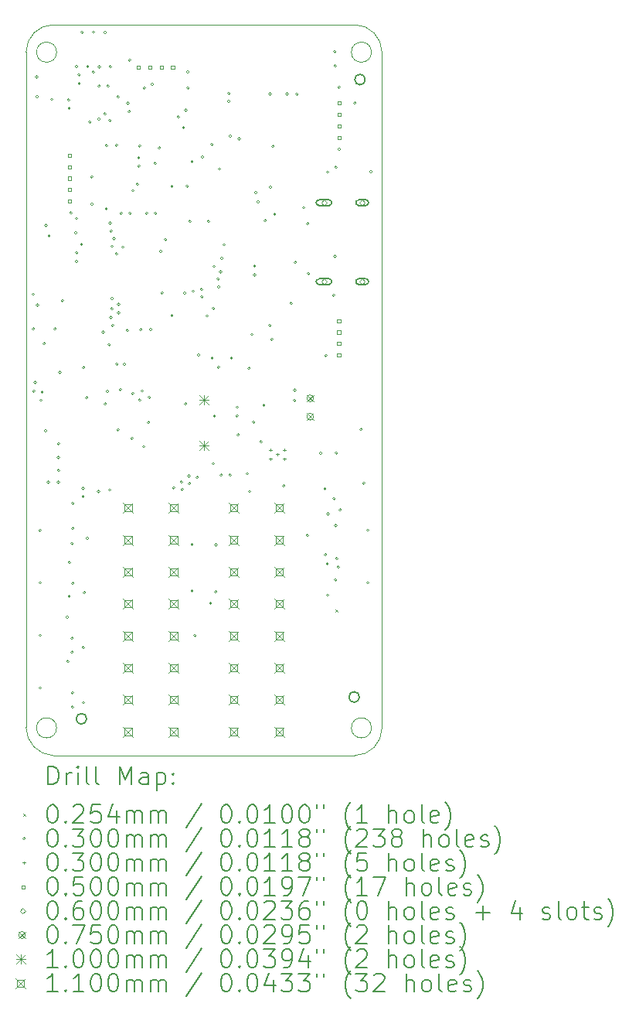
<source format=gbr>
%TF.GenerationSoftware,KiCad,Pcbnew,7.0.2-0*%
%TF.CreationDate,2023-10-23T21:08:17-05:00*%
%TF.ProjectId,Flight Computer,466c6967-6874-4204-936f-6d7075746572,1.1*%
%TF.SameCoordinates,Original*%
%TF.FileFunction,Drillmap*%
%TF.FilePolarity,Positive*%
%FSLAX45Y45*%
G04 Gerber Fmt 4.5, Leading zero omitted, Abs format (unit mm)*
G04 Created by KiCad (PCBNEW 7.0.2-0) date 2023-10-23 21:08:17*
%MOMM*%
%LPD*%
G01*
G04 APERTURE LIST*
%ADD10C,0.100000*%
%ADD11C,0.150000*%
%ADD12C,0.200000*%
%ADD13C,0.025400*%
%ADD14C,0.030000*%
%ADD15C,0.050000*%
%ADD16C,0.060000*%
%ADD17C,0.075000*%
%ADD18C,0.110000*%
G04 APERTURE END LIST*
D10*
X12300000Y-2153250D02*
G75*
G03*
X12000000Y-1853250I-300000J0D01*
G01*
X8735000Y-2153250D02*
G75*
G03*
X8735000Y-2153250I-110000J0D01*
G01*
X8700000Y-1853250D02*
G75*
G03*
X8400000Y-2153250I0J-300000D01*
G01*
D11*
X12116600Y-2453000D02*
G75*
G03*
X12116600Y-2453000I-57600J0D01*
G01*
D10*
X12000000Y-1853250D02*
X8700000Y-1853250D01*
X8735000Y-9550000D02*
G75*
G03*
X8735000Y-9550000I-110000J0D01*
G01*
X12185000Y-2153250D02*
G75*
G03*
X12185000Y-2153250I-110000J0D01*
G01*
X12000000Y-9853250D02*
G75*
G03*
X12300000Y-9553250I0J300000D01*
G01*
X8399765Y-9541118D02*
G75*
G03*
X8700000Y-9853250I312366J-2D01*
G01*
X12185000Y-9550000D02*
G75*
G03*
X12185000Y-9550000I-110000J0D01*
G01*
D11*
X12052600Y-9212000D02*
G75*
G03*
X12052600Y-9212000I-57600J0D01*
G01*
D10*
X8700000Y-9853250D02*
X12000000Y-9853250D01*
D11*
X9064600Y-9451000D02*
G75*
G03*
X9064600Y-9451000I-57600J0D01*
G01*
D10*
X12300000Y-9553250D02*
X12300000Y-2153250D01*
X8400000Y-2153250D02*
X8400000Y-9541118D01*
D12*
D13*
X11790300Y-8251300D02*
X11815700Y-8276700D01*
X11815700Y-8251300D02*
X11790300Y-8276700D01*
D14*
X8495000Y-4803250D02*
G75*
G03*
X8495000Y-4803250I-15000J0D01*
G01*
X8497000Y-5182000D02*
G75*
G03*
X8497000Y-5182000I-15000J0D01*
G01*
X8501500Y-5864500D02*
G75*
G03*
X8501500Y-5864500I-15000J0D01*
G01*
X8515000Y-5768000D02*
G75*
G03*
X8515000Y-5768000I-15000J0D01*
G01*
X8533000Y-2426000D02*
G75*
G03*
X8533000Y-2426000I-15000J0D01*
G01*
X8536000Y-2639000D02*
G75*
G03*
X8536000Y-2639000I-15000J0D01*
G01*
X8540000Y-4923250D02*
G75*
G03*
X8540000Y-4923250I-15000J0D01*
G01*
X8570000Y-7388000D02*
G75*
G03*
X8570000Y-7388000I-15000J0D01*
G01*
X8570000Y-7963000D02*
G75*
G03*
X8570000Y-7963000I-15000J0D01*
G01*
X8570000Y-8538000D02*
G75*
G03*
X8570000Y-8538000I-15000J0D01*
G01*
X8571000Y-9112000D02*
G75*
G03*
X8571000Y-9112000I-15000J0D01*
G01*
X8580000Y-5964000D02*
G75*
G03*
X8580000Y-5964000I-15000J0D01*
G01*
X8590500Y-5874500D02*
G75*
G03*
X8590500Y-5874500I-15000J0D01*
G01*
X8616000Y-5343000D02*
G75*
G03*
X8616000Y-5343000I-15000J0D01*
G01*
X8628969Y-6298769D02*
G75*
G03*
X8628969Y-6298769I-15000J0D01*
G01*
X8633000Y-4050000D02*
G75*
G03*
X8633000Y-4050000I-15000J0D01*
G01*
X8660000Y-6862000D02*
G75*
G03*
X8660000Y-6862000I-15000J0D01*
G01*
X8668000Y-4165250D02*
G75*
G03*
X8668000Y-4165250I-15000J0D01*
G01*
X8696000Y-2670000D02*
G75*
G03*
X8696000Y-2670000I-15000J0D01*
G01*
X8732000Y-5182000D02*
G75*
G03*
X8732000Y-5182000I-15000J0D01*
G01*
X8770000Y-6440000D02*
G75*
G03*
X8770000Y-6440000I-15000J0D01*
G01*
X8770000Y-6590000D02*
G75*
G03*
X8770000Y-6590000I-15000J0D01*
G01*
X8770000Y-6732000D02*
G75*
G03*
X8770000Y-6732000I-15000J0D01*
G01*
X8770000Y-6862000D02*
G75*
G03*
X8770000Y-6862000I-15000J0D01*
G01*
X8786000Y-5657000D02*
G75*
G03*
X8786000Y-5657000I-15000J0D01*
G01*
X8815000Y-4873250D02*
G75*
G03*
X8815000Y-4873250I-15000J0D01*
G01*
X8866000Y-8339000D02*
G75*
G03*
X8866000Y-8339000I-15000J0D01*
G01*
X8874000Y-8823000D02*
G75*
G03*
X8874000Y-8823000I-15000J0D01*
G01*
X8882000Y-2676000D02*
G75*
G03*
X8882000Y-2676000I-15000J0D01*
G01*
X8889000Y-8110000D02*
G75*
G03*
X8889000Y-8110000I-15000J0D01*
G01*
X8889500Y-2767500D02*
G75*
G03*
X8889500Y-2767500I-15000J0D01*
G01*
X8891000Y-7740000D02*
G75*
G03*
X8891000Y-7740000I-15000J0D01*
G01*
X8906000Y-3912000D02*
G75*
G03*
X8906000Y-3912000I-15000J0D01*
G01*
X8919000Y-8723000D02*
G75*
G03*
X8919000Y-8723000I-15000J0D01*
G01*
X8920000Y-7531000D02*
G75*
G03*
X8920000Y-7531000I-15000J0D01*
G01*
X8920000Y-8568000D02*
G75*
G03*
X8920000Y-8568000I-15000J0D01*
G01*
X8923000Y-9167000D02*
G75*
G03*
X8923000Y-9167000I-15000J0D01*
G01*
X8924000Y-9324000D02*
G75*
G03*
X8924000Y-9324000I-15000J0D01*
G01*
X8928000Y-7368000D02*
G75*
G03*
X8928000Y-7368000I-15000J0D01*
G01*
X8928000Y-7969000D02*
G75*
G03*
X8928000Y-7969000I-15000J0D01*
G01*
X8930000Y-7092000D02*
G75*
G03*
X8930000Y-7092000I-15000J0D01*
G01*
X8960000Y-4131000D02*
G75*
G03*
X8960000Y-4131000I-15000J0D01*
G01*
X8967000Y-2310000D02*
G75*
G03*
X8967000Y-2310000I-15000J0D01*
G01*
X8968000Y-3974750D02*
G75*
G03*
X8968000Y-3974750I-15000J0D01*
G01*
X8970000Y-4347000D02*
G75*
G03*
X8970000Y-4347000I-15000J0D01*
G01*
X8970000Y-4443750D02*
G75*
G03*
X8970000Y-4443750I-15000J0D01*
G01*
X8997000Y-2401000D02*
G75*
G03*
X8997000Y-2401000I-15000J0D01*
G01*
X8998000Y-2496000D02*
G75*
G03*
X8998000Y-2496000I-15000J0D01*
G01*
X9023000Y-4256000D02*
G75*
G03*
X9023000Y-4256000I-15000J0D01*
G01*
X9030000Y-1934000D02*
G75*
G03*
X9030000Y-1934000I-15000J0D01*
G01*
X9040000Y-6927000D02*
G75*
G03*
X9040000Y-6927000I-15000J0D01*
G01*
X9040000Y-7017000D02*
G75*
G03*
X9040000Y-7017000I-15000J0D01*
G01*
X9042000Y-8671000D02*
G75*
G03*
X9042000Y-8671000I-15000J0D01*
G01*
X9044000Y-9274000D02*
G75*
G03*
X9044000Y-9274000I-15000J0D01*
G01*
X9047500Y-5604500D02*
G75*
G03*
X9047500Y-5604500I-15000J0D01*
G01*
X9056000Y-8070000D02*
G75*
G03*
X9056000Y-8070000I-15000J0D01*
G01*
X9080000Y-5937000D02*
G75*
G03*
X9080000Y-5937000I-15000J0D01*
G01*
X9088000Y-7476000D02*
G75*
G03*
X9088000Y-7476000I-15000J0D01*
G01*
X9092000Y-2310000D02*
G75*
G03*
X9092000Y-2310000I-15000J0D01*
G01*
X9115000Y-2917000D02*
G75*
G03*
X9115000Y-2917000I-15000J0D01*
G01*
X9136000Y-3518000D02*
G75*
G03*
X9136000Y-3518000I-15000J0D01*
G01*
X9136000Y-3817000D02*
G75*
G03*
X9136000Y-3817000I-15000J0D01*
G01*
X9153000Y-2371000D02*
G75*
G03*
X9153000Y-2371000I-15000J0D01*
G01*
X9155000Y-1934000D02*
G75*
G03*
X9155000Y-1934000I-15000J0D01*
G01*
X9210000Y-6963250D02*
G75*
G03*
X9210000Y-6963250I-15000J0D01*
G01*
X9215354Y-2885412D02*
G75*
G03*
X9215354Y-2885412I-15000J0D01*
G01*
X9217000Y-2523950D02*
G75*
G03*
X9217000Y-2523950I-15000J0D01*
G01*
X9219000Y-2315000D02*
G75*
G03*
X9219000Y-2315000I-15000J0D01*
G01*
X9261841Y-5217933D02*
G75*
G03*
X9261841Y-5217933I-15000J0D01*
G01*
X9280000Y-1937000D02*
G75*
G03*
X9280000Y-1937000I-15000J0D01*
G01*
X9280776Y-2829282D02*
G75*
G03*
X9280776Y-2829282I-15000J0D01*
G01*
X9281787Y-6003787D02*
G75*
G03*
X9281787Y-6003787I-15000J0D01*
G01*
X9294000Y-3868000D02*
G75*
G03*
X9294000Y-3868000I-15000J0D01*
G01*
X9295498Y-3176502D02*
G75*
G03*
X9295498Y-3176502I-15000J0D01*
G01*
X9307500Y-5864500D02*
G75*
G03*
X9307500Y-5864500I-15000J0D01*
G01*
X9313000Y-2523950D02*
G75*
G03*
X9313000Y-2523950I-15000J0D01*
G01*
X9325795Y-5356205D02*
G75*
G03*
X9325795Y-5356205I-15000J0D01*
G01*
X9334000Y-6946000D02*
G75*
G03*
X9334000Y-6946000I-15000J0D01*
G01*
X9335000Y-2902000D02*
G75*
G03*
X9335000Y-2902000I-15000J0D01*
G01*
X9337000Y-4024000D02*
G75*
G03*
X9337000Y-4024000I-15000J0D01*
G01*
X9340000Y-2312000D02*
G75*
G03*
X9340000Y-2312000I-15000J0D01*
G01*
X9344471Y-5058250D02*
G75*
G03*
X9344471Y-5058250I-15000J0D01*
G01*
X9347000Y-4112000D02*
G75*
G03*
X9347000Y-4112000I-15000J0D01*
G01*
X9355000Y-4961000D02*
G75*
G03*
X9355000Y-4961000I-15000J0D01*
G01*
X9357000Y-4851000D02*
G75*
G03*
X9357000Y-4851000I-15000J0D01*
G01*
X9358000Y-4278000D02*
G75*
G03*
X9358000Y-4278000I-15000J0D01*
G01*
X9365032Y-5144968D02*
G75*
G03*
X9365032Y-5144968I-15000J0D01*
G01*
X9378000Y-4195000D02*
G75*
G03*
X9378000Y-4195000I-15000J0D01*
G01*
X9405000Y-3172000D02*
G75*
G03*
X9405000Y-3172000I-15000J0D01*
G01*
X9408000Y-4361000D02*
G75*
G03*
X9408000Y-4361000I-15000J0D01*
G01*
X9410000Y-5567000D02*
G75*
G03*
X9410000Y-5567000I-15000J0D01*
G01*
X9424594Y-2642050D02*
G75*
G03*
X9424594Y-2642050I-15000J0D01*
G01*
X9425000Y-6287000D02*
G75*
G03*
X9425000Y-6287000I-15000J0D01*
G01*
X9429920Y-4913559D02*
G75*
G03*
X9429920Y-4913559I-15000J0D01*
G01*
X9430079Y-5008303D02*
G75*
G03*
X9430079Y-5008303I-15000J0D01*
G01*
X9450000Y-5847000D02*
G75*
G03*
X9450000Y-5847000I-15000J0D01*
G01*
X9458708Y-3916738D02*
G75*
G03*
X9458708Y-3916738I-15000J0D01*
G01*
X9475387Y-4287613D02*
G75*
G03*
X9475387Y-4287613I-15000J0D01*
G01*
X9492673Y-5569327D02*
G75*
G03*
X9492673Y-5569327I-15000J0D01*
G01*
X9524897Y-5199860D02*
G75*
G03*
X9524897Y-5199860I-15000J0D01*
G01*
X9531000Y-2711000D02*
G75*
G03*
X9531000Y-2711000I-15000J0D01*
G01*
X9545000Y-2803250D02*
G75*
G03*
X9545000Y-2803250I-15000J0D01*
G01*
X9551000Y-2239000D02*
G75*
G03*
X9551000Y-2239000I-15000J0D01*
G01*
X9553000Y-3917000D02*
G75*
G03*
X9553000Y-3917000I-15000J0D01*
G01*
X9575000Y-6382000D02*
G75*
G03*
X9575000Y-6382000I-15000J0D01*
G01*
X9585000Y-3669000D02*
G75*
G03*
X9585000Y-3669000I-15000J0D01*
G01*
X9585183Y-5889795D02*
G75*
G03*
X9585183Y-5889795I-15000J0D01*
G01*
X9635000Y-3599750D02*
G75*
G03*
X9635000Y-3599750I-15000J0D01*
G01*
X9650000Y-3308200D02*
G75*
G03*
X9650000Y-3308200I-15000J0D01*
G01*
X9652000Y-3402000D02*
G75*
G03*
X9652000Y-3402000I-15000J0D01*
G01*
X9660000Y-3179450D02*
G75*
G03*
X9660000Y-3179450I-15000J0D01*
G01*
X9661940Y-5961743D02*
G75*
G03*
X9661940Y-5961743I-15000J0D01*
G01*
X9673969Y-5190900D02*
G75*
G03*
X9673969Y-5190900I-15000J0D01*
G01*
X9687500Y-5861500D02*
G75*
G03*
X9687500Y-5861500I-15000J0D01*
G01*
X9705000Y-6472000D02*
G75*
G03*
X9705000Y-6472000I-15000J0D01*
G01*
X9712000Y-2545000D02*
G75*
G03*
X9712000Y-2545000I-15000J0D01*
G01*
X9737550Y-3917000D02*
G75*
G03*
X9737550Y-3917000I-15000J0D01*
G01*
X9757000Y-6206000D02*
G75*
G03*
X9757000Y-6206000I-15000J0D01*
G01*
X9765500Y-5932500D02*
G75*
G03*
X9765500Y-5932500I-15000J0D01*
G01*
X9780824Y-5190800D02*
G75*
G03*
X9780824Y-5190800I-15000J0D01*
G01*
X9800250Y-2505000D02*
G75*
G03*
X9800250Y-2505000I-15000J0D01*
G01*
X9830000Y-3369245D02*
G75*
G03*
X9830000Y-3369245I-15000J0D01*
G01*
X9832395Y-3916950D02*
G75*
G03*
X9832395Y-3916950I-15000J0D01*
G01*
X9875450Y-3202000D02*
G75*
G03*
X9875450Y-3202000I-15000J0D01*
G01*
X9890000Y-4333250D02*
G75*
G03*
X9890000Y-4333250I-15000J0D01*
G01*
X9905000Y-4788250D02*
G75*
G03*
X9905000Y-4788250I-15000J0D01*
G01*
X9944967Y-4203967D02*
G75*
G03*
X9944967Y-4203967I-15000J0D01*
G01*
X10015000Y-3622000D02*
G75*
G03*
X10015000Y-3622000I-15000J0D01*
G01*
X10015000Y-5037000D02*
G75*
G03*
X10015000Y-5037000I-15000J0D01*
G01*
X10032366Y-6922634D02*
G75*
G03*
X10032366Y-6922634I-15000J0D01*
G01*
X10085000Y-2862000D02*
G75*
G03*
X10085000Y-2862000I-15000J0D01*
G01*
X10116683Y-6858317D02*
G75*
G03*
X10116683Y-6858317I-15000J0D01*
G01*
X10125000Y-6940000D02*
G75*
G03*
X10125000Y-6940000I-15000J0D01*
G01*
X10141621Y-2979574D02*
G75*
G03*
X10141621Y-2979574I-15000J0D01*
G01*
X10153000Y-4790000D02*
G75*
G03*
X10153000Y-4790000I-15000J0D01*
G01*
X10165000Y-6003250D02*
G75*
G03*
X10165000Y-6003250I-15000J0D01*
G01*
X10166000Y-2787000D02*
G75*
G03*
X10166000Y-2787000I-15000J0D01*
G01*
X10182450Y-3620100D02*
G75*
G03*
X10182450Y-3620100I-15000J0D01*
G01*
X10187000Y-2371000D02*
G75*
G03*
X10187000Y-2371000I-15000J0D01*
G01*
X10190000Y-2547000D02*
G75*
G03*
X10190000Y-2547000I-15000J0D01*
G01*
X10201342Y-6793658D02*
G75*
G03*
X10201342Y-6793658I-15000J0D01*
G01*
X10206842Y-6874158D02*
G75*
G03*
X10206842Y-6874158I-15000J0D01*
G01*
X10209729Y-4004507D02*
G75*
G03*
X10209729Y-4004507I-15000J0D01*
G01*
X10235000Y-3352000D02*
G75*
G03*
X10235000Y-3352000I-15000J0D01*
G01*
X10235000Y-7542000D02*
G75*
G03*
X10235000Y-7542000I-15000J0D01*
G01*
X10235000Y-8050000D02*
G75*
G03*
X10235000Y-8050000I-15000J0D01*
G01*
X10247000Y-4771000D02*
G75*
G03*
X10247000Y-4771000I-15000J0D01*
G01*
X10265000Y-8540000D02*
G75*
G03*
X10265000Y-8540000I-15000J0D01*
G01*
X10290000Y-6808000D02*
G75*
G03*
X10290000Y-6808000I-15000J0D01*
G01*
X10305000Y-5469000D02*
G75*
G03*
X10305000Y-5469000I-15000J0D01*
G01*
X10338000Y-4751000D02*
G75*
G03*
X10338000Y-4751000I-15000J0D01*
G01*
X10343000Y-4831000D02*
G75*
G03*
X10343000Y-4831000I-15000J0D01*
G01*
X10350000Y-3300800D02*
G75*
G03*
X10350000Y-3300800I-15000J0D01*
G01*
X10399000Y-5039000D02*
G75*
G03*
X10399000Y-5039000I-15000J0D01*
G01*
X10415000Y-4005000D02*
G75*
G03*
X10415000Y-4005000I-15000J0D01*
G01*
X10438000Y-8187000D02*
G75*
G03*
X10438000Y-8187000I-15000J0D01*
G01*
X10451050Y-3164000D02*
G75*
G03*
X10451050Y-3164000I-15000J0D01*
G01*
X10455042Y-5502000D02*
G75*
G03*
X10455042Y-5502000I-15000J0D01*
G01*
X10466000Y-6658000D02*
G75*
G03*
X10466000Y-6658000I-15000J0D01*
G01*
X10470000Y-4958000D02*
G75*
G03*
X10470000Y-4958000I-15000J0D01*
G01*
X10476000Y-4498000D02*
G75*
G03*
X10476000Y-4498000I-15000J0D01*
G01*
X10478000Y-6137000D02*
G75*
G03*
X10478000Y-6137000I-15000J0D01*
G01*
X10495000Y-7547000D02*
G75*
G03*
X10495000Y-7547000I-15000J0D01*
G01*
X10495000Y-8060000D02*
G75*
G03*
X10495000Y-8060000I-15000J0D01*
G01*
X10521000Y-4637000D02*
G75*
G03*
X10521000Y-4637000I-15000J0D01*
G01*
X10524000Y-5601000D02*
G75*
G03*
X10524000Y-5601000I-15000J0D01*
G01*
X10527000Y-4723000D02*
G75*
G03*
X10527000Y-4723000I-15000J0D01*
G01*
X10535000Y-3432000D02*
G75*
G03*
X10535000Y-3432000I-15000J0D01*
G01*
X10546000Y-4559000D02*
G75*
G03*
X10546000Y-4559000I-15000J0D01*
G01*
X10555000Y-6783250D02*
G75*
G03*
X10555000Y-6783250I-15000J0D01*
G01*
X10558700Y-4410550D02*
G75*
G03*
X10558700Y-4410550I-15000J0D01*
G01*
X10586000Y-4261250D02*
G75*
G03*
X10586000Y-4261250I-15000J0D01*
G01*
X10635000Y-2691000D02*
G75*
G03*
X10635000Y-2691000I-15000J0D01*
G01*
X10637842Y-2604842D02*
G75*
G03*
X10637842Y-2604842I-15000J0D01*
G01*
X10650000Y-6783250D02*
G75*
G03*
X10650000Y-6783250I-15000J0D01*
G01*
X10652000Y-3072000D02*
G75*
G03*
X10652000Y-3072000I-15000J0D01*
G01*
X10666250Y-5502000D02*
G75*
G03*
X10666250Y-5502000I-15000J0D01*
G01*
X10729000Y-6040000D02*
G75*
G03*
X10729000Y-6040000I-15000J0D01*
G01*
X10729000Y-6135000D02*
G75*
G03*
X10729000Y-6135000I-15000J0D01*
G01*
X10740000Y-6342000D02*
G75*
G03*
X10740000Y-6342000I-15000J0D01*
G01*
X10751000Y-3102000D02*
G75*
G03*
X10751000Y-3102000I-15000J0D01*
G01*
X10840000Y-6768250D02*
G75*
G03*
X10840000Y-6768250I-15000J0D01*
G01*
X10858000Y-5615000D02*
G75*
G03*
X10858000Y-5615000I-15000J0D01*
G01*
X10865000Y-6962000D02*
G75*
G03*
X10865000Y-6962000I-15000J0D01*
G01*
X10891000Y-5243250D02*
G75*
G03*
X10891000Y-5243250I-15000J0D01*
G01*
X10910000Y-6202000D02*
G75*
G03*
X10910000Y-6202000I-15000J0D01*
G01*
X10920000Y-4495000D02*
G75*
G03*
X10920000Y-4495000I-15000J0D01*
G01*
X10921000Y-4592000D02*
G75*
G03*
X10921000Y-4592000I-15000J0D01*
G01*
X10933000Y-3692000D02*
G75*
G03*
X10933000Y-3692000I-15000J0D01*
G01*
X10957000Y-3792000D02*
G75*
G03*
X10957000Y-3792000I-15000J0D01*
G01*
X10989277Y-6419615D02*
G75*
G03*
X10989277Y-6419615I-15000J0D01*
G01*
X11022000Y-6018000D02*
G75*
G03*
X11022000Y-6018000I-15000J0D01*
G01*
X11036000Y-3999000D02*
G75*
G03*
X11036000Y-3999000I-15000J0D01*
G01*
X11086000Y-5145000D02*
G75*
G03*
X11086000Y-5145000I-15000J0D01*
G01*
X11090000Y-2610000D02*
G75*
G03*
X11090000Y-2610000I-15000J0D01*
G01*
X11093000Y-3632000D02*
G75*
G03*
X11093000Y-3632000I-15000J0D01*
G01*
X11109000Y-5297000D02*
G75*
G03*
X11109000Y-5297000I-15000J0D01*
G01*
X11122000Y-3184250D02*
G75*
G03*
X11122000Y-3184250I-15000J0D01*
G01*
X11140000Y-3927000D02*
G75*
G03*
X11140000Y-3927000I-15000J0D01*
G01*
X11239000Y-6901000D02*
G75*
G03*
X11239000Y-6901000I-15000J0D01*
G01*
X11275000Y-2612000D02*
G75*
G03*
X11275000Y-2612000I-15000J0D01*
G01*
X11320000Y-4903250D02*
G75*
G03*
X11320000Y-4903250I-15000J0D01*
G01*
X11359000Y-5853000D02*
G75*
G03*
X11359000Y-5853000I-15000J0D01*
G01*
X11359000Y-5966000D02*
G75*
G03*
X11359000Y-5966000I-15000J0D01*
G01*
X11366538Y-4452462D02*
G75*
G03*
X11366538Y-4452462I-15000J0D01*
G01*
X11384000Y-2612000D02*
G75*
G03*
X11384000Y-2612000I-15000J0D01*
G01*
X11457000Y-3856000D02*
G75*
G03*
X11457000Y-3856000I-15000J0D01*
G01*
X11498000Y-7445000D02*
G75*
G03*
X11498000Y-7445000I-15000J0D01*
G01*
X11503060Y-4031762D02*
G75*
G03*
X11503060Y-4031762I-15000J0D01*
G01*
X11510000Y-4577000D02*
G75*
G03*
X11510000Y-4577000I-15000J0D01*
G01*
X11645000Y-6543250D02*
G75*
G03*
X11645000Y-6543250I-15000J0D01*
G01*
X11690000Y-6932000D02*
G75*
G03*
X11690000Y-6932000I-15000J0D01*
G01*
X11696000Y-7655000D02*
G75*
G03*
X11696000Y-7655000I-15000J0D01*
G01*
X11701000Y-5473250D02*
G75*
G03*
X11701000Y-5473250I-15000J0D01*
G01*
X11717000Y-7754000D02*
G75*
G03*
X11717000Y-7754000I-15000J0D01*
G01*
X11720500Y-3467000D02*
G75*
G03*
X11720500Y-3467000I-15000J0D01*
G01*
X11721000Y-8098000D02*
G75*
G03*
X11721000Y-8098000I-15000J0D01*
G01*
X11725000Y-7207000D02*
G75*
G03*
X11725000Y-7207000I-15000J0D01*
G01*
X11787000Y-4814000D02*
G75*
G03*
X11787000Y-4814000I-15000J0D01*
G01*
X11789000Y-7040000D02*
G75*
G03*
X11789000Y-7040000I-15000J0D01*
G01*
X11798000Y-2148000D02*
G75*
G03*
X11798000Y-2148000I-15000J0D01*
G01*
X11800050Y-4388250D02*
G75*
G03*
X11800050Y-4388250I-15000J0D01*
G01*
X11802000Y-2304000D02*
G75*
G03*
X11802000Y-2304000I-15000J0D01*
G01*
X11807000Y-7930000D02*
G75*
G03*
X11807000Y-7930000I-15000J0D01*
G01*
X11808000Y-7335000D02*
G75*
G03*
X11808000Y-7335000I-15000J0D01*
G01*
X11810050Y-3413250D02*
G75*
G03*
X11810050Y-3413250I-15000J0D01*
G01*
X11815000Y-6542000D02*
G75*
G03*
X11815000Y-6542000I-15000J0D01*
G01*
X11819000Y-7696000D02*
G75*
G03*
X11819000Y-7696000I-15000J0D01*
G01*
X11835000Y-7790000D02*
G75*
G03*
X11835000Y-7790000I-15000J0D01*
G01*
X11843000Y-2537000D02*
G75*
G03*
X11843000Y-2537000I-15000J0D01*
G01*
X11845000Y-3216000D02*
G75*
G03*
X11845000Y-3216000I-15000J0D01*
G01*
X11858000Y-7165000D02*
G75*
G03*
X11858000Y-7165000I-15000J0D01*
G01*
X12019000Y-2711000D02*
G75*
G03*
X12019000Y-2711000I-15000J0D01*
G01*
X12085000Y-6283250D02*
G75*
G03*
X12085000Y-6283250I-15000J0D01*
G01*
X12117125Y-6871125D02*
G75*
G03*
X12117125Y-6871125I-15000J0D01*
G01*
X12160000Y-7387000D02*
G75*
G03*
X12160000Y-7387000I-15000J0D01*
G01*
X12160000Y-7963000D02*
G75*
G03*
X12160000Y-7963000I-15000J0D01*
G01*
X12195500Y-3462000D02*
G75*
G03*
X12195500Y-3462000I-15000J0D01*
G01*
X11080000Y-6490750D02*
X11080000Y-6520750D01*
X11065000Y-6505750D02*
X11095000Y-6505750D01*
X11080000Y-6590750D02*
X11080000Y-6620750D01*
X11065000Y-6605750D02*
X11095000Y-6605750D01*
X11155000Y-6540750D02*
X11155000Y-6570750D01*
X11140000Y-6555750D02*
X11170000Y-6555750D01*
X11230000Y-6490750D02*
X11230000Y-6520750D01*
X11215000Y-6505750D02*
X11245000Y-6505750D01*
X11230000Y-6590750D02*
X11230000Y-6620750D01*
X11215000Y-6605750D02*
X11245000Y-6605750D01*
D15*
X8893678Y-3301678D02*
X8893678Y-3266322D01*
X8858322Y-3266322D01*
X8858322Y-3301678D01*
X8893678Y-3301678D01*
X8893678Y-3426678D02*
X8893678Y-3391322D01*
X8858322Y-3391322D01*
X8858322Y-3426678D01*
X8893678Y-3426678D01*
X8893678Y-3551678D02*
X8893678Y-3516322D01*
X8858322Y-3516322D01*
X8858322Y-3551678D01*
X8893678Y-3551678D01*
X8893678Y-3676678D02*
X8893678Y-3641322D01*
X8858322Y-3641322D01*
X8858322Y-3676678D01*
X8893678Y-3676678D01*
X8893678Y-3801678D02*
X8893678Y-3766322D01*
X8858322Y-3766322D01*
X8858322Y-3801678D01*
X8893678Y-3801678D01*
X9650678Y-2339678D02*
X9650678Y-2304322D01*
X9615322Y-2304322D01*
X9615322Y-2339678D01*
X9650678Y-2339678D01*
X9775678Y-2339678D02*
X9775678Y-2304322D01*
X9740322Y-2304322D01*
X9740322Y-2339678D01*
X9775678Y-2339678D01*
X9900678Y-2339678D02*
X9900678Y-2304322D01*
X9865322Y-2304322D01*
X9865322Y-2339678D01*
X9900678Y-2339678D01*
X10025678Y-2339678D02*
X10025678Y-2304322D01*
X9990322Y-2304322D01*
X9990322Y-2339678D01*
X10025678Y-2339678D01*
X11844678Y-5111678D02*
X11844678Y-5076322D01*
X11809322Y-5076322D01*
X11809322Y-5111678D01*
X11844678Y-5111678D01*
X11844678Y-5236678D02*
X11844678Y-5201322D01*
X11809322Y-5201322D01*
X11809322Y-5236678D01*
X11844678Y-5236678D01*
X11844678Y-5361678D02*
X11844678Y-5326322D01*
X11809322Y-5326322D01*
X11809322Y-5361678D01*
X11844678Y-5361678D01*
X11844678Y-5486678D02*
X11844678Y-5451322D01*
X11809322Y-5451322D01*
X11809322Y-5486678D01*
X11844678Y-5486678D01*
X11847678Y-2728428D02*
X11847678Y-2693072D01*
X11812322Y-2693072D01*
X11812322Y-2728428D01*
X11847678Y-2728428D01*
X11847678Y-2853428D02*
X11847678Y-2818072D01*
X11812322Y-2818072D01*
X11812322Y-2853428D01*
X11847678Y-2853428D01*
X11847678Y-2978428D02*
X11847678Y-2943072D01*
X11812322Y-2943072D01*
X11812322Y-2978428D01*
X11847678Y-2978428D01*
X11847678Y-3103428D02*
X11847678Y-3068072D01*
X11812322Y-3068072D01*
X11812322Y-3103428D01*
X11847678Y-3103428D01*
D16*
X11664000Y-3830250D02*
X11694000Y-3800250D01*
X11664000Y-3770250D01*
X11634000Y-3800250D01*
X11664000Y-3830250D01*
D12*
X11609000Y-3830250D02*
X11719000Y-3830250D01*
X11719000Y-3830250D02*
G75*
G03*
X11719000Y-3770250I0J30000D01*
G01*
X11719000Y-3770250D02*
X11609000Y-3770250D01*
X11609000Y-3770250D02*
G75*
G03*
X11609000Y-3830250I0J-30000D01*
G01*
D16*
X11664000Y-4694250D02*
X11694000Y-4664250D01*
X11664000Y-4634250D01*
X11634000Y-4664250D01*
X11664000Y-4694250D01*
D12*
X11609000Y-4694250D02*
X11719000Y-4694250D01*
X11719000Y-4694250D02*
G75*
G03*
X11719000Y-4634250I0J30000D01*
G01*
X11719000Y-4634250D02*
X11609000Y-4634250D01*
X11609000Y-4634250D02*
G75*
G03*
X11609000Y-4694250I0J-30000D01*
G01*
D16*
X12084000Y-3830250D02*
X12114000Y-3800250D01*
X12084000Y-3770250D01*
X12054000Y-3800250D01*
X12084000Y-3830250D01*
D12*
X12044000Y-3830250D02*
X12124000Y-3830250D01*
X12124000Y-3830250D02*
G75*
G03*
X12124000Y-3770250I0J30000D01*
G01*
X12124000Y-3770250D02*
X12044000Y-3770250D01*
X12044000Y-3770250D02*
G75*
G03*
X12044000Y-3830250I0J-30000D01*
G01*
D16*
X12084000Y-4694250D02*
X12114000Y-4664250D01*
X12084000Y-4634250D01*
X12054000Y-4664250D01*
X12084000Y-4694250D01*
D12*
X12044000Y-4694250D02*
X12124000Y-4694250D01*
X12124000Y-4694250D02*
G75*
G03*
X12124000Y-4634250I0J30000D01*
G01*
X12124000Y-4634250D02*
X12044000Y-4634250D01*
X12044000Y-4634250D02*
G75*
G03*
X12044000Y-4694250I0J-30000D01*
G01*
D17*
X11476500Y-5905500D02*
X11551500Y-5980500D01*
X11551500Y-5905500D02*
X11476500Y-5980500D01*
X11551500Y-5943000D02*
G75*
G03*
X11551500Y-5943000I-37500J0D01*
G01*
X11476500Y-6105500D02*
X11551500Y-6180500D01*
X11551500Y-6105500D02*
X11476500Y-6180500D01*
X11551500Y-6143000D02*
G75*
G03*
X11551500Y-6143000I-37500J0D01*
G01*
D10*
X10300000Y-5909000D02*
X10400000Y-6009000D01*
X10400000Y-5909000D02*
X10300000Y-6009000D01*
X10350000Y-5909000D02*
X10350000Y-6009000D01*
X10300000Y-5959000D02*
X10400000Y-5959000D01*
X10300000Y-6409000D02*
X10400000Y-6509000D01*
X10400000Y-6409000D02*
X10300000Y-6509000D01*
X10350000Y-6409000D02*
X10350000Y-6509000D01*
X10300000Y-6459000D02*
X10400000Y-6459000D01*
D18*
X9465000Y-7087000D02*
X9575000Y-7197000D01*
X9575000Y-7087000D02*
X9465000Y-7197000D01*
X9558891Y-7180891D02*
X9558891Y-7103109D01*
X9481109Y-7103109D01*
X9481109Y-7180891D01*
X9558891Y-7180891D01*
X9465000Y-7437000D02*
X9575000Y-7547000D01*
X9575000Y-7437000D02*
X9465000Y-7547000D01*
X9558891Y-7530891D02*
X9558891Y-7453109D01*
X9481109Y-7453109D01*
X9481109Y-7530891D01*
X9558891Y-7530891D01*
X9465000Y-7787000D02*
X9575000Y-7897000D01*
X9575000Y-7787000D02*
X9465000Y-7897000D01*
X9558891Y-7880891D02*
X9558891Y-7803109D01*
X9481109Y-7803109D01*
X9481109Y-7880891D01*
X9558891Y-7880891D01*
X9465000Y-8137000D02*
X9575000Y-8247000D01*
X9575000Y-8137000D02*
X9465000Y-8247000D01*
X9558891Y-8230891D02*
X9558891Y-8153109D01*
X9481109Y-8153109D01*
X9481109Y-8230891D01*
X9558891Y-8230891D01*
X9465000Y-8487000D02*
X9575000Y-8597000D01*
X9575000Y-8487000D02*
X9465000Y-8597000D01*
X9558891Y-8580891D02*
X9558891Y-8503109D01*
X9481109Y-8503109D01*
X9481109Y-8580891D01*
X9558891Y-8580891D01*
X9465000Y-8837000D02*
X9575000Y-8947000D01*
X9575000Y-8837000D02*
X9465000Y-8947000D01*
X9558891Y-8930891D02*
X9558891Y-8853109D01*
X9481109Y-8853109D01*
X9481109Y-8930891D01*
X9558891Y-8930891D01*
X9465000Y-9187000D02*
X9575000Y-9297000D01*
X9575000Y-9187000D02*
X9465000Y-9297000D01*
X9558891Y-9280891D02*
X9558891Y-9203109D01*
X9481109Y-9203109D01*
X9481109Y-9280891D01*
X9558891Y-9280891D01*
X9465000Y-9537000D02*
X9575000Y-9647000D01*
X9575000Y-9537000D02*
X9465000Y-9647000D01*
X9558891Y-9630891D02*
X9558891Y-9553109D01*
X9481109Y-9553109D01*
X9481109Y-9630891D01*
X9558891Y-9630891D01*
X9965000Y-7087000D02*
X10075000Y-7197000D01*
X10075000Y-7087000D02*
X9965000Y-7197000D01*
X10058891Y-7180891D02*
X10058891Y-7103109D01*
X9981109Y-7103109D01*
X9981109Y-7180891D01*
X10058891Y-7180891D01*
X9965000Y-7437000D02*
X10075000Y-7547000D01*
X10075000Y-7437000D02*
X9965000Y-7547000D01*
X10058891Y-7530891D02*
X10058891Y-7453109D01*
X9981109Y-7453109D01*
X9981109Y-7530891D01*
X10058891Y-7530891D01*
X9965000Y-7787000D02*
X10075000Y-7897000D01*
X10075000Y-7787000D02*
X9965000Y-7897000D01*
X10058891Y-7880891D02*
X10058891Y-7803109D01*
X9981109Y-7803109D01*
X9981109Y-7880891D01*
X10058891Y-7880891D01*
X9965000Y-8137000D02*
X10075000Y-8247000D01*
X10075000Y-8137000D02*
X9965000Y-8247000D01*
X10058891Y-8230891D02*
X10058891Y-8153109D01*
X9981109Y-8153109D01*
X9981109Y-8230891D01*
X10058891Y-8230891D01*
X9965000Y-8487000D02*
X10075000Y-8597000D01*
X10075000Y-8487000D02*
X9965000Y-8597000D01*
X10058891Y-8580891D02*
X10058891Y-8503109D01*
X9981109Y-8503109D01*
X9981109Y-8580891D01*
X10058891Y-8580891D01*
X9965000Y-8837000D02*
X10075000Y-8947000D01*
X10075000Y-8837000D02*
X9965000Y-8947000D01*
X10058891Y-8930891D02*
X10058891Y-8853109D01*
X9981109Y-8853109D01*
X9981109Y-8930891D01*
X10058891Y-8930891D01*
X9965000Y-9187000D02*
X10075000Y-9297000D01*
X10075000Y-9187000D02*
X9965000Y-9297000D01*
X10058891Y-9280891D02*
X10058891Y-9203109D01*
X9981109Y-9203109D01*
X9981109Y-9280891D01*
X10058891Y-9280891D01*
X9965000Y-9537000D02*
X10075000Y-9647000D01*
X10075000Y-9537000D02*
X9965000Y-9647000D01*
X10058891Y-9630891D02*
X10058891Y-9553109D01*
X9981109Y-9553109D01*
X9981109Y-9630891D01*
X10058891Y-9630891D01*
X10624000Y-7087000D02*
X10734000Y-7197000D01*
X10734000Y-7087000D02*
X10624000Y-7197000D01*
X10717891Y-7180891D02*
X10717891Y-7103109D01*
X10640109Y-7103109D01*
X10640109Y-7180891D01*
X10717891Y-7180891D01*
X10624000Y-7437000D02*
X10734000Y-7547000D01*
X10734000Y-7437000D02*
X10624000Y-7547000D01*
X10717891Y-7530891D02*
X10717891Y-7453109D01*
X10640109Y-7453109D01*
X10640109Y-7530891D01*
X10717891Y-7530891D01*
X10624000Y-7787000D02*
X10734000Y-7897000D01*
X10734000Y-7787000D02*
X10624000Y-7897000D01*
X10717891Y-7880891D02*
X10717891Y-7803109D01*
X10640109Y-7803109D01*
X10640109Y-7880891D01*
X10717891Y-7880891D01*
X10624000Y-8137000D02*
X10734000Y-8247000D01*
X10734000Y-8137000D02*
X10624000Y-8247000D01*
X10717891Y-8230891D02*
X10717891Y-8153109D01*
X10640109Y-8153109D01*
X10640109Y-8230891D01*
X10717891Y-8230891D01*
X10624000Y-8487000D02*
X10734000Y-8597000D01*
X10734000Y-8487000D02*
X10624000Y-8597000D01*
X10717891Y-8580891D02*
X10717891Y-8503109D01*
X10640109Y-8503109D01*
X10640109Y-8580891D01*
X10717891Y-8580891D01*
X10624000Y-8837000D02*
X10734000Y-8947000D01*
X10734000Y-8837000D02*
X10624000Y-8947000D01*
X10717891Y-8930891D02*
X10717891Y-8853109D01*
X10640109Y-8853109D01*
X10640109Y-8930891D01*
X10717891Y-8930891D01*
X10624000Y-9187000D02*
X10734000Y-9297000D01*
X10734000Y-9187000D02*
X10624000Y-9297000D01*
X10717891Y-9280891D02*
X10717891Y-9203109D01*
X10640109Y-9203109D01*
X10640109Y-9280891D01*
X10717891Y-9280891D01*
X10624000Y-9537000D02*
X10734000Y-9647000D01*
X10734000Y-9537000D02*
X10624000Y-9647000D01*
X10717891Y-9630891D02*
X10717891Y-9553109D01*
X10640109Y-9553109D01*
X10640109Y-9630891D01*
X10717891Y-9630891D01*
X11124000Y-7087000D02*
X11234000Y-7197000D01*
X11234000Y-7087000D02*
X11124000Y-7197000D01*
X11217891Y-7180891D02*
X11217891Y-7103109D01*
X11140109Y-7103109D01*
X11140109Y-7180891D01*
X11217891Y-7180891D01*
X11124000Y-7437000D02*
X11234000Y-7547000D01*
X11234000Y-7437000D02*
X11124000Y-7547000D01*
X11217891Y-7530891D02*
X11217891Y-7453109D01*
X11140109Y-7453109D01*
X11140109Y-7530891D01*
X11217891Y-7530891D01*
X11124000Y-7787000D02*
X11234000Y-7897000D01*
X11234000Y-7787000D02*
X11124000Y-7897000D01*
X11217891Y-7880891D02*
X11217891Y-7803109D01*
X11140109Y-7803109D01*
X11140109Y-7880891D01*
X11217891Y-7880891D01*
X11124000Y-8137000D02*
X11234000Y-8247000D01*
X11234000Y-8137000D02*
X11124000Y-8247000D01*
X11217891Y-8230891D02*
X11217891Y-8153109D01*
X11140109Y-8153109D01*
X11140109Y-8230891D01*
X11217891Y-8230891D01*
X11124000Y-8487000D02*
X11234000Y-8597000D01*
X11234000Y-8487000D02*
X11124000Y-8597000D01*
X11217891Y-8580891D02*
X11217891Y-8503109D01*
X11140109Y-8503109D01*
X11140109Y-8580891D01*
X11217891Y-8580891D01*
X11124000Y-8837000D02*
X11234000Y-8947000D01*
X11234000Y-8837000D02*
X11124000Y-8947000D01*
X11217891Y-8930891D02*
X11217891Y-8853109D01*
X11140109Y-8853109D01*
X11140109Y-8930891D01*
X11217891Y-8930891D01*
X11124000Y-9187000D02*
X11234000Y-9297000D01*
X11234000Y-9187000D02*
X11124000Y-9297000D01*
X11217891Y-9280891D02*
X11217891Y-9203109D01*
X11140109Y-9203109D01*
X11140109Y-9280891D01*
X11217891Y-9280891D01*
X11124000Y-9537000D02*
X11234000Y-9647000D01*
X11234000Y-9537000D02*
X11124000Y-9647000D01*
X11217891Y-9630891D02*
X11217891Y-9553109D01*
X11140109Y-9553109D01*
X11140109Y-9630891D01*
X11217891Y-9630891D01*
D12*
X8642383Y-10170774D02*
X8642383Y-9970774D01*
X8642383Y-9970774D02*
X8690002Y-9970774D01*
X8690002Y-9970774D02*
X8718574Y-9980298D01*
X8718574Y-9980298D02*
X8737622Y-9999345D01*
X8737622Y-9999345D02*
X8747145Y-10018393D01*
X8747145Y-10018393D02*
X8756669Y-10056488D01*
X8756669Y-10056488D02*
X8756669Y-10085060D01*
X8756669Y-10085060D02*
X8747145Y-10123155D01*
X8747145Y-10123155D02*
X8737622Y-10142202D01*
X8737622Y-10142202D02*
X8718574Y-10161250D01*
X8718574Y-10161250D02*
X8690002Y-10170774D01*
X8690002Y-10170774D02*
X8642383Y-10170774D01*
X8842383Y-10170774D02*
X8842383Y-10037440D01*
X8842383Y-10075536D02*
X8851907Y-10056488D01*
X8851907Y-10056488D02*
X8861431Y-10046964D01*
X8861431Y-10046964D02*
X8880479Y-10037440D01*
X8880479Y-10037440D02*
X8899526Y-10037440D01*
X8966193Y-10170774D02*
X8966193Y-10037440D01*
X8966193Y-9970774D02*
X8956669Y-9980298D01*
X8956669Y-9980298D02*
X8966193Y-9989821D01*
X8966193Y-9989821D02*
X8975717Y-9980298D01*
X8975717Y-9980298D02*
X8966193Y-9970774D01*
X8966193Y-9970774D02*
X8966193Y-9989821D01*
X9090002Y-10170774D02*
X9070955Y-10161250D01*
X9070955Y-10161250D02*
X9061431Y-10142202D01*
X9061431Y-10142202D02*
X9061431Y-9970774D01*
X9194764Y-10170774D02*
X9175717Y-10161250D01*
X9175717Y-10161250D02*
X9166193Y-10142202D01*
X9166193Y-10142202D02*
X9166193Y-9970774D01*
X9423336Y-10170774D02*
X9423336Y-9970774D01*
X9423336Y-9970774D02*
X9490003Y-10113631D01*
X9490003Y-10113631D02*
X9556669Y-9970774D01*
X9556669Y-9970774D02*
X9556669Y-10170774D01*
X9737622Y-10170774D02*
X9737622Y-10066012D01*
X9737622Y-10066012D02*
X9728098Y-10046964D01*
X9728098Y-10046964D02*
X9709050Y-10037440D01*
X9709050Y-10037440D02*
X9670955Y-10037440D01*
X9670955Y-10037440D02*
X9651907Y-10046964D01*
X9737622Y-10161250D02*
X9718574Y-10170774D01*
X9718574Y-10170774D02*
X9670955Y-10170774D01*
X9670955Y-10170774D02*
X9651907Y-10161250D01*
X9651907Y-10161250D02*
X9642383Y-10142202D01*
X9642383Y-10142202D02*
X9642383Y-10123155D01*
X9642383Y-10123155D02*
X9651907Y-10104107D01*
X9651907Y-10104107D02*
X9670955Y-10094583D01*
X9670955Y-10094583D02*
X9718574Y-10094583D01*
X9718574Y-10094583D02*
X9737622Y-10085060D01*
X9832860Y-10037440D02*
X9832860Y-10237440D01*
X9832860Y-10046964D02*
X9851907Y-10037440D01*
X9851907Y-10037440D02*
X9890003Y-10037440D01*
X9890003Y-10037440D02*
X9909050Y-10046964D01*
X9909050Y-10046964D02*
X9918574Y-10056488D01*
X9918574Y-10056488D02*
X9928098Y-10075536D01*
X9928098Y-10075536D02*
X9928098Y-10132679D01*
X9928098Y-10132679D02*
X9918574Y-10151726D01*
X9918574Y-10151726D02*
X9909050Y-10161250D01*
X9909050Y-10161250D02*
X9890003Y-10170774D01*
X9890003Y-10170774D02*
X9851907Y-10170774D01*
X9851907Y-10170774D02*
X9832860Y-10161250D01*
X10013812Y-10151726D02*
X10023336Y-10161250D01*
X10023336Y-10161250D02*
X10013812Y-10170774D01*
X10013812Y-10170774D02*
X10004288Y-10161250D01*
X10004288Y-10161250D02*
X10013812Y-10151726D01*
X10013812Y-10151726D02*
X10013812Y-10170774D01*
X10013812Y-10046964D02*
X10023336Y-10056488D01*
X10023336Y-10056488D02*
X10013812Y-10066012D01*
X10013812Y-10066012D02*
X10004288Y-10056488D01*
X10004288Y-10056488D02*
X10013812Y-10046964D01*
X10013812Y-10046964D02*
X10013812Y-10066012D01*
D13*
X8369364Y-10485550D02*
X8394764Y-10510950D01*
X8394764Y-10485550D02*
X8369364Y-10510950D01*
D12*
X8680479Y-10390774D02*
X8699526Y-10390774D01*
X8699526Y-10390774D02*
X8718574Y-10400298D01*
X8718574Y-10400298D02*
X8728098Y-10409821D01*
X8728098Y-10409821D02*
X8737622Y-10428869D01*
X8737622Y-10428869D02*
X8747145Y-10466964D01*
X8747145Y-10466964D02*
X8747145Y-10514583D01*
X8747145Y-10514583D02*
X8737622Y-10552679D01*
X8737622Y-10552679D02*
X8728098Y-10571726D01*
X8728098Y-10571726D02*
X8718574Y-10581250D01*
X8718574Y-10581250D02*
X8699526Y-10590774D01*
X8699526Y-10590774D02*
X8680479Y-10590774D01*
X8680479Y-10590774D02*
X8661431Y-10581250D01*
X8661431Y-10581250D02*
X8651907Y-10571726D01*
X8651907Y-10571726D02*
X8642383Y-10552679D01*
X8642383Y-10552679D02*
X8632860Y-10514583D01*
X8632860Y-10514583D02*
X8632860Y-10466964D01*
X8632860Y-10466964D02*
X8642383Y-10428869D01*
X8642383Y-10428869D02*
X8651907Y-10409821D01*
X8651907Y-10409821D02*
X8661431Y-10400298D01*
X8661431Y-10400298D02*
X8680479Y-10390774D01*
X8832860Y-10571726D02*
X8842383Y-10581250D01*
X8842383Y-10581250D02*
X8832860Y-10590774D01*
X8832860Y-10590774D02*
X8823336Y-10581250D01*
X8823336Y-10581250D02*
X8832860Y-10571726D01*
X8832860Y-10571726D02*
X8832860Y-10590774D01*
X8918574Y-10409821D02*
X8928098Y-10400298D01*
X8928098Y-10400298D02*
X8947145Y-10390774D01*
X8947145Y-10390774D02*
X8994764Y-10390774D01*
X8994764Y-10390774D02*
X9013812Y-10400298D01*
X9013812Y-10400298D02*
X9023336Y-10409821D01*
X9023336Y-10409821D02*
X9032860Y-10428869D01*
X9032860Y-10428869D02*
X9032860Y-10447917D01*
X9032860Y-10447917D02*
X9023336Y-10476488D01*
X9023336Y-10476488D02*
X8909050Y-10590774D01*
X8909050Y-10590774D02*
X9032860Y-10590774D01*
X9213812Y-10390774D02*
X9118574Y-10390774D01*
X9118574Y-10390774D02*
X9109050Y-10486012D01*
X9109050Y-10486012D02*
X9118574Y-10476488D01*
X9118574Y-10476488D02*
X9137622Y-10466964D01*
X9137622Y-10466964D02*
X9185241Y-10466964D01*
X9185241Y-10466964D02*
X9204288Y-10476488D01*
X9204288Y-10476488D02*
X9213812Y-10486012D01*
X9213812Y-10486012D02*
X9223336Y-10505060D01*
X9223336Y-10505060D02*
X9223336Y-10552679D01*
X9223336Y-10552679D02*
X9213812Y-10571726D01*
X9213812Y-10571726D02*
X9204288Y-10581250D01*
X9204288Y-10581250D02*
X9185241Y-10590774D01*
X9185241Y-10590774D02*
X9137622Y-10590774D01*
X9137622Y-10590774D02*
X9118574Y-10581250D01*
X9118574Y-10581250D02*
X9109050Y-10571726D01*
X9394764Y-10457440D02*
X9394764Y-10590774D01*
X9347145Y-10381250D02*
X9299526Y-10524107D01*
X9299526Y-10524107D02*
X9423336Y-10524107D01*
X9499526Y-10590774D02*
X9499526Y-10457440D01*
X9499526Y-10476488D02*
X9509050Y-10466964D01*
X9509050Y-10466964D02*
X9528098Y-10457440D01*
X9528098Y-10457440D02*
X9556669Y-10457440D01*
X9556669Y-10457440D02*
X9575717Y-10466964D01*
X9575717Y-10466964D02*
X9585241Y-10486012D01*
X9585241Y-10486012D02*
X9585241Y-10590774D01*
X9585241Y-10486012D02*
X9594764Y-10466964D01*
X9594764Y-10466964D02*
X9613812Y-10457440D01*
X9613812Y-10457440D02*
X9642383Y-10457440D01*
X9642383Y-10457440D02*
X9661431Y-10466964D01*
X9661431Y-10466964D02*
X9670955Y-10486012D01*
X9670955Y-10486012D02*
X9670955Y-10590774D01*
X9766193Y-10590774D02*
X9766193Y-10457440D01*
X9766193Y-10476488D02*
X9775717Y-10466964D01*
X9775717Y-10466964D02*
X9794764Y-10457440D01*
X9794764Y-10457440D02*
X9823336Y-10457440D01*
X9823336Y-10457440D02*
X9842384Y-10466964D01*
X9842384Y-10466964D02*
X9851907Y-10486012D01*
X9851907Y-10486012D02*
X9851907Y-10590774D01*
X9851907Y-10486012D02*
X9861431Y-10466964D01*
X9861431Y-10466964D02*
X9880479Y-10457440D01*
X9880479Y-10457440D02*
X9909050Y-10457440D01*
X9909050Y-10457440D02*
X9928098Y-10466964D01*
X9928098Y-10466964D02*
X9937622Y-10486012D01*
X9937622Y-10486012D02*
X9937622Y-10590774D01*
X10328098Y-10381250D02*
X10156669Y-10638393D01*
X10585241Y-10390774D02*
X10604288Y-10390774D01*
X10604288Y-10390774D02*
X10623336Y-10400298D01*
X10623336Y-10400298D02*
X10632860Y-10409821D01*
X10632860Y-10409821D02*
X10642384Y-10428869D01*
X10642384Y-10428869D02*
X10651907Y-10466964D01*
X10651907Y-10466964D02*
X10651907Y-10514583D01*
X10651907Y-10514583D02*
X10642384Y-10552679D01*
X10642384Y-10552679D02*
X10632860Y-10571726D01*
X10632860Y-10571726D02*
X10623336Y-10581250D01*
X10623336Y-10581250D02*
X10604288Y-10590774D01*
X10604288Y-10590774D02*
X10585241Y-10590774D01*
X10585241Y-10590774D02*
X10566193Y-10581250D01*
X10566193Y-10581250D02*
X10556669Y-10571726D01*
X10556669Y-10571726D02*
X10547146Y-10552679D01*
X10547146Y-10552679D02*
X10537622Y-10514583D01*
X10537622Y-10514583D02*
X10537622Y-10466964D01*
X10537622Y-10466964D02*
X10547146Y-10428869D01*
X10547146Y-10428869D02*
X10556669Y-10409821D01*
X10556669Y-10409821D02*
X10566193Y-10400298D01*
X10566193Y-10400298D02*
X10585241Y-10390774D01*
X10737622Y-10571726D02*
X10747146Y-10581250D01*
X10747146Y-10581250D02*
X10737622Y-10590774D01*
X10737622Y-10590774D02*
X10728098Y-10581250D01*
X10728098Y-10581250D02*
X10737622Y-10571726D01*
X10737622Y-10571726D02*
X10737622Y-10590774D01*
X10870955Y-10390774D02*
X10890003Y-10390774D01*
X10890003Y-10390774D02*
X10909050Y-10400298D01*
X10909050Y-10400298D02*
X10918574Y-10409821D01*
X10918574Y-10409821D02*
X10928098Y-10428869D01*
X10928098Y-10428869D02*
X10937622Y-10466964D01*
X10937622Y-10466964D02*
X10937622Y-10514583D01*
X10937622Y-10514583D02*
X10928098Y-10552679D01*
X10928098Y-10552679D02*
X10918574Y-10571726D01*
X10918574Y-10571726D02*
X10909050Y-10581250D01*
X10909050Y-10581250D02*
X10890003Y-10590774D01*
X10890003Y-10590774D02*
X10870955Y-10590774D01*
X10870955Y-10590774D02*
X10851907Y-10581250D01*
X10851907Y-10581250D02*
X10842384Y-10571726D01*
X10842384Y-10571726D02*
X10832860Y-10552679D01*
X10832860Y-10552679D02*
X10823336Y-10514583D01*
X10823336Y-10514583D02*
X10823336Y-10466964D01*
X10823336Y-10466964D02*
X10832860Y-10428869D01*
X10832860Y-10428869D02*
X10842384Y-10409821D01*
X10842384Y-10409821D02*
X10851907Y-10400298D01*
X10851907Y-10400298D02*
X10870955Y-10390774D01*
X11128098Y-10590774D02*
X11013812Y-10590774D01*
X11070955Y-10590774D02*
X11070955Y-10390774D01*
X11070955Y-10390774D02*
X11051907Y-10419345D01*
X11051907Y-10419345D02*
X11032860Y-10438393D01*
X11032860Y-10438393D02*
X11013812Y-10447917D01*
X11251907Y-10390774D02*
X11270955Y-10390774D01*
X11270955Y-10390774D02*
X11290003Y-10400298D01*
X11290003Y-10400298D02*
X11299526Y-10409821D01*
X11299526Y-10409821D02*
X11309050Y-10428869D01*
X11309050Y-10428869D02*
X11318574Y-10466964D01*
X11318574Y-10466964D02*
X11318574Y-10514583D01*
X11318574Y-10514583D02*
X11309050Y-10552679D01*
X11309050Y-10552679D02*
X11299526Y-10571726D01*
X11299526Y-10571726D02*
X11290003Y-10581250D01*
X11290003Y-10581250D02*
X11270955Y-10590774D01*
X11270955Y-10590774D02*
X11251907Y-10590774D01*
X11251907Y-10590774D02*
X11232860Y-10581250D01*
X11232860Y-10581250D02*
X11223336Y-10571726D01*
X11223336Y-10571726D02*
X11213812Y-10552679D01*
X11213812Y-10552679D02*
X11204288Y-10514583D01*
X11204288Y-10514583D02*
X11204288Y-10466964D01*
X11204288Y-10466964D02*
X11213812Y-10428869D01*
X11213812Y-10428869D02*
X11223336Y-10409821D01*
X11223336Y-10409821D02*
X11232860Y-10400298D01*
X11232860Y-10400298D02*
X11251907Y-10390774D01*
X11442384Y-10390774D02*
X11461431Y-10390774D01*
X11461431Y-10390774D02*
X11480479Y-10400298D01*
X11480479Y-10400298D02*
X11490003Y-10409821D01*
X11490003Y-10409821D02*
X11499526Y-10428869D01*
X11499526Y-10428869D02*
X11509050Y-10466964D01*
X11509050Y-10466964D02*
X11509050Y-10514583D01*
X11509050Y-10514583D02*
X11499526Y-10552679D01*
X11499526Y-10552679D02*
X11490003Y-10571726D01*
X11490003Y-10571726D02*
X11480479Y-10581250D01*
X11480479Y-10581250D02*
X11461431Y-10590774D01*
X11461431Y-10590774D02*
X11442384Y-10590774D01*
X11442384Y-10590774D02*
X11423336Y-10581250D01*
X11423336Y-10581250D02*
X11413812Y-10571726D01*
X11413812Y-10571726D02*
X11404288Y-10552679D01*
X11404288Y-10552679D02*
X11394765Y-10514583D01*
X11394765Y-10514583D02*
X11394765Y-10466964D01*
X11394765Y-10466964D02*
X11404288Y-10428869D01*
X11404288Y-10428869D02*
X11413812Y-10409821D01*
X11413812Y-10409821D02*
X11423336Y-10400298D01*
X11423336Y-10400298D02*
X11442384Y-10390774D01*
X11585241Y-10390774D02*
X11585241Y-10428869D01*
X11661431Y-10390774D02*
X11661431Y-10428869D01*
X11956669Y-10666964D02*
X11947146Y-10657440D01*
X11947146Y-10657440D02*
X11928098Y-10628869D01*
X11928098Y-10628869D02*
X11918574Y-10609821D01*
X11918574Y-10609821D02*
X11909050Y-10581250D01*
X11909050Y-10581250D02*
X11899527Y-10533631D01*
X11899527Y-10533631D02*
X11899527Y-10495536D01*
X11899527Y-10495536D02*
X11909050Y-10447917D01*
X11909050Y-10447917D02*
X11918574Y-10419345D01*
X11918574Y-10419345D02*
X11928098Y-10400298D01*
X11928098Y-10400298D02*
X11947146Y-10371726D01*
X11947146Y-10371726D02*
X11956669Y-10362202D01*
X12137622Y-10590774D02*
X12023336Y-10590774D01*
X12080479Y-10590774D02*
X12080479Y-10390774D01*
X12080479Y-10390774D02*
X12061431Y-10419345D01*
X12061431Y-10419345D02*
X12042384Y-10438393D01*
X12042384Y-10438393D02*
X12023336Y-10447917D01*
X12375717Y-10590774D02*
X12375717Y-10390774D01*
X12461431Y-10590774D02*
X12461431Y-10486012D01*
X12461431Y-10486012D02*
X12451908Y-10466964D01*
X12451908Y-10466964D02*
X12432860Y-10457440D01*
X12432860Y-10457440D02*
X12404288Y-10457440D01*
X12404288Y-10457440D02*
X12385241Y-10466964D01*
X12385241Y-10466964D02*
X12375717Y-10476488D01*
X12585241Y-10590774D02*
X12566193Y-10581250D01*
X12566193Y-10581250D02*
X12556669Y-10571726D01*
X12556669Y-10571726D02*
X12547146Y-10552679D01*
X12547146Y-10552679D02*
X12547146Y-10495536D01*
X12547146Y-10495536D02*
X12556669Y-10476488D01*
X12556669Y-10476488D02*
X12566193Y-10466964D01*
X12566193Y-10466964D02*
X12585241Y-10457440D01*
X12585241Y-10457440D02*
X12613812Y-10457440D01*
X12613812Y-10457440D02*
X12632860Y-10466964D01*
X12632860Y-10466964D02*
X12642384Y-10476488D01*
X12642384Y-10476488D02*
X12651908Y-10495536D01*
X12651908Y-10495536D02*
X12651908Y-10552679D01*
X12651908Y-10552679D02*
X12642384Y-10571726D01*
X12642384Y-10571726D02*
X12632860Y-10581250D01*
X12632860Y-10581250D02*
X12613812Y-10590774D01*
X12613812Y-10590774D02*
X12585241Y-10590774D01*
X12766193Y-10590774D02*
X12747146Y-10581250D01*
X12747146Y-10581250D02*
X12737622Y-10562202D01*
X12737622Y-10562202D02*
X12737622Y-10390774D01*
X12918574Y-10581250D02*
X12899527Y-10590774D01*
X12899527Y-10590774D02*
X12861431Y-10590774D01*
X12861431Y-10590774D02*
X12842384Y-10581250D01*
X12842384Y-10581250D02*
X12832860Y-10562202D01*
X12832860Y-10562202D02*
X12832860Y-10486012D01*
X12832860Y-10486012D02*
X12842384Y-10466964D01*
X12842384Y-10466964D02*
X12861431Y-10457440D01*
X12861431Y-10457440D02*
X12899527Y-10457440D01*
X12899527Y-10457440D02*
X12918574Y-10466964D01*
X12918574Y-10466964D02*
X12928098Y-10486012D01*
X12928098Y-10486012D02*
X12928098Y-10505060D01*
X12928098Y-10505060D02*
X12832860Y-10524107D01*
X12994765Y-10666964D02*
X13004289Y-10657440D01*
X13004289Y-10657440D02*
X13023336Y-10628869D01*
X13023336Y-10628869D02*
X13032860Y-10609821D01*
X13032860Y-10609821D02*
X13042384Y-10581250D01*
X13042384Y-10581250D02*
X13051908Y-10533631D01*
X13051908Y-10533631D02*
X13051908Y-10495536D01*
X13051908Y-10495536D02*
X13042384Y-10447917D01*
X13042384Y-10447917D02*
X13032860Y-10419345D01*
X13032860Y-10419345D02*
X13023336Y-10400298D01*
X13023336Y-10400298D02*
X13004289Y-10371726D01*
X13004289Y-10371726D02*
X12994765Y-10362202D01*
D14*
X8394764Y-10762250D02*
G75*
G03*
X8394764Y-10762250I-15000J0D01*
G01*
D12*
X8680479Y-10654774D02*
X8699526Y-10654774D01*
X8699526Y-10654774D02*
X8718574Y-10664298D01*
X8718574Y-10664298D02*
X8728098Y-10673821D01*
X8728098Y-10673821D02*
X8737622Y-10692869D01*
X8737622Y-10692869D02*
X8747145Y-10730964D01*
X8747145Y-10730964D02*
X8747145Y-10778583D01*
X8747145Y-10778583D02*
X8737622Y-10816679D01*
X8737622Y-10816679D02*
X8728098Y-10835726D01*
X8728098Y-10835726D02*
X8718574Y-10845250D01*
X8718574Y-10845250D02*
X8699526Y-10854774D01*
X8699526Y-10854774D02*
X8680479Y-10854774D01*
X8680479Y-10854774D02*
X8661431Y-10845250D01*
X8661431Y-10845250D02*
X8651907Y-10835726D01*
X8651907Y-10835726D02*
X8642383Y-10816679D01*
X8642383Y-10816679D02*
X8632860Y-10778583D01*
X8632860Y-10778583D02*
X8632860Y-10730964D01*
X8632860Y-10730964D02*
X8642383Y-10692869D01*
X8642383Y-10692869D02*
X8651907Y-10673821D01*
X8651907Y-10673821D02*
X8661431Y-10664298D01*
X8661431Y-10664298D02*
X8680479Y-10654774D01*
X8832860Y-10835726D02*
X8842383Y-10845250D01*
X8842383Y-10845250D02*
X8832860Y-10854774D01*
X8832860Y-10854774D02*
X8823336Y-10845250D01*
X8823336Y-10845250D02*
X8832860Y-10835726D01*
X8832860Y-10835726D02*
X8832860Y-10854774D01*
X8909050Y-10654774D02*
X9032860Y-10654774D01*
X9032860Y-10654774D02*
X8966193Y-10730964D01*
X8966193Y-10730964D02*
X8994764Y-10730964D01*
X8994764Y-10730964D02*
X9013812Y-10740488D01*
X9013812Y-10740488D02*
X9023336Y-10750012D01*
X9023336Y-10750012D02*
X9032860Y-10769060D01*
X9032860Y-10769060D02*
X9032860Y-10816679D01*
X9032860Y-10816679D02*
X9023336Y-10835726D01*
X9023336Y-10835726D02*
X9013812Y-10845250D01*
X9013812Y-10845250D02*
X8994764Y-10854774D01*
X8994764Y-10854774D02*
X8937622Y-10854774D01*
X8937622Y-10854774D02*
X8918574Y-10845250D01*
X8918574Y-10845250D02*
X8909050Y-10835726D01*
X9156669Y-10654774D02*
X9175717Y-10654774D01*
X9175717Y-10654774D02*
X9194764Y-10664298D01*
X9194764Y-10664298D02*
X9204288Y-10673821D01*
X9204288Y-10673821D02*
X9213812Y-10692869D01*
X9213812Y-10692869D02*
X9223336Y-10730964D01*
X9223336Y-10730964D02*
X9223336Y-10778583D01*
X9223336Y-10778583D02*
X9213812Y-10816679D01*
X9213812Y-10816679D02*
X9204288Y-10835726D01*
X9204288Y-10835726D02*
X9194764Y-10845250D01*
X9194764Y-10845250D02*
X9175717Y-10854774D01*
X9175717Y-10854774D02*
X9156669Y-10854774D01*
X9156669Y-10854774D02*
X9137622Y-10845250D01*
X9137622Y-10845250D02*
X9128098Y-10835726D01*
X9128098Y-10835726D02*
X9118574Y-10816679D01*
X9118574Y-10816679D02*
X9109050Y-10778583D01*
X9109050Y-10778583D02*
X9109050Y-10730964D01*
X9109050Y-10730964D02*
X9118574Y-10692869D01*
X9118574Y-10692869D02*
X9128098Y-10673821D01*
X9128098Y-10673821D02*
X9137622Y-10664298D01*
X9137622Y-10664298D02*
X9156669Y-10654774D01*
X9347145Y-10654774D02*
X9366193Y-10654774D01*
X9366193Y-10654774D02*
X9385241Y-10664298D01*
X9385241Y-10664298D02*
X9394764Y-10673821D01*
X9394764Y-10673821D02*
X9404288Y-10692869D01*
X9404288Y-10692869D02*
X9413812Y-10730964D01*
X9413812Y-10730964D02*
X9413812Y-10778583D01*
X9413812Y-10778583D02*
X9404288Y-10816679D01*
X9404288Y-10816679D02*
X9394764Y-10835726D01*
X9394764Y-10835726D02*
X9385241Y-10845250D01*
X9385241Y-10845250D02*
X9366193Y-10854774D01*
X9366193Y-10854774D02*
X9347145Y-10854774D01*
X9347145Y-10854774D02*
X9328098Y-10845250D01*
X9328098Y-10845250D02*
X9318574Y-10835726D01*
X9318574Y-10835726D02*
X9309050Y-10816679D01*
X9309050Y-10816679D02*
X9299526Y-10778583D01*
X9299526Y-10778583D02*
X9299526Y-10730964D01*
X9299526Y-10730964D02*
X9309050Y-10692869D01*
X9309050Y-10692869D02*
X9318574Y-10673821D01*
X9318574Y-10673821D02*
X9328098Y-10664298D01*
X9328098Y-10664298D02*
X9347145Y-10654774D01*
X9499526Y-10854774D02*
X9499526Y-10721440D01*
X9499526Y-10740488D02*
X9509050Y-10730964D01*
X9509050Y-10730964D02*
X9528098Y-10721440D01*
X9528098Y-10721440D02*
X9556669Y-10721440D01*
X9556669Y-10721440D02*
X9575717Y-10730964D01*
X9575717Y-10730964D02*
X9585241Y-10750012D01*
X9585241Y-10750012D02*
X9585241Y-10854774D01*
X9585241Y-10750012D02*
X9594764Y-10730964D01*
X9594764Y-10730964D02*
X9613812Y-10721440D01*
X9613812Y-10721440D02*
X9642383Y-10721440D01*
X9642383Y-10721440D02*
X9661431Y-10730964D01*
X9661431Y-10730964D02*
X9670955Y-10750012D01*
X9670955Y-10750012D02*
X9670955Y-10854774D01*
X9766193Y-10854774D02*
X9766193Y-10721440D01*
X9766193Y-10740488D02*
X9775717Y-10730964D01*
X9775717Y-10730964D02*
X9794764Y-10721440D01*
X9794764Y-10721440D02*
X9823336Y-10721440D01*
X9823336Y-10721440D02*
X9842384Y-10730964D01*
X9842384Y-10730964D02*
X9851907Y-10750012D01*
X9851907Y-10750012D02*
X9851907Y-10854774D01*
X9851907Y-10750012D02*
X9861431Y-10730964D01*
X9861431Y-10730964D02*
X9880479Y-10721440D01*
X9880479Y-10721440D02*
X9909050Y-10721440D01*
X9909050Y-10721440D02*
X9928098Y-10730964D01*
X9928098Y-10730964D02*
X9937622Y-10750012D01*
X9937622Y-10750012D02*
X9937622Y-10854774D01*
X10328098Y-10645250D02*
X10156669Y-10902393D01*
X10585241Y-10654774D02*
X10604288Y-10654774D01*
X10604288Y-10654774D02*
X10623336Y-10664298D01*
X10623336Y-10664298D02*
X10632860Y-10673821D01*
X10632860Y-10673821D02*
X10642384Y-10692869D01*
X10642384Y-10692869D02*
X10651907Y-10730964D01*
X10651907Y-10730964D02*
X10651907Y-10778583D01*
X10651907Y-10778583D02*
X10642384Y-10816679D01*
X10642384Y-10816679D02*
X10632860Y-10835726D01*
X10632860Y-10835726D02*
X10623336Y-10845250D01*
X10623336Y-10845250D02*
X10604288Y-10854774D01*
X10604288Y-10854774D02*
X10585241Y-10854774D01*
X10585241Y-10854774D02*
X10566193Y-10845250D01*
X10566193Y-10845250D02*
X10556669Y-10835726D01*
X10556669Y-10835726D02*
X10547146Y-10816679D01*
X10547146Y-10816679D02*
X10537622Y-10778583D01*
X10537622Y-10778583D02*
X10537622Y-10730964D01*
X10537622Y-10730964D02*
X10547146Y-10692869D01*
X10547146Y-10692869D02*
X10556669Y-10673821D01*
X10556669Y-10673821D02*
X10566193Y-10664298D01*
X10566193Y-10664298D02*
X10585241Y-10654774D01*
X10737622Y-10835726D02*
X10747146Y-10845250D01*
X10747146Y-10845250D02*
X10737622Y-10854774D01*
X10737622Y-10854774D02*
X10728098Y-10845250D01*
X10728098Y-10845250D02*
X10737622Y-10835726D01*
X10737622Y-10835726D02*
X10737622Y-10854774D01*
X10870955Y-10654774D02*
X10890003Y-10654774D01*
X10890003Y-10654774D02*
X10909050Y-10664298D01*
X10909050Y-10664298D02*
X10918574Y-10673821D01*
X10918574Y-10673821D02*
X10928098Y-10692869D01*
X10928098Y-10692869D02*
X10937622Y-10730964D01*
X10937622Y-10730964D02*
X10937622Y-10778583D01*
X10937622Y-10778583D02*
X10928098Y-10816679D01*
X10928098Y-10816679D02*
X10918574Y-10835726D01*
X10918574Y-10835726D02*
X10909050Y-10845250D01*
X10909050Y-10845250D02*
X10890003Y-10854774D01*
X10890003Y-10854774D02*
X10870955Y-10854774D01*
X10870955Y-10854774D02*
X10851907Y-10845250D01*
X10851907Y-10845250D02*
X10842384Y-10835726D01*
X10842384Y-10835726D02*
X10832860Y-10816679D01*
X10832860Y-10816679D02*
X10823336Y-10778583D01*
X10823336Y-10778583D02*
X10823336Y-10730964D01*
X10823336Y-10730964D02*
X10832860Y-10692869D01*
X10832860Y-10692869D02*
X10842384Y-10673821D01*
X10842384Y-10673821D02*
X10851907Y-10664298D01*
X10851907Y-10664298D02*
X10870955Y-10654774D01*
X11128098Y-10854774D02*
X11013812Y-10854774D01*
X11070955Y-10854774D02*
X11070955Y-10654774D01*
X11070955Y-10654774D02*
X11051907Y-10683345D01*
X11051907Y-10683345D02*
X11032860Y-10702393D01*
X11032860Y-10702393D02*
X11013812Y-10711917D01*
X11318574Y-10854774D02*
X11204288Y-10854774D01*
X11261431Y-10854774D02*
X11261431Y-10654774D01*
X11261431Y-10654774D02*
X11242384Y-10683345D01*
X11242384Y-10683345D02*
X11223336Y-10702393D01*
X11223336Y-10702393D02*
X11204288Y-10711917D01*
X11432860Y-10740488D02*
X11413812Y-10730964D01*
X11413812Y-10730964D02*
X11404288Y-10721440D01*
X11404288Y-10721440D02*
X11394765Y-10702393D01*
X11394765Y-10702393D02*
X11394765Y-10692869D01*
X11394765Y-10692869D02*
X11404288Y-10673821D01*
X11404288Y-10673821D02*
X11413812Y-10664298D01*
X11413812Y-10664298D02*
X11432860Y-10654774D01*
X11432860Y-10654774D02*
X11470955Y-10654774D01*
X11470955Y-10654774D02*
X11490003Y-10664298D01*
X11490003Y-10664298D02*
X11499526Y-10673821D01*
X11499526Y-10673821D02*
X11509050Y-10692869D01*
X11509050Y-10692869D02*
X11509050Y-10702393D01*
X11509050Y-10702393D02*
X11499526Y-10721440D01*
X11499526Y-10721440D02*
X11490003Y-10730964D01*
X11490003Y-10730964D02*
X11470955Y-10740488D01*
X11470955Y-10740488D02*
X11432860Y-10740488D01*
X11432860Y-10740488D02*
X11413812Y-10750012D01*
X11413812Y-10750012D02*
X11404288Y-10759536D01*
X11404288Y-10759536D02*
X11394765Y-10778583D01*
X11394765Y-10778583D02*
X11394765Y-10816679D01*
X11394765Y-10816679D02*
X11404288Y-10835726D01*
X11404288Y-10835726D02*
X11413812Y-10845250D01*
X11413812Y-10845250D02*
X11432860Y-10854774D01*
X11432860Y-10854774D02*
X11470955Y-10854774D01*
X11470955Y-10854774D02*
X11490003Y-10845250D01*
X11490003Y-10845250D02*
X11499526Y-10835726D01*
X11499526Y-10835726D02*
X11509050Y-10816679D01*
X11509050Y-10816679D02*
X11509050Y-10778583D01*
X11509050Y-10778583D02*
X11499526Y-10759536D01*
X11499526Y-10759536D02*
X11490003Y-10750012D01*
X11490003Y-10750012D02*
X11470955Y-10740488D01*
X11585241Y-10654774D02*
X11585241Y-10692869D01*
X11661431Y-10654774D02*
X11661431Y-10692869D01*
X11956669Y-10930964D02*
X11947146Y-10921440D01*
X11947146Y-10921440D02*
X11928098Y-10892869D01*
X11928098Y-10892869D02*
X11918574Y-10873821D01*
X11918574Y-10873821D02*
X11909050Y-10845250D01*
X11909050Y-10845250D02*
X11899527Y-10797631D01*
X11899527Y-10797631D02*
X11899527Y-10759536D01*
X11899527Y-10759536D02*
X11909050Y-10711917D01*
X11909050Y-10711917D02*
X11918574Y-10683345D01*
X11918574Y-10683345D02*
X11928098Y-10664298D01*
X11928098Y-10664298D02*
X11947146Y-10635726D01*
X11947146Y-10635726D02*
X11956669Y-10626202D01*
X12023336Y-10673821D02*
X12032860Y-10664298D01*
X12032860Y-10664298D02*
X12051907Y-10654774D01*
X12051907Y-10654774D02*
X12099527Y-10654774D01*
X12099527Y-10654774D02*
X12118574Y-10664298D01*
X12118574Y-10664298D02*
X12128098Y-10673821D01*
X12128098Y-10673821D02*
X12137622Y-10692869D01*
X12137622Y-10692869D02*
X12137622Y-10711917D01*
X12137622Y-10711917D02*
X12128098Y-10740488D01*
X12128098Y-10740488D02*
X12013812Y-10854774D01*
X12013812Y-10854774D02*
X12137622Y-10854774D01*
X12204288Y-10654774D02*
X12328098Y-10654774D01*
X12328098Y-10654774D02*
X12261431Y-10730964D01*
X12261431Y-10730964D02*
X12290003Y-10730964D01*
X12290003Y-10730964D02*
X12309050Y-10740488D01*
X12309050Y-10740488D02*
X12318574Y-10750012D01*
X12318574Y-10750012D02*
X12328098Y-10769060D01*
X12328098Y-10769060D02*
X12328098Y-10816679D01*
X12328098Y-10816679D02*
X12318574Y-10835726D01*
X12318574Y-10835726D02*
X12309050Y-10845250D01*
X12309050Y-10845250D02*
X12290003Y-10854774D01*
X12290003Y-10854774D02*
X12232860Y-10854774D01*
X12232860Y-10854774D02*
X12213812Y-10845250D01*
X12213812Y-10845250D02*
X12204288Y-10835726D01*
X12442384Y-10740488D02*
X12423336Y-10730964D01*
X12423336Y-10730964D02*
X12413812Y-10721440D01*
X12413812Y-10721440D02*
X12404288Y-10702393D01*
X12404288Y-10702393D02*
X12404288Y-10692869D01*
X12404288Y-10692869D02*
X12413812Y-10673821D01*
X12413812Y-10673821D02*
X12423336Y-10664298D01*
X12423336Y-10664298D02*
X12442384Y-10654774D01*
X12442384Y-10654774D02*
X12480479Y-10654774D01*
X12480479Y-10654774D02*
X12499527Y-10664298D01*
X12499527Y-10664298D02*
X12509050Y-10673821D01*
X12509050Y-10673821D02*
X12518574Y-10692869D01*
X12518574Y-10692869D02*
X12518574Y-10702393D01*
X12518574Y-10702393D02*
X12509050Y-10721440D01*
X12509050Y-10721440D02*
X12499527Y-10730964D01*
X12499527Y-10730964D02*
X12480479Y-10740488D01*
X12480479Y-10740488D02*
X12442384Y-10740488D01*
X12442384Y-10740488D02*
X12423336Y-10750012D01*
X12423336Y-10750012D02*
X12413812Y-10759536D01*
X12413812Y-10759536D02*
X12404288Y-10778583D01*
X12404288Y-10778583D02*
X12404288Y-10816679D01*
X12404288Y-10816679D02*
X12413812Y-10835726D01*
X12413812Y-10835726D02*
X12423336Y-10845250D01*
X12423336Y-10845250D02*
X12442384Y-10854774D01*
X12442384Y-10854774D02*
X12480479Y-10854774D01*
X12480479Y-10854774D02*
X12499527Y-10845250D01*
X12499527Y-10845250D02*
X12509050Y-10835726D01*
X12509050Y-10835726D02*
X12518574Y-10816679D01*
X12518574Y-10816679D02*
X12518574Y-10778583D01*
X12518574Y-10778583D02*
X12509050Y-10759536D01*
X12509050Y-10759536D02*
X12499527Y-10750012D01*
X12499527Y-10750012D02*
X12480479Y-10740488D01*
X12756669Y-10854774D02*
X12756669Y-10654774D01*
X12842384Y-10854774D02*
X12842384Y-10750012D01*
X12842384Y-10750012D02*
X12832860Y-10730964D01*
X12832860Y-10730964D02*
X12813812Y-10721440D01*
X12813812Y-10721440D02*
X12785241Y-10721440D01*
X12785241Y-10721440D02*
X12766193Y-10730964D01*
X12766193Y-10730964D02*
X12756669Y-10740488D01*
X12966193Y-10854774D02*
X12947146Y-10845250D01*
X12947146Y-10845250D02*
X12937622Y-10835726D01*
X12937622Y-10835726D02*
X12928098Y-10816679D01*
X12928098Y-10816679D02*
X12928098Y-10759536D01*
X12928098Y-10759536D02*
X12937622Y-10740488D01*
X12937622Y-10740488D02*
X12947146Y-10730964D01*
X12947146Y-10730964D02*
X12966193Y-10721440D01*
X12966193Y-10721440D02*
X12994765Y-10721440D01*
X12994765Y-10721440D02*
X13013812Y-10730964D01*
X13013812Y-10730964D02*
X13023336Y-10740488D01*
X13023336Y-10740488D02*
X13032860Y-10759536D01*
X13032860Y-10759536D02*
X13032860Y-10816679D01*
X13032860Y-10816679D02*
X13023336Y-10835726D01*
X13023336Y-10835726D02*
X13013812Y-10845250D01*
X13013812Y-10845250D02*
X12994765Y-10854774D01*
X12994765Y-10854774D02*
X12966193Y-10854774D01*
X13147146Y-10854774D02*
X13128098Y-10845250D01*
X13128098Y-10845250D02*
X13118574Y-10826202D01*
X13118574Y-10826202D02*
X13118574Y-10654774D01*
X13299527Y-10845250D02*
X13280479Y-10854774D01*
X13280479Y-10854774D02*
X13242384Y-10854774D01*
X13242384Y-10854774D02*
X13223336Y-10845250D01*
X13223336Y-10845250D02*
X13213812Y-10826202D01*
X13213812Y-10826202D02*
X13213812Y-10750012D01*
X13213812Y-10750012D02*
X13223336Y-10730964D01*
X13223336Y-10730964D02*
X13242384Y-10721440D01*
X13242384Y-10721440D02*
X13280479Y-10721440D01*
X13280479Y-10721440D02*
X13299527Y-10730964D01*
X13299527Y-10730964D02*
X13309050Y-10750012D01*
X13309050Y-10750012D02*
X13309050Y-10769060D01*
X13309050Y-10769060D02*
X13213812Y-10788107D01*
X13385241Y-10845250D02*
X13404289Y-10854774D01*
X13404289Y-10854774D02*
X13442384Y-10854774D01*
X13442384Y-10854774D02*
X13461431Y-10845250D01*
X13461431Y-10845250D02*
X13470955Y-10826202D01*
X13470955Y-10826202D02*
X13470955Y-10816679D01*
X13470955Y-10816679D02*
X13461431Y-10797631D01*
X13461431Y-10797631D02*
X13442384Y-10788107D01*
X13442384Y-10788107D02*
X13413812Y-10788107D01*
X13413812Y-10788107D02*
X13394765Y-10778583D01*
X13394765Y-10778583D02*
X13385241Y-10759536D01*
X13385241Y-10759536D02*
X13385241Y-10750012D01*
X13385241Y-10750012D02*
X13394765Y-10730964D01*
X13394765Y-10730964D02*
X13413812Y-10721440D01*
X13413812Y-10721440D02*
X13442384Y-10721440D01*
X13442384Y-10721440D02*
X13461431Y-10730964D01*
X13537622Y-10930964D02*
X13547146Y-10921440D01*
X13547146Y-10921440D02*
X13566193Y-10892869D01*
X13566193Y-10892869D02*
X13575717Y-10873821D01*
X13575717Y-10873821D02*
X13585241Y-10845250D01*
X13585241Y-10845250D02*
X13594765Y-10797631D01*
X13594765Y-10797631D02*
X13594765Y-10759536D01*
X13594765Y-10759536D02*
X13585241Y-10711917D01*
X13585241Y-10711917D02*
X13575717Y-10683345D01*
X13575717Y-10683345D02*
X13566193Y-10664298D01*
X13566193Y-10664298D02*
X13547146Y-10635726D01*
X13547146Y-10635726D02*
X13537622Y-10626202D01*
D14*
X8379764Y-11011250D02*
X8379764Y-11041250D01*
X8364764Y-11026250D02*
X8394764Y-11026250D01*
D12*
X8680479Y-10918774D02*
X8699526Y-10918774D01*
X8699526Y-10918774D02*
X8718574Y-10928298D01*
X8718574Y-10928298D02*
X8728098Y-10937821D01*
X8728098Y-10937821D02*
X8737622Y-10956869D01*
X8737622Y-10956869D02*
X8747145Y-10994964D01*
X8747145Y-10994964D02*
X8747145Y-11042583D01*
X8747145Y-11042583D02*
X8737622Y-11080679D01*
X8737622Y-11080679D02*
X8728098Y-11099726D01*
X8728098Y-11099726D02*
X8718574Y-11109250D01*
X8718574Y-11109250D02*
X8699526Y-11118774D01*
X8699526Y-11118774D02*
X8680479Y-11118774D01*
X8680479Y-11118774D02*
X8661431Y-11109250D01*
X8661431Y-11109250D02*
X8651907Y-11099726D01*
X8651907Y-11099726D02*
X8642383Y-11080679D01*
X8642383Y-11080679D02*
X8632860Y-11042583D01*
X8632860Y-11042583D02*
X8632860Y-10994964D01*
X8632860Y-10994964D02*
X8642383Y-10956869D01*
X8642383Y-10956869D02*
X8651907Y-10937821D01*
X8651907Y-10937821D02*
X8661431Y-10928298D01*
X8661431Y-10928298D02*
X8680479Y-10918774D01*
X8832860Y-11099726D02*
X8842383Y-11109250D01*
X8842383Y-11109250D02*
X8832860Y-11118774D01*
X8832860Y-11118774D02*
X8823336Y-11109250D01*
X8823336Y-11109250D02*
X8832860Y-11099726D01*
X8832860Y-11099726D02*
X8832860Y-11118774D01*
X8909050Y-10918774D02*
X9032860Y-10918774D01*
X9032860Y-10918774D02*
X8966193Y-10994964D01*
X8966193Y-10994964D02*
X8994764Y-10994964D01*
X8994764Y-10994964D02*
X9013812Y-11004488D01*
X9013812Y-11004488D02*
X9023336Y-11014012D01*
X9023336Y-11014012D02*
X9032860Y-11033060D01*
X9032860Y-11033060D02*
X9032860Y-11080679D01*
X9032860Y-11080679D02*
X9023336Y-11099726D01*
X9023336Y-11099726D02*
X9013812Y-11109250D01*
X9013812Y-11109250D02*
X8994764Y-11118774D01*
X8994764Y-11118774D02*
X8937622Y-11118774D01*
X8937622Y-11118774D02*
X8918574Y-11109250D01*
X8918574Y-11109250D02*
X8909050Y-11099726D01*
X9156669Y-10918774D02*
X9175717Y-10918774D01*
X9175717Y-10918774D02*
X9194764Y-10928298D01*
X9194764Y-10928298D02*
X9204288Y-10937821D01*
X9204288Y-10937821D02*
X9213812Y-10956869D01*
X9213812Y-10956869D02*
X9223336Y-10994964D01*
X9223336Y-10994964D02*
X9223336Y-11042583D01*
X9223336Y-11042583D02*
X9213812Y-11080679D01*
X9213812Y-11080679D02*
X9204288Y-11099726D01*
X9204288Y-11099726D02*
X9194764Y-11109250D01*
X9194764Y-11109250D02*
X9175717Y-11118774D01*
X9175717Y-11118774D02*
X9156669Y-11118774D01*
X9156669Y-11118774D02*
X9137622Y-11109250D01*
X9137622Y-11109250D02*
X9128098Y-11099726D01*
X9128098Y-11099726D02*
X9118574Y-11080679D01*
X9118574Y-11080679D02*
X9109050Y-11042583D01*
X9109050Y-11042583D02*
X9109050Y-10994964D01*
X9109050Y-10994964D02*
X9118574Y-10956869D01*
X9118574Y-10956869D02*
X9128098Y-10937821D01*
X9128098Y-10937821D02*
X9137622Y-10928298D01*
X9137622Y-10928298D02*
X9156669Y-10918774D01*
X9347145Y-10918774D02*
X9366193Y-10918774D01*
X9366193Y-10918774D02*
X9385241Y-10928298D01*
X9385241Y-10928298D02*
X9394764Y-10937821D01*
X9394764Y-10937821D02*
X9404288Y-10956869D01*
X9404288Y-10956869D02*
X9413812Y-10994964D01*
X9413812Y-10994964D02*
X9413812Y-11042583D01*
X9413812Y-11042583D02*
X9404288Y-11080679D01*
X9404288Y-11080679D02*
X9394764Y-11099726D01*
X9394764Y-11099726D02*
X9385241Y-11109250D01*
X9385241Y-11109250D02*
X9366193Y-11118774D01*
X9366193Y-11118774D02*
X9347145Y-11118774D01*
X9347145Y-11118774D02*
X9328098Y-11109250D01*
X9328098Y-11109250D02*
X9318574Y-11099726D01*
X9318574Y-11099726D02*
X9309050Y-11080679D01*
X9309050Y-11080679D02*
X9299526Y-11042583D01*
X9299526Y-11042583D02*
X9299526Y-10994964D01*
X9299526Y-10994964D02*
X9309050Y-10956869D01*
X9309050Y-10956869D02*
X9318574Y-10937821D01*
X9318574Y-10937821D02*
X9328098Y-10928298D01*
X9328098Y-10928298D02*
X9347145Y-10918774D01*
X9499526Y-11118774D02*
X9499526Y-10985440D01*
X9499526Y-11004488D02*
X9509050Y-10994964D01*
X9509050Y-10994964D02*
X9528098Y-10985440D01*
X9528098Y-10985440D02*
X9556669Y-10985440D01*
X9556669Y-10985440D02*
X9575717Y-10994964D01*
X9575717Y-10994964D02*
X9585241Y-11014012D01*
X9585241Y-11014012D02*
X9585241Y-11118774D01*
X9585241Y-11014012D02*
X9594764Y-10994964D01*
X9594764Y-10994964D02*
X9613812Y-10985440D01*
X9613812Y-10985440D02*
X9642383Y-10985440D01*
X9642383Y-10985440D02*
X9661431Y-10994964D01*
X9661431Y-10994964D02*
X9670955Y-11014012D01*
X9670955Y-11014012D02*
X9670955Y-11118774D01*
X9766193Y-11118774D02*
X9766193Y-10985440D01*
X9766193Y-11004488D02*
X9775717Y-10994964D01*
X9775717Y-10994964D02*
X9794764Y-10985440D01*
X9794764Y-10985440D02*
X9823336Y-10985440D01*
X9823336Y-10985440D02*
X9842384Y-10994964D01*
X9842384Y-10994964D02*
X9851907Y-11014012D01*
X9851907Y-11014012D02*
X9851907Y-11118774D01*
X9851907Y-11014012D02*
X9861431Y-10994964D01*
X9861431Y-10994964D02*
X9880479Y-10985440D01*
X9880479Y-10985440D02*
X9909050Y-10985440D01*
X9909050Y-10985440D02*
X9928098Y-10994964D01*
X9928098Y-10994964D02*
X9937622Y-11014012D01*
X9937622Y-11014012D02*
X9937622Y-11118774D01*
X10328098Y-10909250D02*
X10156669Y-11166393D01*
X10585241Y-10918774D02*
X10604288Y-10918774D01*
X10604288Y-10918774D02*
X10623336Y-10928298D01*
X10623336Y-10928298D02*
X10632860Y-10937821D01*
X10632860Y-10937821D02*
X10642384Y-10956869D01*
X10642384Y-10956869D02*
X10651907Y-10994964D01*
X10651907Y-10994964D02*
X10651907Y-11042583D01*
X10651907Y-11042583D02*
X10642384Y-11080679D01*
X10642384Y-11080679D02*
X10632860Y-11099726D01*
X10632860Y-11099726D02*
X10623336Y-11109250D01*
X10623336Y-11109250D02*
X10604288Y-11118774D01*
X10604288Y-11118774D02*
X10585241Y-11118774D01*
X10585241Y-11118774D02*
X10566193Y-11109250D01*
X10566193Y-11109250D02*
X10556669Y-11099726D01*
X10556669Y-11099726D02*
X10547146Y-11080679D01*
X10547146Y-11080679D02*
X10537622Y-11042583D01*
X10537622Y-11042583D02*
X10537622Y-10994964D01*
X10537622Y-10994964D02*
X10547146Y-10956869D01*
X10547146Y-10956869D02*
X10556669Y-10937821D01*
X10556669Y-10937821D02*
X10566193Y-10928298D01*
X10566193Y-10928298D02*
X10585241Y-10918774D01*
X10737622Y-11099726D02*
X10747146Y-11109250D01*
X10747146Y-11109250D02*
X10737622Y-11118774D01*
X10737622Y-11118774D02*
X10728098Y-11109250D01*
X10728098Y-11109250D02*
X10737622Y-11099726D01*
X10737622Y-11099726D02*
X10737622Y-11118774D01*
X10870955Y-10918774D02*
X10890003Y-10918774D01*
X10890003Y-10918774D02*
X10909050Y-10928298D01*
X10909050Y-10928298D02*
X10918574Y-10937821D01*
X10918574Y-10937821D02*
X10928098Y-10956869D01*
X10928098Y-10956869D02*
X10937622Y-10994964D01*
X10937622Y-10994964D02*
X10937622Y-11042583D01*
X10937622Y-11042583D02*
X10928098Y-11080679D01*
X10928098Y-11080679D02*
X10918574Y-11099726D01*
X10918574Y-11099726D02*
X10909050Y-11109250D01*
X10909050Y-11109250D02*
X10890003Y-11118774D01*
X10890003Y-11118774D02*
X10870955Y-11118774D01*
X10870955Y-11118774D02*
X10851907Y-11109250D01*
X10851907Y-11109250D02*
X10842384Y-11099726D01*
X10842384Y-11099726D02*
X10832860Y-11080679D01*
X10832860Y-11080679D02*
X10823336Y-11042583D01*
X10823336Y-11042583D02*
X10823336Y-10994964D01*
X10823336Y-10994964D02*
X10832860Y-10956869D01*
X10832860Y-10956869D02*
X10842384Y-10937821D01*
X10842384Y-10937821D02*
X10851907Y-10928298D01*
X10851907Y-10928298D02*
X10870955Y-10918774D01*
X11128098Y-11118774D02*
X11013812Y-11118774D01*
X11070955Y-11118774D02*
X11070955Y-10918774D01*
X11070955Y-10918774D02*
X11051907Y-10947345D01*
X11051907Y-10947345D02*
X11032860Y-10966393D01*
X11032860Y-10966393D02*
X11013812Y-10975917D01*
X11318574Y-11118774D02*
X11204288Y-11118774D01*
X11261431Y-11118774D02*
X11261431Y-10918774D01*
X11261431Y-10918774D02*
X11242384Y-10947345D01*
X11242384Y-10947345D02*
X11223336Y-10966393D01*
X11223336Y-10966393D02*
X11204288Y-10975917D01*
X11432860Y-11004488D02*
X11413812Y-10994964D01*
X11413812Y-10994964D02*
X11404288Y-10985440D01*
X11404288Y-10985440D02*
X11394765Y-10966393D01*
X11394765Y-10966393D02*
X11394765Y-10956869D01*
X11394765Y-10956869D02*
X11404288Y-10937821D01*
X11404288Y-10937821D02*
X11413812Y-10928298D01*
X11413812Y-10928298D02*
X11432860Y-10918774D01*
X11432860Y-10918774D02*
X11470955Y-10918774D01*
X11470955Y-10918774D02*
X11490003Y-10928298D01*
X11490003Y-10928298D02*
X11499526Y-10937821D01*
X11499526Y-10937821D02*
X11509050Y-10956869D01*
X11509050Y-10956869D02*
X11509050Y-10966393D01*
X11509050Y-10966393D02*
X11499526Y-10985440D01*
X11499526Y-10985440D02*
X11490003Y-10994964D01*
X11490003Y-10994964D02*
X11470955Y-11004488D01*
X11470955Y-11004488D02*
X11432860Y-11004488D01*
X11432860Y-11004488D02*
X11413812Y-11014012D01*
X11413812Y-11014012D02*
X11404288Y-11023536D01*
X11404288Y-11023536D02*
X11394765Y-11042583D01*
X11394765Y-11042583D02*
X11394765Y-11080679D01*
X11394765Y-11080679D02*
X11404288Y-11099726D01*
X11404288Y-11099726D02*
X11413812Y-11109250D01*
X11413812Y-11109250D02*
X11432860Y-11118774D01*
X11432860Y-11118774D02*
X11470955Y-11118774D01*
X11470955Y-11118774D02*
X11490003Y-11109250D01*
X11490003Y-11109250D02*
X11499526Y-11099726D01*
X11499526Y-11099726D02*
X11509050Y-11080679D01*
X11509050Y-11080679D02*
X11509050Y-11042583D01*
X11509050Y-11042583D02*
X11499526Y-11023536D01*
X11499526Y-11023536D02*
X11490003Y-11014012D01*
X11490003Y-11014012D02*
X11470955Y-11004488D01*
X11585241Y-10918774D02*
X11585241Y-10956869D01*
X11661431Y-10918774D02*
X11661431Y-10956869D01*
X11956669Y-11194964D02*
X11947146Y-11185440D01*
X11947146Y-11185440D02*
X11928098Y-11156869D01*
X11928098Y-11156869D02*
X11918574Y-11137821D01*
X11918574Y-11137821D02*
X11909050Y-11109250D01*
X11909050Y-11109250D02*
X11899527Y-11061631D01*
X11899527Y-11061631D02*
X11899527Y-11023536D01*
X11899527Y-11023536D02*
X11909050Y-10975917D01*
X11909050Y-10975917D02*
X11918574Y-10947345D01*
X11918574Y-10947345D02*
X11928098Y-10928298D01*
X11928098Y-10928298D02*
X11947146Y-10899726D01*
X11947146Y-10899726D02*
X11956669Y-10890202D01*
X12128098Y-10918774D02*
X12032860Y-10918774D01*
X12032860Y-10918774D02*
X12023336Y-11014012D01*
X12023336Y-11014012D02*
X12032860Y-11004488D01*
X12032860Y-11004488D02*
X12051907Y-10994964D01*
X12051907Y-10994964D02*
X12099527Y-10994964D01*
X12099527Y-10994964D02*
X12118574Y-11004488D01*
X12118574Y-11004488D02*
X12128098Y-11014012D01*
X12128098Y-11014012D02*
X12137622Y-11033060D01*
X12137622Y-11033060D02*
X12137622Y-11080679D01*
X12137622Y-11080679D02*
X12128098Y-11099726D01*
X12128098Y-11099726D02*
X12118574Y-11109250D01*
X12118574Y-11109250D02*
X12099527Y-11118774D01*
X12099527Y-11118774D02*
X12051907Y-11118774D01*
X12051907Y-11118774D02*
X12032860Y-11109250D01*
X12032860Y-11109250D02*
X12023336Y-11099726D01*
X12375717Y-11118774D02*
X12375717Y-10918774D01*
X12461431Y-11118774D02*
X12461431Y-11014012D01*
X12461431Y-11014012D02*
X12451908Y-10994964D01*
X12451908Y-10994964D02*
X12432860Y-10985440D01*
X12432860Y-10985440D02*
X12404288Y-10985440D01*
X12404288Y-10985440D02*
X12385241Y-10994964D01*
X12385241Y-10994964D02*
X12375717Y-11004488D01*
X12585241Y-11118774D02*
X12566193Y-11109250D01*
X12566193Y-11109250D02*
X12556669Y-11099726D01*
X12556669Y-11099726D02*
X12547146Y-11080679D01*
X12547146Y-11080679D02*
X12547146Y-11023536D01*
X12547146Y-11023536D02*
X12556669Y-11004488D01*
X12556669Y-11004488D02*
X12566193Y-10994964D01*
X12566193Y-10994964D02*
X12585241Y-10985440D01*
X12585241Y-10985440D02*
X12613812Y-10985440D01*
X12613812Y-10985440D02*
X12632860Y-10994964D01*
X12632860Y-10994964D02*
X12642384Y-11004488D01*
X12642384Y-11004488D02*
X12651908Y-11023536D01*
X12651908Y-11023536D02*
X12651908Y-11080679D01*
X12651908Y-11080679D02*
X12642384Y-11099726D01*
X12642384Y-11099726D02*
X12632860Y-11109250D01*
X12632860Y-11109250D02*
X12613812Y-11118774D01*
X12613812Y-11118774D02*
X12585241Y-11118774D01*
X12766193Y-11118774D02*
X12747146Y-11109250D01*
X12747146Y-11109250D02*
X12737622Y-11090202D01*
X12737622Y-11090202D02*
X12737622Y-10918774D01*
X12918574Y-11109250D02*
X12899527Y-11118774D01*
X12899527Y-11118774D02*
X12861431Y-11118774D01*
X12861431Y-11118774D02*
X12842384Y-11109250D01*
X12842384Y-11109250D02*
X12832860Y-11090202D01*
X12832860Y-11090202D02*
X12832860Y-11014012D01*
X12832860Y-11014012D02*
X12842384Y-10994964D01*
X12842384Y-10994964D02*
X12861431Y-10985440D01*
X12861431Y-10985440D02*
X12899527Y-10985440D01*
X12899527Y-10985440D02*
X12918574Y-10994964D01*
X12918574Y-10994964D02*
X12928098Y-11014012D01*
X12928098Y-11014012D02*
X12928098Y-11033060D01*
X12928098Y-11033060D02*
X12832860Y-11052107D01*
X13004289Y-11109250D02*
X13023336Y-11118774D01*
X13023336Y-11118774D02*
X13061431Y-11118774D01*
X13061431Y-11118774D02*
X13080479Y-11109250D01*
X13080479Y-11109250D02*
X13090003Y-11090202D01*
X13090003Y-11090202D02*
X13090003Y-11080679D01*
X13090003Y-11080679D02*
X13080479Y-11061631D01*
X13080479Y-11061631D02*
X13061431Y-11052107D01*
X13061431Y-11052107D02*
X13032860Y-11052107D01*
X13032860Y-11052107D02*
X13013812Y-11042583D01*
X13013812Y-11042583D02*
X13004289Y-11023536D01*
X13004289Y-11023536D02*
X13004289Y-11014012D01*
X13004289Y-11014012D02*
X13013812Y-10994964D01*
X13013812Y-10994964D02*
X13032860Y-10985440D01*
X13032860Y-10985440D02*
X13061431Y-10985440D01*
X13061431Y-10985440D02*
X13080479Y-10994964D01*
X13156670Y-11194964D02*
X13166193Y-11185440D01*
X13166193Y-11185440D02*
X13185241Y-11156869D01*
X13185241Y-11156869D02*
X13194765Y-11137821D01*
X13194765Y-11137821D02*
X13204289Y-11109250D01*
X13204289Y-11109250D02*
X13213812Y-11061631D01*
X13213812Y-11061631D02*
X13213812Y-11023536D01*
X13213812Y-11023536D02*
X13204289Y-10975917D01*
X13204289Y-10975917D02*
X13194765Y-10947345D01*
X13194765Y-10947345D02*
X13185241Y-10928298D01*
X13185241Y-10928298D02*
X13166193Y-10899726D01*
X13166193Y-10899726D02*
X13156670Y-10890202D01*
D15*
X8387442Y-11307928D02*
X8387442Y-11272572D01*
X8352087Y-11272572D01*
X8352087Y-11307928D01*
X8387442Y-11307928D01*
D12*
X8680479Y-11182774D02*
X8699526Y-11182774D01*
X8699526Y-11182774D02*
X8718574Y-11192298D01*
X8718574Y-11192298D02*
X8728098Y-11201821D01*
X8728098Y-11201821D02*
X8737622Y-11220869D01*
X8737622Y-11220869D02*
X8747145Y-11258964D01*
X8747145Y-11258964D02*
X8747145Y-11306583D01*
X8747145Y-11306583D02*
X8737622Y-11344678D01*
X8737622Y-11344678D02*
X8728098Y-11363726D01*
X8728098Y-11363726D02*
X8718574Y-11373250D01*
X8718574Y-11373250D02*
X8699526Y-11382774D01*
X8699526Y-11382774D02*
X8680479Y-11382774D01*
X8680479Y-11382774D02*
X8661431Y-11373250D01*
X8661431Y-11373250D02*
X8651907Y-11363726D01*
X8651907Y-11363726D02*
X8642383Y-11344678D01*
X8642383Y-11344678D02*
X8632860Y-11306583D01*
X8632860Y-11306583D02*
X8632860Y-11258964D01*
X8632860Y-11258964D02*
X8642383Y-11220869D01*
X8642383Y-11220869D02*
X8651907Y-11201821D01*
X8651907Y-11201821D02*
X8661431Y-11192298D01*
X8661431Y-11192298D02*
X8680479Y-11182774D01*
X8832860Y-11363726D02*
X8842383Y-11373250D01*
X8842383Y-11373250D02*
X8832860Y-11382774D01*
X8832860Y-11382774D02*
X8823336Y-11373250D01*
X8823336Y-11373250D02*
X8832860Y-11363726D01*
X8832860Y-11363726D02*
X8832860Y-11382774D01*
X9023336Y-11182774D02*
X8928098Y-11182774D01*
X8928098Y-11182774D02*
X8918574Y-11278012D01*
X8918574Y-11278012D02*
X8928098Y-11268488D01*
X8928098Y-11268488D02*
X8947145Y-11258964D01*
X8947145Y-11258964D02*
X8994764Y-11258964D01*
X8994764Y-11258964D02*
X9013812Y-11268488D01*
X9013812Y-11268488D02*
X9023336Y-11278012D01*
X9023336Y-11278012D02*
X9032860Y-11297059D01*
X9032860Y-11297059D02*
X9032860Y-11344678D01*
X9032860Y-11344678D02*
X9023336Y-11363726D01*
X9023336Y-11363726D02*
X9013812Y-11373250D01*
X9013812Y-11373250D02*
X8994764Y-11382774D01*
X8994764Y-11382774D02*
X8947145Y-11382774D01*
X8947145Y-11382774D02*
X8928098Y-11373250D01*
X8928098Y-11373250D02*
X8918574Y-11363726D01*
X9156669Y-11182774D02*
X9175717Y-11182774D01*
X9175717Y-11182774D02*
X9194764Y-11192298D01*
X9194764Y-11192298D02*
X9204288Y-11201821D01*
X9204288Y-11201821D02*
X9213812Y-11220869D01*
X9213812Y-11220869D02*
X9223336Y-11258964D01*
X9223336Y-11258964D02*
X9223336Y-11306583D01*
X9223336Y-11306583D02*
X9213812Y-11344678D01*
X9213812Y-11344678D02*
X9204288Y-11363726D01*
X9204288Y-11363726D02*
X9194764Y-11373250D01*
X9194764Y-11373250D02*
X9175717Y-11382774D01*
X9175717Y-11382774D02*
X9156669Y-11382774D01*
X9156669Y-11382774D02*
X9137622Y-11373250D01*
X9137622Y-11373250D02*
X9128098Y-11363726D01*
X9128098Y-11363726D02*
X9118574Y-11344678D01*
X9118574Y-11344678D02*
X9109050Y-11306583D01*
X9109050Y-11306583D02*
X9109050Y-11258964D01*
X9109050Y-11258964D02*
X9118574Y-11220869D01*
X9118574Y-11220869D02*
X9128098Y-11201821D01*
X9128098Y-11201821D02*
X9137622Y-11192298D01*
X9137622Y-11192298D02*
X9156669Y-11182774D01*
X9347145Y-11182774D02*
X9366193Y-11182774D01*
X9366193Y-11182774D02*
X9385241Y-11192298D01*
X9385241Y-11192298D02*
X9394764Y-11201821D01*
X9394764Y-11201821D02*
X9404288Y-11220869D01*
X9404288Y-11220869D02*
X9413812Y-11258964D01*
X9413812Y-11258964D02*
X9413812Y-11306583D01*
X9413812Y-11306583D02*
X9404288Y-11344678D01*
X9404288Y-11344678D02*
X9394764Y-11363726D01*
X9394764Y-11363726D02*
X9385241Y-11373250D01*
X9385241Y-11373250D02*
X9366193Y-11382774D01*
X9366193Y-11382774D02*
X9347145Y-11382774D01*
X9347145Y-11382774D02*
X9328098Y-11373250D01*
X9328098Y-11373250D02*
X9318574Y-11363726D01*
X9318574Y-11363726D02*
X9309050Y-11344678D01*
X9309050Y-11344678D02*
X9299526Y-11306583D01*
X9299526Y-11306583D02*
X9299526Y-11258964D01*
X9299526Y-11258964D02*
X9309050Y-11220869D01*
X9309050Y-11220869D02*
X9318574Y-11201821D01*
X9318574Y-11201821D02*
X9328098Y-11192298D01*
X9328098Y-11192298D02*
X9347145Y-11182774D01*
X9499526Y-11382774D02*
X9499526Y-11249440D01*
X9499526Y-11268488D02*
X9509050Y-11258964D01*
X9509050Y-11258964D02*
X9528098Y-11249440D01*
X9528098Y-11249440D02*
X9556669Y-11249440D01*
X9556669Y-11249440D02*
X9575717Y-11258964D01*
X9575717Y-11258964D02*
X9585241Y-11278012D01*
X9585241Y-11278012D02*
X9585241Y-11382774D01*
X9585241Y-11278012D02*
X9594764Y-11258964D01*
X9594764Y-11258964D02*
X9613812Y-11249440D01*
X9613812Y-11249440D02*
X9642383Y-11249440D01*
X9642383Y-11249440D02*
X9661431Y-11258964D01*
X9661431Y-11258964D02*
X9670955Y-11278012D01*
X9670955Y-11278012D02*
X9670955Y-11382774D01*
X9766193Y-11382774D02*
X9766193Y-11249440D01*
X9766193Y-11268488D02*
X9775717Y-11258964D01*
X9775717Y-11258964D02*
X9794764Y-11249440D01*
X9794764Y-11249440D02*
X9823336Y-11249440D01*
X9823336Y-11249440D02*
X9842384Y-11258964D01*
X9842384Y-11258964D02*
X9851907Y-11278012D01*
X9851907Y-11278012D02*
X9851907Y-11382774D01*
X9851907Y-11278012D02*
X9861431Y-11258964D01*
X9861431Y-11258964D02*
X9880479Y-11249440D01*
X9880479Y-11249440D02*
X9909050Y-11249440D01*
X9909050Y-11249440D02*
X9928098Y-11258964D01*
X9928098Y-11258964D02*
X9937622Y-11278012D01*
X9937622Y-11278012D02*
X9937622Y-11382774D01*
X10328098Y-11173250D02*
X10156669Y-11430393D01*
X10585241Y-11182774D02*
X10604288Y-11182774D01*
X10604288Y-11182774D02*
X10623336Y-11192298D01*
X10623336Y-11192298D02*
X10632860Y-11201821D01*
X10632860Y-11201821D02*
X10642384Y-11220869D01*
X10642384Y-11220869D02*
X10651907Y-11258964D01*
X10651907Y-11258964D02*
X10651907Y-11306583D01*
X10651907Y-11306583D02*
X10642384Y-11344678D01*
X10642384Y-11344678D02*
X10632860Y-11363726D01*
X10632860Y-11363726D02*
X10623336Y-11373250D01*
X10623336Y-11373250D02*
X10604288Y-11382774D01*
X10604288Y-11382774D02*
X10585241Y-11382774D01*
X10585241Y-11382774D02*
X10566193Y-11373250D01*
X10566193Y-11373250D02*
X10556669Y-11363726D01*
X10556669Y-11363726D02*
X10547146Y-11344678D01*
X10547146Y-11344678D02*
X10537622Y-11306583D01*
X10537622Y-11306583D02*
X10537622Y-11258964D01*
X10537622Y-11258964D02*
X10547146Y-11220869D01*
X10547146Y-11220869D02*
X10556669Y-11201821D01*
X10556669Y-11201821D02*
X10566193Y-11192298D01*
X10566193Y-11192298D02*
X10585241Y-11182774D01*
X10737622Y-11363726D02*
X10747146Y-11373250D01*
X10747146Y-11373250D02*
X10737622Y-11382774D01*
X10737622Y-11382774D02*
X10728098Y-11373250D01*
X10728098Y-11373250D02*
X10737622Y-11363726D01*
X10737622Y-11363726D02*
X10737622Y-11382774D01*
X10870955Y-11182774D02*
X10890003Y-11182774D01*
X10890003Y-11182774D02*
X10909050Y-11192298D01*
X10909050Y-11192298D02*
X10918574Y-11201821D01*
X10918574Y-11201821D02*
X10928098Y-11220869D01*
X10928098Y-11220869D02*
X10937622Y-11258964D01*
X10937622Y-11258964D02*
X10937622Y-11306583D01*
X10937622Y-11306583D02*
X10928098Y-11344678D01*
X10928098Y-11344678D02*
X10918574Y-11363726D01*
X10918574Y-11363726D02*
X10909050Y-11373250D01*
X10909050Y-11373250D02*
X10890003Y-11382774D01*
X10890003Y-11382774D02*
X10870955Y-11382774D01*
X10870955Y-11382774D02*
X10851907Y-11373250D01*
X10851907Y-11373250D02*
X10842384Y-11363726D01*
X10842384Y-11363726D02*
X10832860Y-11344678D01*
X10832860Y-11344678D02*
X10823336Y-11306583D01*
X10823336Y-11306583D02*
X10823336Y-11258964D01*
X10823336Y-11258964D02*
X10832860Y-11220869D01*
X10832860Y-11220869D02*
X10842384Y-11201821D01*
X10842384Y-11201821D02*
X10851907Y-11192298D01*
X10851907Y-11192298D02*
X10870955Y-11182774D01*
X11128098Y-11382774D02*
X11013812Y-11382774D01*
X11070955Y-11382774D02*
X11070955Y-11182774D01*
X11070955Y-11182774D02*
X11051907Y-11211345D01*
X11051907Y-11211345D02*
X11032860Y-11230393D01*
X11032860Y-11230393D02*
X11013812Y-11239917D01*
X11223336Y-11382774D02*
X11261431Y-11382774D01*
X11261431Y-11382774D02*
X11280479Y-11373250D01*
X11280479Y-11373250D02*
X11290003Y-11363726D01*
X11290003Y-11363726D02*
X11309050Y-11335155D01*
X11309050Y-11335155D02*
X11318574Y-11297059D01*
X11318574Y-11297059D02*
X11318574Y-11220869D01*
X11318574Y-11220869D02*
X11309050Y-11201821D01*
X11309050Y-11201821D02*
X11299526Y-11192298D01*
X11299526Y-11192298D02*
X11280479Y-11182774D01*
X11280479Y-11182774D02*
X11242384Y-11182774D01*
X11242384Y-11182774D02*
X11223336Y-11192298D01*
X11223336Y-11192298D02*
X11213812Y-11201821D01*
X11213812Y-11201821D02*
X11204288Y-11220869D01*
X11204288Y-11220869D02*
X11204288Y-11268488D01*
X11204288Y-11268488D02*
X11213812Y-11287536D01*
X11213812Y-11287536D02*
X11223336Y-11297059D01*
X11223336Y-11297059D02*
X11242384Y-11306583D01*
X11242384Y-11306583D02*
X11280479Y-11306583D01*
X11280479Y-11306583D02*
X11299526Y-11297059D01*
X11299526Y-11297059D02*
X11309050Y-11287536D01*
X11309050Y-11287536D02*
X11318574Y-11268488D01*
X11385241Y-11182774D02*
X11518574Y-11182774D01*
X11518574Y-11182774D02*
X11432860Y-11382774D01*
X11585241Y-11182774D02*
X11585241Y-11220869D01*
X11661431Y-11182774D02*
X11661431Y-11220869D01*
X11956669Y-11458964D02*
X11947146Y-11449440D01*
X11947146Y-11449440D02*
X11928098Y-11420869D01*
X11928098Y-11420869D02*
X11918574Y-11401821D01*
X11918574Y-11401821D02*
X11909050Y-11373250D01*
X11909050Y-11373250D02*
X11899527Y-11325631D01*
X11899527Y-11325631D02*
X11899527Y-11287536D01*
X11899527Y-11287536D02*
X11909050Y-11239917D01*
X11909050Y-11239917D02*
X11918574Y-11211345D01*
X11918574Y-11211345D02*
X11928098Y-11192298D01*
X11928098Y-11192298D02*
X11947146Y-11163726D01*
X11947146Y-11163726D02*
X11956669Y-11154202D01*
X12137622Y-11382774D02*
X12023336Y-11382774D01*
X12080479Y-11382774D02*
X12080479Y-11182774D01*
X12080479Y-11182774D02*
X12061431Y-11211345D01*
X12061431Y-11211345D02*
X12042384Y-11230393D01*
X12042384Y-11230393D02*
X12023336Y-11239917D01*
X12204288Y-11182774D02*
X12337622Y-11182774D01*
X12337622Y-11182774D02*
X12251907Y-11382774D01*
X12566193Y-11382774D02*
X12566193Y-11182774D01*
X12651908Y-11382774D02*
X12651908Y-11278012D01*
X12651908Y-11278012D02*
X12642384Y-11258964D01*
X12642384Y-11258964D02*
X12623336Y-11249440D01*
X12623336Y-11249440D02*
X12594765Y-11249440D01*
X12594765Y-11249440D02*
X12575717Y-11258964D01*
X12575717Y-11258964D02*
X12566193Y-11268488D01*
X12775717Y-11382774D02*
X12756669Y-11373250D01*
X12756669Y-11373250D02*
X12747146Y-11363726D01*
X12747146Y-11363726D02*
X12737622Y-11344678D01*
X12737622Y-11344678D02*
X12737622Y-11287536D01*
X12737622Y-11287536D02*
X12747146Y-11268488D01*
X12747146Y-11268488D02*
X12756669Y-11258964D01*
X12756669Y-11258964D02*
X12775717Y-11249440D01*
X12775717Y-11249440D02*
X12804289Y-11249440D01*
X12804289Y-11249440D02*
X12823336Y-11258964D01*
X12823336Y-11258964D02*
X12832860Y-11268488D01*
X12832860Y-11268488D02*
X12842384Y-11287536D01*
X12842384Y-11287536D02*
X12842384Y-11344678D01*
X12842384Y-11344678D02*
X12832860Y-11363726D01*
X12832860Y-11363726D02*
X12823336Y-11373250D01*
X12823336Y-11373250D02*
X12804289Y-11382774D01*
X12804289Y-11382774D02*
X12775717Y-11382774D01*
X12956669Y-11382774D02*
X12937622Y-11373250D01*
X12937622Y-11373250D02*
X12928098Y-11354202D01*
X12928098Y-11354202D02*
X12928098Y-11182774D01*
X13109050Y-11373250D02*
X13090003Y-11382774D01*
X13090003Y-11382774D02*
X13051908Y-11382774D01*
X13051908Y-11382774D02*
X13032860Y-11373250D01*
X13032860Y-11373250D02*
X13023336Y-11354202D01*
X13023336Y-11354202D02*
X13023336Y-11278012D01*
X13023336Y-11278012D02*
X13032860Y-11258964D01*
X13032860Y-11258964D02*
X13051908Y-11249440D01*
X13051908Y-11249440D02*
X13090003Y-11249440D01*
X13090003Y-11249440D02*
X13109050Y-11258964D01*
X13109050Y-11258964D02*
X13118574Y-11278012D01*
X13118574Y-11278012D02*
X13118574Y-11297059D01*
X13118574Y-11297059D02*
X13023336Y-11316107D01*
X13194765Y-11373250D02*
X13213812Y-11382774D01*
X13213812Y-11382774D02*
X13251908Y-11382774D01*
X13251908Y-11382774D02*
X13270955Y-11373250D01*
X13270955Y-11373250D02*
X13280479Y-11354202D01*
X13280479Y-11354202D02*
X13280479Y-11344678D01*
X13280479Y-11344678D02*
X13270955Y-11325631D01*
X13270955Y-11325631D02*
X13251908Y-11316107D01*
X13251908Y-11316107D02*
X13223336Y-11316107D01*
X13223336Y-11316107D02*
X13204289Y-11306583D01*
X13204289Y-11306583D02*
X13194765Y-11287536D01*
X13194765Y-11287536D02*
X13194765Y-11278012D01*
X13194765Y-11278012D02*
X13204289Y-11258964D01*
X13204289Y-11258964D02*
X13223336Y-11249440D01*
X13223336Y-11249440D02*
X13251908Y-11249440D01*
X13251908Y-11249440D02*
X13270955Y-11258964D01*
X13347146Y-11458964D02*
X13356670Y-11449440D01*
X13356670Y-11449440D02*
X13375717Y-11420869D01*
X13375717Y-11420869D02*
X13385241Y-11401821D01*
X13385241Y-11401821D02*
X13394765Y-11373250D01*
X13394765Y-11373250D02*
X13404289Y-11325631D01*
X13404289Y-11325631D02*
X13404289Y-11287536D01*
X13404289Y-11287536D02*
X13394765Y-11239917D01*
X13394765Y-11239917D02*
X13385241Y-11211345D01*
X13385241Y-11211345D02*
X13375717Y-11192298D01*
X13375717Y-11192298D02*
X13356670Y-11163726D01*
X13356670Y-11163726D02*
X13347146Y-11154202D01*
D16*
X8364764Y-11584250D02*
X8394764Y-11554250D01*
X8364764Y-11524250D01*
X8334764Y-11554250D01*
X8364764Y-11584250D01*
D12*
X8680479Y-11446774D02*
X8699526Y-11446774D01*
X8699526Y-11446774D02*
X8718574Y-11456298D01*
X8718574Y-11456298D02*
X8728098Y-11465821D01*
X8728098Y-11465821D02*
X8737622Y-11484869D01*
X8737622Y-11484869D02*
X8747145Y-11522964D01*
X8747145Y-11522964D02*
X8747145Y-11570583D01*
X8747145Y-11570583D02*
X8737622Y-11608678D01*
X8737622Y-11608678D02*
X8728098Y-11627726D01*
X8728098Y-11627726D02*
X8718574Y-11637250D01*
X8718574Y-11637250D02*
X8699526Y-11646774D01*
X8699526Y-11646774D02*
X8680479Y-11646774D01*
X8680479Y-11646774D02*
X8661431Y-11637250D01*
X8661431Y-11637250D02*
X8651907Y-11627726D01*
X8651907Y-11627726D02*
X8642383Y-11608678D01*
X8642383Y-11608678D02*
X8632860Y-11570583D01*
X8632860Y-11570583D02*
X8632860Y-11522964D01*
X8632860Y-11522964D02*
X8642383Y-11484869D01*
X8642383Y-11484869D02*
X8651907Y-11465821D01*
X8651907Y-11465821D02*
X8661431Y-11456298D01*
X8661431Y-11456298D02*
X8680479Y-11446774D01*
X8832860Y-11627726D02*
X8842383Y-11637250D01*
X8842383Y-11637250D02*
X8832860Y-11646774D01*
X8832860Y-11646774D02*
X8823336Y-11637250D01*
X8823336Y-11637250D02*
X8832860Y-11627726D01*
X8832860Y-11627726D02*
X8832860Y-11646774D01*
X9013812Y-11446774D02*
X8975717Y-11446774D01*
X8975717Y-11446774D02*
X8956669Y-11456298D01*
X8956669Y-11456298D02*
X8947145Y-11465821D01*
X8947145Y-11465821D02*
X8928098Y-11494393D01*
X8928098Y-11494393D02*
X8918574Y-11532488D01*
X8918574Y-11532488D02*
X8918574Y-11608678D01*
X8918574Y-11608678D02*
X8928098Y-11627726D01*
X8928098Y-11627726D02*
X8937622Y-11637250D01*
X8937622Y-11637250D02*
X8956669Y-11646774D01*
X8956669Y-11646774D02*
X8994764Y-11646774D01*
X8994764Y-11646774D02*
X9013812Y-11637250D01*
X9013812Y-11637250D02*
X9023336Y-11627726D01*
X9023336Y-11627726D02*
X9032860Y-11608678D01*
X9032860Y-11608678D02*
X9032860Y-11561059D01*
X9032860Y-11561059D02*
X9023336Y-11542012D01*
X9023336Y-11542012D02*
X9013812Y-11532488D01*
X9013812Y-11532488D02*
X8994764Y-11522964D01*
X8994764Y-11522964D02*
X8956669Y-11522964D01*
X8956669Y-11522964D02*
X8937622Y-11532488D01*
X8937622Y-11532488D02*
X8928098Y-11542012D01*
X8928098Y-11542012D02*
X8918574Y-11561059D01*
X9156669Y-11446774D02*
X9175717Y-11446774D01*
X9175717Y-11446774D02*
X9194764Y-11456298D01*
X9194764Y-11456298D02*
X9204288Y-11465821D01*
X9204288Y-11465821D02*
X9213812Y-11484869D01*
X9213812Y-11484869D02*
X9223336Y-11522964D01*
X9223336Y-11522964D02*
X9223336Y-11570583D01*
X9223336Y-11570583D02*
X9213812Y-11608678D01*
X9213812Y-11608678D02*
X9204288Y-11627726D01*
X9204288Y-11627726D02*
X9194764Y-11637250D01*
X9194764Y-11637250D02*
X9175717Y-11646774D01*
X9175717Y-11646774D02*
X9156669Y-11646774D01*
X9156669Y-11646774D02*
X9137622Y-11637250D01*
X9137622Y-11637250D02*
X9128098Y-11627726D01*
X9128098Y-11627726D02*
X9118574Y-11608678D01*
X9118574Y-11608678D02*
X9109050Y-11570583D01*
X9109050Y-11570583D02*
X9109050Y-11522964D01*
X9109050Y-11522964D02*
X9118574Y-11484869D01*
X9118574Y-11484869D02*
X9128098Y-11465821D01*
X9128098Y-11465821D02*
X9137622Y-11456298D01*
X9137622Y-11456298D02*
X9156669Y-11446774D01*
X9347145Y-11446774D02*
X9366193Y-11446774D01*
X9366193Y-11446774D02*
X9385241Y-11456298D01*
X9385241Y-11456298D02*
X9394764Y-11465821D01*
X9394764Y-11465821D02*
X9404288Y-11484869D01*
X9404288Y-11484869D02*
X9413812Y-11522964D01*
X9413812Y-11522964D02*
X9413812Y-11570583D01*
X9413812Y-11570583D02*
X9404288Y-11608678D01*
X9404288Y-11608678D02*
X9394764Y-11627726D01*
X9394764Y-11627726D02*
X9385241Y-11637250D01*
X9385241Y-11637250D02*
X9366193Y-11646774D01*
X9366193Y-11646774D02*
X9347145Y-11646774D01*
X9347145Y-11646774D02*
X9328098Y-11637250D01*
X9328098Y-11637250D02*
X9318574Y-11627726D01*
X9318574Y-11627726D02*
X9309050Y-11608678D01*
X9309050Y-11608678D02*
X9299526Y-11570583D01*
X9299526Y-11570583D02*
X9299526Y-11522964D01*
X9299526Y-11522964D02*
X9309050Y-11484869D01*
X9309050Y-11484869D02*
X9318574Y-11465821D01*
X9318574Y-11465821D02*
X9328098Y-11456298D01*
X9328098Y-11456298D02*
X9347145Y-11446774D01*
X9499526Y-11646774D02*
X9499526Y-11513440D01*
X9499526Y-11532488D02*
X9509050Y-11522964D01*
X9509050Y-11522964D02*
X9528098Y-11513440D01*
X9528098Y-11513440D02*
X9556669Y-11513440D01*
X9556669Y-11513440D02*
X9575717Y-11522964D01*
X9575717Y-11522964D02*
X9585241Y-11542012D01*
X9585241Y-11542012D02*
X9585241Y-11646774D01*
X9585241Y-11542012D02*
X9594764Y-11522964D01*
X9594764Y-11522964D02*
X9613812Y-11513440D01*
X9613812Y-11513440D02*
X9642383Y-11513440D01*
X9642383Y-11513440D02*
X9661431Y-11522964D01*
X9661431Y-11522964D02*
X9670955Y-11542012D01*
X9670955Y-11542012D02*
X9670955Y-11646774D01*
X9766193Y-11646774D02*
X9766193Y-11513440D01*
X9766193Y-11532488D02*
X9775717Y-11522964D01*
X9775717Y-11522964D02*
X9794764Y-11513440D01*
X9794764Y-11513440D02*
X9823336Y-11513440D01*
X9823336Y-11513440D02*
X9842384Y-11522964D01*
X9842384Y-11522964D02*
X9851907Y-11542012D01*
X9851907Y-11542012D02*
X9851907Y-11646774D01*
X9851907Y-11542012D02*
X9861431Y-11522964D01*
X9861431Y-11522964D02*
X9880479Y-11513440D01*
X9880479Y-11513440D02*
X9909050Y-11513440D01*
X9909050Y-11513440D02*
X9928098Y-11522964D01*
X9928098Y-11522964D02*
X9937622Y-11542012D01*
X9937622Y-11542012D02*
X9937622Y-11646774D01*
X10328098Y-11437250D02*
X10156669Y-11694393D01*
X10585241Y-11446774D02*
X10604288Y-11446774D01*
X10604288Y-11446774D02*
X10623336Y-11456298D01*
X10623336Y-11456298D02*
X10632860Y-11465821D01*
X10632860Y-11465821D02*
X10642384Y-11484869D01*
X10642384Y-11484869D02*
X10651907Y-11522964D01*
X10651907Y-11522964D02*
X10651907Y-11570583D01*
X10651907Y-11570583D02*
X10642384Y-11608678D01*
X10642384Y-11608678D02*
X10632860Y-11627726D01*
X10632860Y-11627726D02*
X10623336Y-11637250D01*
X10623336Y-11637250D02*
X10604288Y-11646774D01*
X10604288Y-11646774D02*
X10585241Y-11646774D01*
X10585241Y-11646774D02*
X10566193Y-11637250D01*
X10566193Y-11637250D02*
X10556669Y-11627726D01*
X10556669Y-11627726D02*
X10547146Y-11608678D01*
X10547146Y-11608678D02*
X10537622Y-11570583D01*
X10537622Y-11570583D02*
X10537622Y-11522964D01*
X10537622Y-11522964D02*
X10547146Y-11484869D01*
X10547146Y-11484869D02*
X10556669Y-11465821D01*
X10556669Y-11465821D02*
X10566193Y-11456298D01*
X10566193Y-11456298D02*
X10585241Y-11446774D01*
X10737622Y-11627726D02*
X10747146Y-11637250D01*
X10747146Y-11637250D02*
X10737622Y-11646774D01*
X10737622Y-11646774D02*
X10728098Y-11637250D01*
X10728098Y-11637250D02*
X10737622Y-11627726D01*
X10737622Y-11627726D02*
X10737622Y-11646774D01*
X10870955Y-11446774D02*
X10890003Y-11446774D01*
X10890003Y-11446774D02*
X10909050Y-11456298D01*
X10909050Y-11456298D02*
X10918574Y-11465821D01*
X10918574Y-11465821D02*
X10928098Y-11484869D01*
X10928098Y-11484869D02*
X10937622Y-11522964D01*
X10937622Y-11522964D02*
X10937622Y-11570583D01*
X10937622Y-11570583D02*
X10928098Y-11608678D01*
X10928098Y-11608678D02*
X10918574Y-11627726D01*
X10918574Y-11627726D02*
X10909050Y-11637250D01*
X10909050Y-11637250D02*
X10890003Y-11646774D01*
X10890003Y-11646774D02*
X10870955Y-11646774D01*
X10870955Y-11646774D02*
X10851907Y-11637250D01*
X10851907Y-11637250D02*
X10842384Y-11627726D01*
X10842384Y-11627726D02*
X10832860Y-11608678D01*
X10832860Y-11608678D02*
X10823336Y-11570583D01*
X10823336Y-11570583D02*
X10823336Y-11522964D01*
X10823336Y-11522964D02*
X10832860Y-11484869D01*
X10832860Y-11484869D02*
X10842384Y-11465821D01*
X10842384Y-11465821D02*
X10851907Y-11456298D01*
X10851907Y-11456298D02*
X10870955Y-11446774D01*
X11013812Y-11465821D02*
X11023336Y-11456298D01*
X11023336Y-11456298D02*
X11042384Y-11446774D01*
X11042384Y-11446774D02*
X11090003Y-11446774D01*
X11090003Y-11446774D02*
X11109050Y-11456298D01*
X11109050Y-11456298D02*
X11118574Y-11465821D01*
X11118574Y-11465821D02*
X11128098Y-11484869D01*
X11128098Y-11484869D02*
X11128098Y-11503917D01*
X11128098Y-11503917D02*
X11118574Y-11532488D01*
X11118574Y-11532488D02*
X11004288Y-11646774D01*
X11004288Y-11646774D02*
X11128098Y-11646774D01*
X11194765Y-11446774D02*
X11318574Y-11446774D01*
X11318574Y-11446774D02*
X11251907Y-11522964D01*
X11251907Y-11522964D02*
X11280479Y-11522964D01*
X11280479Y-11522964D02*
X11299526Y-11532488D01*
X11299526Y-11532488D02*
X11309050Y-11542012D01*
X11309050Y-11542012D02*
X11318574Y-11561059D01*
X11318574Y-11561059D02*
X11318574Y-11608678D01*
X11318574Y-11608678D02*
X11309050Y-11627726D01*
X11309050Y-11627726D02*
X11299526Y-11637250D01*
X11299526Y-11637250D02*
X11280479Y-11646774D01*
X11280479Y-11646774D02*
X11223336Y-11646774D01*
X11223336Y-11646774D02*
X11204288Y-11637250D01*
X11204288Y-11637250D02*
X11194765Y-11627726D01*
X11490003Y-11446774D02*
X11451907Y-11446774D01*
X11451907Y-11446774D02*
X11432860Y-11456298D01*
X11432860Y-11456298D02*
X11423336Y-11465821D01*
X11423336Y-11465821D02*
X11404288Y-11494393D01*
X11404288Y-11494393D02*
X11394765Y-11532488D01*
X11394765Y-11532488D02*
X11394765Y-11608678D01*
X11394765Y-11608678D02*
X11404288Y-11627726D01*
X11404288Y-11627726D02*
X11413812Y-11637250D01*
X11413812Y-11637250D02*
X11432860Y-11646774D01*
X11432860Y-11646774D02*
X11470955Y-11646774D01*
X11470955Y-11646774D02*
X11490003Y-11637250D01*
X11490003Y-11637250D02*
X11499526Y-11627726D01*
X11499526Y-11627726D02*
X11509050Y-11608678D01*
X11509050Y-11608678D02*
X11509050Y-11561059D01*
X11509050Y-11561059D02*
X11499526Y-11542012D01*
X11499526Y-11542012D02*
X11490003Y-11532488D01*
X11490003Y-11532488D02*
X11470955Y-11522964D01*
X11470955Y-11522964D02*
X11432860Y-11522964D01*
X11432860Y-11522964D02*
X11413812Y-11532488D01*
X11413812Y-11532488D02*
X11404288Y-11542012D01*
X11404288Y-11542012D02*
X11394765Y-11561059D01*
X11585241Y-11446774D02*
X11585241Y-11484869D01*
X11661431Y-11446774D02*
X11661431Y-11484869D01*
X11956669Y-11722964D02*
X11947146Y-11713440D01*
X11947146Y-11713440D02*
X11928098Y-11684869D01*
X11928098Y-11684869D02*
X11918574Y-11665821D01*
X11918574Y-11665821D02*
X11909050Y-11637250D01*
X11909050Y-11637250D02*
X11899527Y-11589631D01*
X11899527Y-11589631D02*
X11899527Y-11551536D01*
X11899527Y-11551536D02*
X11909050Y-11503917D01*
X11909050Y-11503917D02*
X11918574Y-11475345D01*
X11918574Y-11475345D02*
X11928098Y-11456298D01*
X11928098Y-11456298D02*
X11947146Y-11427726D01*
X11947146Y-11427726D02*
X11956669Y-11418202D01*
X12070955Y-11446774D02*
X12090003Y-11446774D01*
X12090003Y-11446774D02*
X12109050Y-11456298D01*
X12109050Y-11456298D02*
X12118574Y-11465821D01*
X12118574Y-11465821D02*
X12128098Y-11484869D01*
X12128098Y-11484869D02*
X12137622Y-11522964D01*
X12137622Y-11522964D02*
X12137622Y-11570583D01*
X12137622Y-11570583D02*
X12128098Y-11608678D01*
X12128098Y-11608678D02*
X12118574Y-11627726D01*
X12118574Y-11627726D02*
X12109050Y-11637250D01*
X12109050Y-11637250D02*
X12090003Y-11646774D01*
X12090003Y-11646774D02*
X12070955Y-11646774D01*
X12070955Y-11646774D02*
X12051907Y-11637250D01*
X12051907Y-11637250D02*
X12042384Y-11627726D01*
X12042384Y-11627726D02*
X12032860Y-11608678D01*
X12032860Y-11608678D02*
X12023336Y-11570583D01*
X12023336Y-11570583D02*
X12023336Y-11522964D01*
X12023336Y-11522964D02*
X12032860Y-11484869D01*
X12032860Y-11484869D02*
X12042384Y-11465821D01*
X12042384Y-11465821D02*
X12051907Y-11456298D01*
X12051907Y-11456298D02*
X12070955Y-11446774D01*
X12375717Y-11646774D02*
X12375717Y-11446774D01*
X12461431Y-11646774D02*
X12461431Y-11542012D01*
X12461431Y-11542012D02*
X12451908Y-11522964D01*
X12451908Y-11522964D02*
X12432860Y-11513440D01*
X12432860Y-11513440D02*
X12404288Y-11513440D01*
X12404288Y-11513440D02*
X12385241Y-11522964D01*
X12385241Y-11522964D02*
X12375717Y-11532488D01*
X12585241Y-11646774D02*
X12566193Y-11637250D01*
X12566193Y-11637250D02*
X12556669Y-11627726D01*
X12556669Y-11627726D02*
X12547146Y-11608678D01*
X12547146Y-11608678D02*
X12547146Y-11551536D01*
X12547146Y-11551536D02*
X12556669Y-11532488D01*
X12556669Y-11532488D02*
X12566193Y-11522964D01*
X12566193Y-11522964D02*
X12585241Y-11513440D01*
X12585241Y-11513440D02*
X12613812Y-11513440D01*
X12613812Y-11513440D02*
X12632860Y-11522964D01*
X12632860Y-11522964D02*
X12642384Y-11532488D01*
X12642384Y-11532488D02*
X12651908Y-11551536D01*
X12651908Y-11551536D02*
X12651908Y-11608678D01*
X12651908Y-11608678D02*
X12642384Y-11627726D01*
X12642384Y-11627726D02*
X12632860Y-11637250D01*
X12632860Y-11637250D02*
X12613812Y-11646774D01*
X12613812Y-11646774D02*
X12585241Y-11646774D01*
X12766193Y-11646774D02*
X12747146Y-11637250D01*
X12747146Y-11637250D02*
X12737622Y-11618202D01*
X12737622Y-11618202D02*
X12737622Y-11446774D01*
X12918574Y-11637250D02*
X12899527Y-11646774D01*
X12899527Y-11646774D02*
X12861431Y-11646774D01*
X12861431Y-11646774D02*
X12842384Y-11637250D01*
X12842384Y-11637250D02*
X12832860Y-11618202D01*
X12832860Y-11618202D02*
X12832860Y-11542012D01*
X12832860Y-11542012D02*
X12842384Y-11522964D01*
X12842384Y-11522964D02*
X12861431Y-11513440D01*
X12861431Y-11513440D02*
X12899527Y-11513440D01*
X12899527Y-11513440D02*
X12918574Y-11522964D01*
X12918574Y-11522964D02*
X12928098Y-11542012D01*
X12928098Y-11542012D02*
X12928098Y-11561059D01*
X12928098Y-11561059D02*
X12832860Y-11580107D01*
X13004289Y-11637250D02*
X13023336Y-11646774D01*
X13023336Y-11646774D02*
X13061431Y-11646774D01*
X13061431Y-11646774D02*
X13080479Y-11637250D01*
X13080479Y-11637250D02*
X13090003Y-11618202D01*
X13090003Y-11618202D02*
X13090003Y-11608678D01*
X13090003Y-11608678D02*
X13080479Y-11589631D01*
X13080479Y-11589631D02*
X13061431Y-11580107D01*
X13061431Y-11580107D02*
X13032860Y-11580107D01*
X13032860Y-11580107D02*
X13013812Y-11570583D01*
X13013812Y-11570583D02*
X13004289Y-11551536D01*
X13004289Y-11551536D02*
X13004289Y-11542012D01*
X13004289Y-11542012D02*
X13013812Y-11522964D01*
X13013812Y-11522964D02*
X13032860Y-11513440D01*
X13032860Y-11513440D02*
X13061431Y-11513440D01*
X13061431Y-11513440D02*
X13080479Y-11522964D01*
X13328098Y-11570583D02*
X13480479Y-11570583D01*
X13404289Y-11646774D02*
X13404289Y-11494393D01*
X13813812Y-11513440D02*
X13813812Y-11646774D01*
X13766193Y-11437250D02*
X13718574Y-11580107D01*
X13718574Y-11580107D02*
X13842384Y-11580107D01*
X14061432Y-11637250D02*
X14080479Y-11646774D01*
X14080479Y-11646774D02*
X14118574Y-11646774D01*
X14118574Y-11646774D02*
X14137622Y-11637250D01*
X14137622Y-11637250D02*
X14147146Y-11618202D01*
X14147146Y-11618202D02*
X14147146Y-11608678D01*
X14147146Y-11608678D02*
X14137622Y-11589631D01*
X14137622Y-11589631D02*
X14118574Y-11580107D01*
X14118574Y-11580107D02*
X14090003Y-11580107D01*
X14090003Y-11580107D02*
X14070955Y-11570583D01*
X14070955Y-11570583D02*
X14061432Y-11551536D01*
X14061432Y-11551536D02*
X14061432Y-11542012D01*
X14061432Y-11542012D02*
X14070955Y-11522964D01*
X14070955Y-11522964D02*
X14090003Y-11513440D01*
X14090003Y-11513440D02*
X14118574Y-11513440D01*
X14118574Y-11513440D02*
X14137622Y-11522964D01*
X14261432Y-11646774D02*
X14242384Y-11637250D01*
X14242384Y-11637250D02*
X14232860Y-11618202D01*
X14232860Y-11618202D02*
X14232860Y-11446774D01*
X14366193Y-11646774D02*
X14347146Y-11637250D01*
X14347146Y-11637250D02*
X14337622Y-11627726D01*
X14337622Y-11627726D02*
X14328098Y-11608678D01*
X14328098Y-11608678D02*
X14328098Y-11551536D01*
X14328098Y-11551536D02*
X14337622Y-11532488D01*
X14337622Y-11532488D02*
X14347146Y-11522964D01*
X14347146Y-11522964D02*
X14366193Y-11513440D01*
X14366193Y-11513440D02*
X14394765Y-11513440D01*
X14394765Y-11513440D02*
X14413813Y-11522964D01*
X14413813Y-11522964D02*
X14423336Y-11532488D01*
X14423336Y-11532488D02*
X14432860Y-11551536D01*
X14432860Y-11551536D02*
X14432860Y-11608678D01*
X14432860Y-11608678D02*
X14423336Y-11627726D01*
X14423336Y-11627726D02*
X14413813Y-11637250D01*
X14413813Y-11637250D02*
X14394765Y-11646774D01*
X14394765Y-11646774D02*
X14366193Y-11646774D01*
X14490003Y-11513440D02*
X14566193Y-11513440D01*
X14518574Y-11446774D02*
X14518574Y-11618202D01*
X14518574Y-11618202D02*
X14528098Y-11637250D01*
X14528098Y-11637250D02*
X14547146Y-11646774D01*
X14547146Y-11646774D02*
X14566193Y-11646774D01*
X14623336Y-11637250D02*
X14642384Y-11646774D01*
X14642384Y-11646774D02*
X14680479Y-11646774D01*
X14680479Y-11646774D02*
X14699527Y-11637250D01*
X14699527Y-11637250D02*
X14709051Y-11618202D01*
X14709051Y-11618202D02*
X14709051Y-11608678D01*
X14709051Y-11608678D02*
X14699527Y-11589631D01*
X14699527Y-11589631D02*
X14680479Y-11580107D01*
X14680479Y-11580107D02*
X14651908Y-11580107D01*
X14651908Y-11580107D02*
X14632860Y-11570583D01*
X14632860Y-11570583D02*
X14623336Y-11551536D01*
X14623336Y-11551536D02*
X14623336Y-11542012D01*
X14623336Y-11542012D02*
X14632860Y-11522964D01*
X14632860Y-11522964D02*
X14651908Y-11513440D01*
X14651908Y-11513440D02*
X14680479Y-11513440D01*
X14680479Y-11513440D02*
X14699527Y-11522964D01*
X14775717Y-11722964D02*
X14785241Y-11713440D01*
X14785241Y-11713440D02*
X14804289Y-11684869D01*
X14804289Y-11684869D02*
X14813813Y-11665821D01*
X14813813Y-11665821D02*
X14823336Y-11637250D01*
X14823336Y-11637250D02*
X14832860Y-11589631D01*
X14832860Y-11589631D02*
X14832860Y-11551536D01*
X14832860Y-11551536D02*
X14823336Y-11503917D01*
X14823336Y-11503917D02*
X14813813Y-11475345D01*
X14813813Y-11475345D02*
X14804289Y-11456298D01*
X14804289Y-11456298D02*
X14785241Y-11427726D01*
X14785241Y-11427726D02*
X14775717Y-11418202D01*
D17*
X8319764Y-11780750D02*
X8394764Y-11855750D01*
X8394764Y-11780750D02*
X8319764Y-11855750D01*
X8394764Y-11818250D02*
G75*
G03*
X8394764Y-11818250I-37500J0D01*
G01*
D12*
X8680479Y-11710774D02*
X8699526Y-11710774D01*
X8699526Y-11710774D02*
X8718574Y-11720298D01*
X8718574Y-11720298D02*
X8728098Y-11729821D01*
X8728098Y-11729821D02*
X8737622Y-11748869D01*
X8737622Y-11748869D02*
X8747145Y-11786964D01*
X8747145Y-11786964D02*
X8747145Y-11834583D01*
X8747145Y-11834583D02*
X8737622Y-11872678D01*
X8737622Y-11872678D02*
X8728098Y-11891726D01*
X8728098Y-11891726D02*
X8718574Y-11901250D01*
X8718574Y-11901250D02*
X8699526Y-11910774D01*
X8699526Y-11910774D02*
X8680479Y-11910774D01*
X8680479Y-11910774D02*
X8661431Y-11901250D01*
X8661431Y-11901250D02*
X8651907Y-11891726D01*
X8651907Y-11891726D02*
X8642383Y-11872678D01*
X8642383Y-11872678D02*
X8632860Y-11834583D01*
X8632860Y-11834583D02*
X8632860Y-11786964D01*
X8632860Y-11786964D02*
X8642383Y-11748869D01*
X8642383Y-11748869D02*
X8651907Y-11729821D01*
X8651907Y-11729821D02*
X8661431Y-11720298D01*
X8661431Y-11720298D02*
X8680479Y-11710774D01*
X8832860Y-11891726D02*
X8842383Y-11901250D01*
X8842383Y-11901250D02*
X8832860Y-11910774D01*
X8832860Y-11910774D02*
X8823336Y-11901250D01*
X8823336Y-11901250D02*
X8832860Y-11891726D01*
X8832860Y-11891726D02*
X8832860Y-11910774D01*
X8909050Y-11710774D02*
X9042383Y-11710774D01*
X9042383Y-11710774D02*
X8956669Y-11910774D01*
X9213812Y-11710774D02*
X9118574Y-11710774D01*
X9118574Y-11710774D02*
X9109050Y-11806012D01*
X9109050Y-11806012D02*
X9118574Y-11796488D01*
X9118574Y-11796488D02*
X9137622Y-11786964D01*
X9137622Y-11786964D02*
X9185241Y-11786964D01*
X9185241Y-11786964D02*
X9204288Y-11796488D01*
X9204288Y-11796488D02*
X9213812Y-11806012D01*
X9213812Y-11806012D02*
X9223336Y-11825059D01*
X9223336Y-11825059D02*
X9223336Y-11872678D01*
X9223336Y-11872678D02*
X9213812Y-11891726D01*
X9213812Y-11891726D02*
X9204288Y-11901250D01*
X9204288Y-11901250D02*
X9185241Y-11910774D01*
X9185241Y-11910774D02*
X9137622Y-11910774D01*
X9137622Y-11910774D02*
X9118574Y-11901250D01*
X9118574Y-11901250D02*
X9109050Y-11891726D01*
X9347145Y-11710774D02*
X9366193Y-11710774D01*
X9366193Y-11710774D02*
X9385241Y-11720298D01*
X9385241Y-11720298D02*
X9394764Y-11729821D01*
X9394764Y-11729821D02*
X9404288Y-11748869D01*
X9404288Y-11748869D02*
X9413812Y-11786964D01*
X9413812Y-11786964D02*
X9413812Y-11834583D01*
X9413812Y-11834583D02*
X9404288Y-11872678D01*
X9404288Y-11872678D02*
X9394764Y-11891726D01*
X9394764Y-11891726D02*
X9385241Y-11901250D01*
X9385241Y-11901250D02*
X9366193Y-11910774D01*
X9366193Y-11910774D02*
X9347145Y-11910774D01*
X9347145Y-11910774D02*
X9328098Y-11901250D01*
X9328098Y-11901250D02*
X9318574Y-11891726D01*
X9318574Y-11891726D02*
X9309050Y-11872678D01*
X9309050Y-11872678D02*
X9299526Y-11834583D01*
X9299526Y-11834583D02*
X9299526Y-11786964D01*
X9299526Y-11786964D02*
X9309050Y-11748869D01*
X9309050Y-11748869D02*
X9318574Y-11729821D01*
X9318574Y-11729821D02*
X9328098Y-11720298D01*
X9328098Y-11720298D02*
X9347145Y-11710774D01*
X9499526Y-11910774D02*
X9499526Y-11777440D01*
X9499526Y-11796488D02*
X9509050Y-11786964D01*
X9509050Y-11786964D02*
X9528098Y-11777440D01*
X9528098Y-11777440D02*
X9556669Y-11777440D01*
X9556669Y-11777440D02*
X9575717Y-11786964D01*
X9575717Y-11786964D02*
X9585241Y-11806012D01*
X9585241Y-11806012D02*
X9585241Y-11910774D01*
X9585241Y-11806012D02*
X9594764Y-11786964D01*
X9594764Y-11786964D02*
X9613812Y-11777440D01*
X9613812Y-11777440D02*
X9642383Y-11777440D01*
X9642383Y-11777440D02*
X9661431Y-11786964D01*
X9661431Y-11786964D02*
X9670955Y-11806012D01*
X9670955Y-11806012D02*
X9670955Y-11910774D01*
X9766193Y-11910774D02*
X9766193Y-11777440D01*
X9766193Y-11796488D02*
X9775717Y-11786964D01*
X9775717Y-11786964D02*
X9794764Y-11777440D01*
X9794764Y-11777440D02*
X9823336Y-11777440D01*
X9823336Y-11777440D02*
X9842384Y-11786964D01*
X9842384Y-11786964D02*
X9851907Y-11806012D01*
X9851907Y-11806012D02*
X9851907Y-11910774D01*
X9851907Y-11806012D02*
X9861431Y-11786964D01*
X9861431Y-11786964D02*
X9880479Y-11777440D01*
X9880479Y-11777440D02*
X9909050Y-11777440D01*
X9909050Y-11777440D02*
X9928098Y-11786964D01*
X9928098Y-11786964D02*
X9937622Y-11806012D01*
X9937622Y-11806012D02*
X9937622Y-11910774D01*
X10328098Y-11701250D02*
X10156669Y-11958393D01*
X10585241Y-11710774D02*
X10604288Y-11710774D01*
X10604288Y-11710774D02*
X10623336Y-11720298D01*
X10623336Y-11720298D02*
X10632860Y-11729821D01*
X10632860Y-11729821D02*
X10642384Y-11748869D01*
X10642384Y-11748869D02*
X10651907Y-11786964D01*
X10651907Y-11786964D02*
X10651907Y-11834583D01*
X10651907Y-11834583D02*
X10642384Y-11872678D01*
X10642384Y-11872678D02*
X10632860Y-11891726D01*
X10632860Y-11891726D02*
X10623336Y-11901250D01*
X10623336Y-11901250D02*
X10604288Y-11910774D01*
X10604288Y-11910774D02*
X10585241Y-11910774D01*
X10585241Y-11910774D02*
X10566193Y-11901250D01*
X10566193Y-11901250D02*
X10556669Y-11891726D01*
X10556669Y-11891726D02*
X10547146Y-11872678D01*
X10547146Y-11872678D02*
X10537622Y-11834583D01*
X10537622Y-11834583D02*
X10537622Y-11786964D01*
X10537622Y-11786964D02*
X10547146Y-11748869D01*
X10547146Y-11748869D02*
X10556669Y-11729821D01*
X10556669Y-11729821D02*
X10566193Y-11720298D01*
X10566193Y-11720298D02*
X10585241Y-11710774D01*
X10737622Y-11891726D02*
X10747146Y-11901250D01*
X10747146Y-11901250D02*
X10737622Y-11910774D01*
X10737622Y-11910774D02*
X10728098Y-11901250D01*
X10728098Y-11901250D02*
X10737622Y-11891726D01*
X10737622Y-11891726D02*
X10737622Y-11910774D01*
X10870955Y-11710774D02*
X10890003Y-11710774D01*
X10890003Y-11710774D02*
X10909050Y-11720298D01*
X10909050Y-11720298D02*
X10918574Y-11729821D01*
X10918574Y-11729821D02*
X10928098Y-11748869D01*
X10928098Y-11748869D02*
X10937622Y-11786964D01*
X10937622Y-11786964D02*
X10937622Y-11834583D01*
X10937622Y-11834583D02*
X10928098Y-11872678D01*
X10928098Y-11872678D02*
X10918574Y-11891726D01*
X10918574Y-11891726D02*
X10909050Y-11901250D01*
X10909050Y-11901250D02*
X10890003Y-11910774D01*
X10890003Y-11910774D02*
X10870955Y-11910774D01*
X10870955Y-11910774D02*
X10851907Y-11901250D01*
X10851907Y-11901250D02*
X10842384Y-11891726D01*
X10842384Y-11891726D02*
X10832860Y-11872678D01*
X10832860Y-11872678D02*
X10823336Y-11834583D01*
X10823336Y-11834583D02*
X10823336Y-11786964D01*
X10823336Y-11786964D02*
X10832860Y-11748869D01*
X10832860Y-11748869D02*
X10842384Y-11729821D01*
X10842384Y-11729821D02*
X10851907Y-11720298D01*
X10851907Y-11720298D02*
X10870955Y-11710774D01*
X11013812Y-11729821D02*
X11023336Y-11720298D01*
X11023336Y-11720298D02*
X11042384Y-11710774D01*
X11042384Y-11710774D02*
X11090003Y-11710774D01*
X11090003Y-11710774D02*
X11109050Y-11720298D01*
X11109050Y-11720298D02*
X11118574Y-11729821D01*
X11118574Y-11729821D02*
X11128098Y-11748869D01*
X11128098Y-11748869D02*
X11128098Y-11767917D01*
X11128098Y-11767917D02*
X11118574Y-11796488D01*
X11118574Y-11796488D02*
X11004288Y-11910774D01*
X11004288Y-11910774D02*
X11128098Y-11910774D01*
X11223336Y-11910774D02*
X11261431Y-11910774D01*
X11261431Y-11910774D02*
X11280479Y-11901250D01*
X11280479Y-11901250D02*
X11290003Y-11891726D01*
X11290003Y-11891726D02*
X11309050Y-11863155D01*
X11309050Y-11863155D02*
X11318574Y-11825059D01*
X11318574Y-11825059D02*
X11318574Y-11748869D01*
X11318574Y-11748869D02*
X11309050Y-11729821D01*
X11309050Y-11729821D02*
X11299526Y-11720298D01*
X11299526Y-11720298D02*
X11280479Y-11710774D01*
X11280479Y-11710774D02*
X11242384Y-11710774D01*
X11242384Y-11710774D02*
X11223336Y-11720298D01*
X11223336Y-11720298D02*
X11213812Y-11729821D01*
X11213812Y-11729821D02*
X11204288Y-11748869D01*
X11204288Y-11748869D02*
X11204288Y-11796488D01*
X11204288Y-11796488D02*
X11213812Y-11815536D01*
X11213812Y-11815536D02*
X11223336Y-11825059D01*
X11223336Y-11825059D02*
X11242384Y-11834583D01*
X11242384Y-11834583D02*
X11280479Y-11834583D01*
X11280479Y-11834583D02*
X11299526Y-11825059D01*
X11299526Y-11825059D02*
X11309050Y-11815536D01*
X11309050Y-11815536D02*
X11318574Y-11796488D01*
X11499526Y-11710774D02*
X11404288Y-11710774D01*
X11404288Y-11710774D02*
X11394765Y-11806012D01*
X11394765Y-11806012D02*
X11404288Y-11796488D01*
X11404288Y-11796488D02*
X11423336Y-11786964D01*
X11423336Y-11786964D02*
X11470955Y-11786964D01*
X11470955Y-11786964D02*
X11490003Y-11796488D01*
X11490003Y-11796488D02*
X11499526Y-11806012D01*
X11499526Y-11806012D02*
X11509050Y-11825059D01*
X11509050Y-11825059D02*
X11509050Y-11872678D01*
X11509050Y-11872678D02*
X11499526Y-11891726D01*
X11499526Y-11891726D02*
X11490003Y-11901250D01*
X11490003Y-11901250D02*
X11470955Y-11910774D01*
X11470955Y-11910774D02*
X11423336Y-11910774D01*
X11423336Y-11910774D02*
X11404288Y-11901250D01*
X11404288Y-11901250D02*
X11394765Y-11891726D01*
X11585241Y-11710774D02*
X11585241Y-11748869D01*
X11661431Y-11710774D02*
X11661431Y-11748869D01*
X11956669Y-11986964D02*
X11947146Y-11977440D01*
X11947146Y-11977440D02*
X11928098Y-11948869D01*
X11928098Y-11948869D02*
X11918574Y-11929821D01*
X11918574Y-11929821D02*
X11909050Y-11901250D01*
X11909050Y-11901250D02*
X11899527Y-11853631D01*
X11899527Y-11853631D02*
X11899527Y-11815536D01*
X11899527Y-11815536D02*
X11909050Y-11767917D01*
X11909050Y-11767917D02*
X11918574Y-11739345D01*
X11918574Y-11739345D02*
X11928098Y-11720298D01*
X11928098Y-11720298D02*
X11947146Y-11691726D01*
X11947146Y-11691726D02*
X11956669Y-11682202D01*
X12023336Y-11729821D02*
X12032860Y-11720298D01*
X12032860Y-11720298D02*
X12051907Y-11710774D01*
X12051907Y-11710774D02*
X12099527Y-11710774D01*
X12099527Y-11710774D02*
X12118574Y-11720298D01*
X12118574Y-11720298D02*
X12128098Y-11729821D01*
X12128098Y-11729821D02*
X12137622Y-11748869D01*
X12137622Y-11748869D02*
X12137622Y-11767917D01*
X12137622Y-11767917D02*
X12128098Y-11796488D01*
X12128098Y-11796488D02*
X12013812Y-11910774D01*
X12013812Y-11910774D02*
X12137622Y-11910774D01*
X12375717Y-11910774D02*
X12375717Y-11710774D01*
X12461431Y-11910774D02*
X12461431Y-11806012D01*
X12461431Y-11806012D02*
X12451908Y-11786964D01*
X12451908Y-11786964D02*
X12432860Y-11777440D01*
X12432860Y-11777440D02*
X12404288Y-11777440D01*
X12404288Y-11777440D02*
X12385241Y-11786964D01*
X12385241Y-11786964D02*
X12375717Y-11796488D01*
X12585241Y-11910774D02*
X12566193Y-11901250D01*
X12566193Y-11901250D02*
X12556669Y-11891726D01*
X12556669Y-11891726D02*
X12547146Y-11872678D01*
X12547146Y-11872678D02*
X12547146Y-11815536D01*
X12547146Y-11815536D02*
X12556669Y-11796488D01*
X12556669Y-11796488D02*
X12566193Y-11786964D01*
X12566193Y-11786964D02*
X12585241Y-11777440D01*
X12585241Y-11777440D02*
X12613812Y-11777440D01*
X12613812Y-11777440D02*
X12632860Y-11786964D01*
X12632860Y-11786964D02*
X12642384Y-11796488D01*
X12642384Y-11796488D02*
X12651908Y-11815536D01*
X12651908Y-11815536D02*
X12651908Y-11872678D01*
X12651908Y-11872678D02*
X12642384Y-11891726D01*
X12642384Y-11891726D02*
X12632860Y-11901250D01*
X12632860Y-11901250D02*
X12613812Y-11910774D01*
X12613812Y-11910774D02*
X12585241Y-11910774D01*
X12766193Y-11910774D02*
X12747146Y-11901250D01*
X12747146Y-11901250D02*
X12737622Y-11882202D01*
X12737622Y-11882202D02*
X12737622Y-11710774D01*
X12918574Y-11901250D02*
X12899527Y-11910774D01*
X12899527Y-11910774D02*
X12861431Y-11910774D01*
X12861431Y-11910774D02*
X12842384Y-11901250D01*
X12842384Y-11901250D02*
X12832860Y-11882202D01*
X12832860Y-11882202D02*
X12832860Y-11806012D01*
X12832860Y-11806012D02*
X12842384Y-11786964D01*
X12842384Y-11786964D02*
X12861431Y-11777440D01*
X12861431Y-11777440D02*
X12899527Y-11777440D01*
X12899527Y-11777440D02*
X12918574Y-11786964D01*
X12918574Y-11786964D02*
X12928098Y-11806012D01*
X12928098Y-11806012D02*
X12928098Y-11825059D01*
X12928098Y-11825059D02*
X12832860Y-11844107D01*
X13004289Y-11901250D02*
X13023336Y-11910774D01*
X13023336Y-11910774D02*
X13061431Y-11910774D01*
X13061431Y-11910774D02*
X13080479Y-11901250D01*
X13080479Y-11901250D02*
X13090003Y-11882202D01*
X13090003Y-11882202D02*
X13090003Y-11872678D01*
X13090003Y-11872678D02*
X13080479Y-11853631D01*
X13080479Y-11853631D02*
X13061431Y-11844107D01*
X13061431Y-11844107D02*
X13032860Y-11844107D01*
X13032860Y-11844107D02*
X13013812Y-11834583D01*
X13013812Y-11834583D02*
X13004289Y-11815536D01*
X13004289Y-11815536D02*
X13004289Y-11806012D01*
X13004289Y-11806012D02*
X13013812Y-11786964D01*
X13013812Y-11786964D02*
X13032860Y-11777440D01*
X13032860Y-11777440D02*
X13061431Y-11777440D01*
X13061431Y-11777440D02*
X13080479Y-11786964D01*
X13156670Y-11986964D02*
X13166193Y-11977440D01*
X13166193Y-11977440D02*
X13185241Y-11948869D01*
X13185241Y-11948869D02*
X13194765Y-11929821D01*
X13194765Y-11929821D02*
X13204289Y-11901250D01*
X13204289Y-11901250D02*
X13213812Y-11853631D01*
X13213812Y-11853631D02*
X13213812Y-11815536D01*
X13213812Y-11815536D02*
X13204289Y-11767917D01*
X13204289Y-11767917D02*
X13194765Y-11739345D01*
X13194765Y-11739345D02*
X13185241Y-11720298D01*
X13185241Y-11720298D02*
X13166193Y-11691726D01*
X13166193Y-11691726D02*
X13156670Y-11682202D01*
D10*
X8294764Y-12032250D02*
X8394764Y-12132250D01*
X8394764Y-12032250D02*
X8294764Y-12132250D01*
X8344764Y-12032250D02*
X8344764Y-12132250D01*
X8294764Y-12082250D02*
X8394764Y-12082250D01*
D12*
X8747145Y-12174774D02*
X8632860Y-12174774D01*
X8690002Y-12174774D02*
X8690002Y-11974774D01*
X8690002Y-11974774D02*
X8670955Y-12003345D01*
X8670955Y-12003345D02*
X8651907Y-12022393D01*
X8651907Y-12022393D02*
X8632860Y-12031917D01*
X8832860Y-12155726D02*
X8842383Y-12165250D01*
X8842383Y-12165250D02*
X8832860Y-12174774D01*
X8832860Y-12174774D02*
X8823336Y-12165250D01*
X8823336Y-12165250D02*
X8832860Y-12155726D01*
X8832860Y-12155726D02*
X8832860Y-12174774D01*
X8966193Y-11974774D02*
X8985241Y-11974774D01*
X8985241Y-11974774D02*
X9004288Y-11984298D01*
X9004288Y-11984298D02*
X9013812Y-11993821D01*
X9013812Y-11993821D02*
X9023336Y-12012869D01*
X9023336Y-12012869D02*
X9032860Y-12050964D01*
X9032860Y-12050964D02*
X9032860Y-12098583D01*
X9032860Y-12098583D02*
X9023336Y-12136678D01*
X9023336Y-12136678D02*
X9013812Y-12155726D01*
X9013812Y-12155726D02*
X9004288Y-12165250D01*
X9004288Y-12165250D02*
X8985241Y-12174774D01*
X8985241Y-12174774D02*
X8966193Y-12174774D01*
X8966193Y-12174774D02*
X8947145Y-12165250D01*
X8947145Y-12165250D02*
X8937622Y-12155726D01*
X8937622Y-12155726D02*
X8928098Y-12136678D01*
X8928098Y-12136678D02*
X8918574Y-12098583D01*
X8918574Y-12098583D02*
X8918574Y-12050964D01*
X8918574Y-12050964D02*
X8928098Y-12012869D01*
X8928098Y-12012869D02*
X8937622Y-11993821D01*
X8937622Y-11993821D02*
X8947145Y-11984298D01*
X8947145Y-11984298D02*
X8966193Y-11974774D01*
X9156669Y-11974774D02*
X9175717Y-11974774D01*
X9175717Y-11974774D02*
X9194764Y-11984298D01*
X9194764Y-11984298D02*
X9204288Y-11993821D01*
X9204288Y-11993821D02*
X9213812Y-12012869D01*
X9213812Y-12012869D02*
X9223336Y-12050964D01*
X9223336Y-12050964D02*
X9223336Y-12098583D01*
X9223336Y-12098583D02*
X9213812Y-12136678D01*
X9213812Y-12136678D02*
X9204288Y-12155726D01*
X9204288Y-12155726D02*
X9194764Y-12165250D01*
X9194764Y-12165250D02*
X9175717Y-12174774D01*
X9175717Y-12174774D02*
X9156669Y-12174774D01*
X9156669Y-12174774D02*
X9137622Y-12165250D01*
X9137622Y-12165250D02*
X9128098Y-12155726D01*
X9128098Y-12155726D02*
X9118574Y-12136678D01*
X9118574Y-12136678D02*
X9109050Y-12098583D01*
X9109050Y-12098583D02*
X9109050Y-12050964D01*
X9109050Y-12050964D02*
X9118574Y-12012869D01*
X9118574Y-12012869D02*
X9128098Y-11993821D01*
X9128098Y-11993821D02*
X9137622Y-11984298D01*
X9137622Y-11984298D02*
X9156669Y-11974774D01*
X9347145Y-11974774D02*
X9366193Y-11974774D01*
X9366193Y-11974774D02*
X9385241Y-11984298D01*
X9385241Y-11984298D02*
X9394764Y-11993821D01*
X9394764Y-11993821D02*
X9404288Y-12012869D01*
X9404288Y-12012869D02*
X9413812Y-12050964D01*
X9413812Y-12050964D02*
X9413812Y-12098583D01*
X9413812Y-12098583D02*
X9404288Y-12136678D01*
X9404288Y-12136678D02*
X9394764Y-12155726D01*
X9394764Y-12155726D02*
X9385241Y-12165250D01*
X9385241Y-12165250D02*
X9366193Y-12174774D01*
X9366193Y-12174774D02*
X9347145Y-12174774D01*
X9347145Y-12174774D02*
X9328098Y-12165250D01*
X9328098Y-12165250D02*
X9318574Y-12155726D01*
X9318574Y-12155726D02*
X9309050Y-12136678D01*
X9309050Y-12136678D02*
X9299526Y-12098583D01*
X9299526Y-12098583D02*
X9299526Y-12050964D01*
X9299526Y-12050964D02*
X9309050Y-12012869D01*
X9309050Y-12012869D02*
X9318574Y-11993821D01*
X9318574Y-11993821D02*
X9328098Y-11984298D01*
X9328098Y-11984298D02*
X9347145Y-11974774D01*
X9499526Y-12174774D02*
X9499526Y-12041440D01*
X9499526Y-12060488D02*
X9509050Y-12050964D01*
X9509050Y-12050964D02*
X9528098Y-12041440D01*
X9528098Y-12041440D02*
X9556669Y-12041440D01*
X9556669Y-12041440D02*
X9575717Y-12050964D01*
X9575717Y-12050964D02*
X9585241Y-12070012D01*
X9585241Y-12070012D02*
X9585241Y-12174774D01*
X9585241Y-12070012D02*
X9594764Y-12050964D01*
X9594764Y-12050964D02*
X9613812Y-12041440D01*
X9613812Y-12041440D02*
X9642383Y-12041440D01*
X9642383Y-12041440D02*
X9661431Y-12050964D01*
X9661431Y-12050964D02*
X9670955Y-12070012D01*
X9670955Y-12070012D02*
X9670955Y-12174774D01*
X9766193Y-12174774D02*
X9766193Y-12041440D01*
X9766193Y-12060488D02*
X9775717Y-12050964D01*
X9775717Y-12050964D02*
X9794764Y-12041440D01*
X9794764Y-12041440D02*
X9823336Y-12041440D01*
X9823336Y-12041440D02*
X9842384Y-12050964D01*
X9842384Y-12050964D02*
X9851907Y-12070012D01*
X9851907Y-12070012D02*
X9851907Y-12174774D01*
X9851907Y-12070012D02*
X9861431Y-12050964D01*
X9861431Y-12050964D02*
X9880479Y-12041440D01*
X9880479Y-12041440D02*
X9909050Y-12041440D01*
X9909050Y-12041440D02*
X9928098Y-12050964D01*
X9928098Y-12050964D02*
X9937622Y-12070012D01*
X9937622Y-12070012D02*
X9937622Y-12174774D01*
X10328098Y-11965250D02*
X10156669Y-12222393D01*
X10585241Y-11974774D02*
X10604288Y-11974774D01*
X10604288Y-11974774D02*
X10623336Y-11984298D01*
X10623336Y-11984298D02*
X10632860Y-11993821D01*
X10632860Y-11993821D02*
X10642384Y-12012869D01*
X10642384Y-12012869D02*
X10651907Y-12050964D01*
X10651907Y-12050964D02*
X10651907Y-12098583D01*
X10651907Y-12098583D02*
X10642384Y-12136678D01*
X10642384Y-12136678D02*
X10632860Y-12155726D01*
X10632860Y-12155726D02*
X10623336Y-12165250D01*
X10623336Y-12165250D02*
X10604288Y-12174774D01*
X10604288Y-12174774D02*
X10585241Y-12174774D01*
X10585241Y-12174774D02*
X10566193Y-12165250D01*
X10566193Y-12165250D02*
X10556669Y-12155726D01*
X10556669Y-12155726D02*
X10547146Y-12136678D01*
X10547146Y-12136678D02*
X10537622Y-12098583D01*
X10537622Y-12098583D02*
X10537622Y-12050964D01*
X10537622Y-12050964D02*
X10547146Y-12012869D01*
X10547146Y-12012869D02*
X10556669Y-11993821D01*
X10556669Y-11993821D02*
X10566193Y-11984298D01*
X10566193Y-11984298D02*
X10585241Y-11974774D01*
X10737622Y-12155726D02*
X10747146Y-12165250D01*
X10747146Y-12165250D02*
X10737622Y-12174774D01*
X10737622Y-12174774D02*
X10728098Y-12165250D01*
X10728098Y-12165250D02*
X10737622Y-12155726D01*
X10737622Y-12155726D02*
X10737622Y-12174774D01*
X10870955Y-11974774D02*
X10890003Y-11974774D01*
X10890003Y-11974774D02*
X10909050Y-11984298D01*
X10909050Y-11984298D02*
X10918574Y-11993821D01*
X10918574Y-11993821D02*
X10928098Y-12012869D01*
X10928098Y-12012869D02*
X10937622Y-12050964D01*
X10937622Y-12050964D02*
X10937622Y-12098583D01*
X10937622Y-12098583D02*
X10928098Y-12136678D01*
X10928098Y-12136678D02*
X10918574Y-12155726D01*
X10918574Y-12155726D02*
X10909050Y-12165250D01*
X10909050Y-12165250D02*
X10890003Y-12174774D01*
X10890003Y-12174774D02*
X10870955Y-12174774D01*
X10870955Y-12174774D02*
X10851907Y-12165250D01*
X10851907Y-12165250D02*
X10842384Y-12155726D01*
X10842384Y-12155726D02*
X10832860Y-12136678D01*
X10832860Y-12136678D02*
X10823336Y-12098583D01*
X10823336Y-12098583D02*
X10823336Y-12050964D01*
X10823336Y-12050964D02*
X10832860Y-12012869D01*
X10832860Y-12012869D02*
X10842384Y-11993821D01*
X10842384Y-11993821D02*
X10851907Y-11984298D01*
X10851907Y-11984298D02*
X10870955Y-11974774D01*
X11004288Y-11974774D02*
X11128098Y-11974774D01*
X11128098Y-11974774D02*
X11061431Y-12050964D01*
X11061431Y-12050964D02*
X11090003Y-12050964D01*
X11090003Y-12050964D02*
X11109050Y-12060488D01*
X11109050Y-12060488D02*
X11118574Y-12070012D01*
X11118574Y-12070012D02*
X11128098Y-12089059D01*
X11128098Y-12089059D02*
X11128098Y-12136678D01*
X11128098Y-12136678D02*
X11118574Y-12155726D01*
X11118574Y-12155726D02*
X11109050Y-12165250D01*
X11109050Y-12165250D02*
X11090003Y-12174774D01*
X11090003Y-12174774D02*
X11032860Y-12174774D01*
X11032860Y-12174774D02*
X11013812Y-12165250D01*
X11013812Y-12165250D02*
X11004288Y-12155726D01*
X11223336Y-12174774D02*
X11261431Y-12174774D01*
X11261431Y-12174774D02*
X11280479Y-12165250D01*
X11280479Y-12165250D02*
X11290003Y-12155726D01*
X11290003Y-12155726D02*
X11309050Y-12127155D01*
X11309050Y-12127155D02*
X11318574Y-12089059D01*
X11318574Y-12089059D02*
X11318574Y-12012869D01*
X11318574Y-12012869D02*
X11309050Y-11993821D01*
X11309050Y-11993821D02*
X11299526Y-11984298D01*
X11299526Y-11984298D02*
X11280479Y-11974774D01*
X11280479Y-11974774D02*
X11242384Y-11974774D01*
X11242384Y-11974774D02*
X11223336Y-11984298D01*
X11223336Y-11984298D02*
X11213812Y-11993821D01*
X11213812Y-11993821D02*
X11204288Y-12012869D01*
X11204288Y-12012869D02*
X11204288Y-12060488D01*
X11204288Y-12060488D02*
X11213812Y-12079536D01*
X11213812Y-12079536D02*
X11223336Y-12089059D01*
X11223336Y-12089059D02*
X11242384Y-12098583D01*
X11242384Y-12098583D02*
X11280479Y-12098583D01*
X11280479Y-12098583D02*
X11299526Y-12089059D01*
X11299526Y-12089059D02*
X11309050Y-12079536D01*
X11309050Y-12079536D02*
X11318574Y-12060488D01*
X11490003Y-12041440D02*
X11490003Y-12174774D01*
X11442384Y-11965250D02*
X11394765Y-12108107D01*
X11394765Y-12108107D02*
X11518574Y-12108107D01*
X11585241Y-11974774D02*
X11585241Y-12012869D01*
X11661431Y-11974774D02*
X11661431Y-12012869D01*
X11956669Y-12250964D02*
X11947146Y-12241440D01*
X11947146Y-12241440D02*
X11928098Y-12212869D01*
X11928098Y-12212869D02*
X11918574Y-12193821D01*
X11918574Y-12193821D02*
X11909050Y-12165250D01*
X11909050Y-12165250D02*
X11899527Y-12117631D01*
X11899527Y-12117631D02*
X11899527Y-12079536D01*
X11899527Y-12079536D02*
X11909050Y-12031917D01*
X11909050Y-12031917D02*
X11918574Y-12003345D01*
X11918574Y-12003345D02*
X11928098Y-11984298D01*
X11928098Y-11984298D02*
X11947146Y-11955726D01*
X11947146Y-11955726D02*
X11956669Y-11946202D01*
X12023336Y-11993821D02*
X12032860Y-11984298D01*
X12032860Y-11984298D02*
X12051907Y-11974774D01*
X12051907Y-11974774D02*
X12099527Y-11974774D01*
X12099527Y-11974774D02*
X12118574Y-11984298D01*
X12118574Y-11984298D02*
X12128098Y-11993821D01*
X12128098Y-11993821D02*
X12137622Y-12012869D01*
X12137622Y-12012869D02*
X12137622Y-12031917D01*
X12137622Y-12031917D02*
X12128098Y-12060488D01*
X12128098Y-12060488D02*
X12013812Y-12174774D01*
X12013812Y-12174774D02*
X12137622Y-12174774D01*
X12375717Y-12174774D02*
X12375717Y-11974774D01*
X12461431Y-12174774D02*
X12461431Y-12070012D01*
X12461431Y-12070012D02*
X12451908Y-12050964D01*
X12451908Y-12050964D02*
X12432860Y-12041440D01*
X12432860Y-12041440D02*
X12404288Y-12041440D01*
X12404288Y-12041440D02*
X12385241Y-12050964D01*
X12385241Y-12050964D02*
X12375717Y-12060488D01*
X12585241Y-12174774D02*
X12566193Y-12165250D01*
X12566193Y-12165250D02*
X12556669Y-12155726D01*
X12556669Y-12155726D02*
X12547146Y-12136678D01*
X12547146Y-12136678D02*
X12547146Y-12079536D01*
X12547146Y-12079536D02*
X12556669Y-12060488D01*
X12556669Y-12060488D02*
X12566193Y-12050964D01*
X12566193Y-12050964D02*
X12585241Y-12041440D01*
X12585241Y-12041440D02*
X12613812Y-12041440D01*
X12613812Y-12041440D02*
X12632860Y-12050964D01*
X12632860Y-12050964D02*
X12642384Y-12060488D01*
X12642384Y-12060488D02*
X12651908Y-12079536D01*
X12651908Y-12079536D02*
X12651908Y-12136678D01*
X12651908Y-12136678D02*
X12642384Y-12155726D01*
X12642384Y-12155726D02*
X12632860Y-12165250D01*
X12632860Y-12165250D02*
X12613812Y-12174774D01*
X12613812Y-12174774D02*
X12585241Y-12174774D01*
X12766193Y-12174774D02*
X12747146Y-12165250D01*
X12747146Y-12165250D02*
X12737622Y-12146202D01*
X12737622Y-12146202D02*
X12737622Y-11974774D01*
X12918574Y-12165250D02*
X12899527Y-12174774D01*
X12899527Y-12174774D02*
X12861431Y-12174774D01*
X12861431Y-12174774D02*
X12842384Y-12165250D01*
X12842384Y-12165250D02*
X12832860Y-12146202D01*
X12832860Y-12146202D02*
X12832860Y-12070012D01*
X12832860Y-12070012D02*
X12842384Y-12050964D01*
X12842384Y-12050964D02*
X12861431Y-12041440D01*
X12861431Y-12041440D02*
X12899527Y-12041440D01*
X12899527Y-12041440D02*
X12918574Y-12050964D01*
X12918574Y-12050964D02*
X12928098Y-12070012D01*
X12928098Y-12070012D02*
X12928098Y-12089059D01*
X12928098Y-12089059D02*
X12832860Y-12108107D01*
X13004289Y-12165250D02*
X13023336Y-12174774D01*
X13023336Y-12174774D02*
X13061431Y-12174774D01*
X13061431Y-12174774D02*
X13080479Y-12165250D01*
X13080479Y-12165250D02*
X13090003Y-12146202D01*
X13090003Y-12146202D02*
X13090003Y-12136678D01*
X13090003Y-12136678D02*
X13080479Y-12117631D01*
X13080479Y-12117631D02*
X13061431Y-12108107D01*
X13061431Y-12108107D02*
X13032860Y-12108107D01*
X13032860Y-12108107D02*
X13013812Y-12098583D01*
X13013812Y-12098583D02*
X13004289Y-12079536D01*
X13004289Y-12079536D02*
X13004289Y-12070012D01*
X13004289Y-12070012D02*
X13013812Y-12050964D01*
X13013812Y-12050964D02*
X13032860Y-12041440D01*
X13032860Y-12041440D02*
X13061431Y-12041440D01*
X13061431Y-12041440D02*
X13080479Y-12050964D01*
X13156670Y-12250964D02*
X13166193Y-12241440D01*
X13166193Y-12241440D02*
X13185241Y-12212869D01*
X13185241Y-12212869D02*
X13194765Y-12193821D01*
X13194765Y-12193821D02*
X13204289Y-12165250D01*
X13204289Y-12165250D02*
X13213812Y-12117631D01*
X13213812Y-12117631D02*
X13213812Y-12079536D01*
X13213812Y-12079536D02*
X13204289Y-12031917D01*
X13204289Y-12031917D02*
X13194765Y-12003345D01*
X13194765Y-12003345D02*
X13185241Y-11984298D01*
X13185241Y-11984298D02*
X13166193Y-11955726D01*
X13166193Y-11955726D02*
X13156670Y-11946202D01*
D18*
X8284764Y-12291250D02*
X8394764Y-12401250D01*
X8394764Y-12291250D02*
X8284764Y-12401250D01*
X8378656Y-12385141D02*
X8378656Y-12307359D01*
X8300873Y-12307359D01*
X8300873Y-12385141D01*
X8378656Y-12385141D01*
D12*
X8747145Y-12438774D02*
X8632860Y-12438774D01*
X8690002Y-12438774D02*
X8690002Y-12238774D01*
X8690002Y-12238774D02*
X8670955Y-12267345D01*
X8670955Y-12267345D02*
X8651907Y-12286393D01*
X8651907Y-12286393D02*
X8632860Y-12295917D01*
X8832860Y-12419726D02*
X8842383Y-12429250D01*
X8842383Y-12429250D02*
X8832860Y-12438774D01*
X8832860Y-12438774D02*
X8823336Y-12429250D01*
X8823336Y-12429250D02*
X8832860Y-12419726D01*
X8832860Y-12419726D02*
X8832860Y-12438774D01*
X9032860Y-12438774D02*
X8918574Y-12438774D01*
X8975717Y-12438774D02*
X8975717Y-12238774D01*
X8975717Y-12238774D02*
X8956669Y-12267345D01*
X8956669Y-12267345D02*
X8937622Y-12286393D01*
X8937622Y-12286393D02*
X8918574Y-12295917D01*
X9156669Y-12238774D02*
X9175717Y-12238774D01*
X9175717Y-12238774D02*
X9194764Y-12248298D01*
X9194764Y-12248298D02*
X9204288Y-12257821D01*
X9204288Y-12257821D02*
X9213812Y-12276869D01*
X9213812Y-12276869D02*
X9223336Y-12314964D01*
X9223336Y-12314964D02*
X9223336Y-12362583D01*
X9223336Y-12362583D02*
X9213812Y-12400678D01*
X9213812Y-12400678D02*
X9204288Y-12419726D01*
X9204288Y-12419726D02*
X9194764Y-12429250D01*
X9194764Y-12429250D02*
X9175717Y-12438774D01*
X9175717Y-12438774D02*
X9156669Y-12438774D01*
X9156669Y-12438774D02*
X9137622Y-12429250D01*
X9137622Y-12429250D02*
X9128098Y-12419726D01*
X9128098Y-12419726D02*
X9118574Y-12400678D01*
X9118574Y-12400678D02*
X9109050Y-12362583D01*
X9109050Y-12362583D02*
X9109050Y-12314964D01*
X9109050Y-12314964D02*
X9118574Y-12276869D01*
X9118574Y-12276869D02*
X9128098Y-12257821D01*
X9128098Y-12257821D02*
X9137622Y-12248298D01*
X9137622Y-12248298D02*
X9156669Y-12238774D01*
X9347145Y-12238774D02*
X9366193Y-12238774D01*
X9366193Y-12238774D02*
X9385241Y-12248298D01*
X9385241Y-12248298D02*
X9394764Y-12257821D01*
X9394764Y-12257821D02*
X9404288Y-12276869D01*
X9404288Y-12276869D02*
X9413812Y-12314964D01*
X9413812Y-12314964D02*
X9413812Y-12362583D01*
X9413812Y-12362583D02*
X9404288Y-12400678D01*
X9404288Y-12400678D02*
X9394764Y-12419726D01*
X9394764Y-12419726D02*
X9385241Y-12429250D01*
X9385241Y-12429250D02*
X9366193Y-12438774D01*
X9366193Y-12438774D02*
X9347145Y-12438774D01*
X9347145Y-12438774D02*
X9328098Y-12429250D01*
X9328098Y-12429250D02*
X9318574Y-12419726D01*
X9318574Y-12419726D02*
X9309050Y-12400678D01*
X9309050Y-12400678D02*
X9299526Y-12362583D01*
X9299526Y-12362583D02*
X9299526Y-12314964D01*
X9299526Y-12314964D02*
X9309050Y-12276869D01*
X9309050Y-12276869D02*
X9318574Y-12257821D01*
X9318574Y-12257821D02*
X9328098Y-12248298D01*
X9328098Y-12248298D02*
X9347145Y-12238774D01*
X9499526Y-12438774D02*
X9499526Y-12305440D01*
X9499526Y-12324488D02*
X9509050Y-12314964D01*
X9509050Y-12314964D02*
X9528098Y-12305440D01*
X9528098Y-12305440D02*
X9556669Y-12305440D01*
X9556669Y-12305440D02*
X9575717Y-12314964D01*
X9575717Y-12314964D02*
X9585241Y-12334012D01*
X9585241Y-12334012D02*
X9585241Y-12438774D01*
X9585241Y-12334012D02*
X9594764Y-12314964D01*
X9594764Y-12314964D02*
X9613812Y-12305440D01*
X9613812Y-12305440D02*
X9642383Y-12305440D01*
X9642383Y-12305440D02*
X9661431Y-12314964D01*
X9661431Y-12314964D02*
X9670955Y-12334012D01*
X9670955Y-12334012D02*
X9670955Y-12438774D01*
X9766193Y-12438774D02*
X9766193Y-12305440D01*
X9766193Y-12324488D02*
X9775717Y-12314964D01*
X9775717Y-12314964D02*
X9794764Y-12305440D01*
X9794764Y-12305440D02*
X9823336Y-12305440D01*
X9823336Y-12305440D02*
X9842384Y-12314964D01*
X9842384Y-12314964D02*
X9851907Y-12334012D01*
X9851907Y-12334012D02*
X9851907Y-12438774D01*
X9851907Y-12334012D02*
X9861431Y-12314964D01*
X9861431Y-12314964D02*
X9880479Y-12305440D01*
X9880479Y-12305440D02*
X9909050Y-12305440D01*
X9909050Y-12305440D02*
X9928098Y-12314964D01*
X9928098Y-12314964D02*
X9937622Y-12334012D01*
X9937622Y-12334012D02*
X9937622Y-12438774D01*
X10328098Y-12229250D02*
X10156669Y-12486393D01*
X10585241Y-12238774D02*
X10604288Y-12238774D01*
X10604288Y-12238774D02*
X10623336Y-12248298D01*
X10623336Y-12248298D02*
X10632860Y-12257821D01*
X10632860Y-12257821D02*
X10642384Y-12276869D01*
X10642384Y-12276869D02*
X10651907Y-12314964D01*
X10651907Y-12314964D02*
X10651907Y-12362583D01*
X10651907Y-12362583D02*
X10642384Y-12400678D01*
X10642384Y-12400678D02*
X10632860Y-12419726D01*
X10632860Y-12419726D02*
X10623336Y-12429250D01*
X10623336Y-12429250D02*
X10604288Y-12438774D01*
X10604288Y-12438774D02*
X10585241Y-12438774D01*
X10585241Y-12438774D02*
X10566193Y-12429250D01*
X10566193Y-12429250D02*
X10556669Y-12419726D01*
X10556669Y-12419726D02*
X10547146Y-12400678D01*
X10547146Y-12400678D02*
X10537622Y-12362583D01*
X10537622Y-12362583D02*
X10537622Y-12314964D01*
X10537622Y-12314964D02*
X10547146Y-12276869D01*
X10547146Y-12276869D02*
X10556669Y-12257821D01*
X10556669Y-12257821D02*
X10566193Y-12248298D01*
X10566193Y-12248298D02*
X10585241Y-12238774D01*
X10737622Y-12419726D02*
X10747146Y-12429250D01*
X10747146Y-12429250D02*
X10737622Y-12438774D01*
X10737622Y-12438774D02*
X10728098Y-12429250D01*
X10728098Y-12429250D02*
X10737622Y-12419726D01*
X10737622Y-12419726D02*
X10737622Y-12438774D01*
X10870955Y-12238774D02*
X10890003Y-12238774D01*
X10890003Y-12238774D02*
X10909050Y-12248298D01*
X10909050Y-12248298D02*
X10918574Y-12257821D01*
X10918574Y-12257821D02*
X10928098Y-12276869D01*
X10928098Y-12276869D02*
X10937622Y-12314964D01*
X10937622Y-12314964D02*
X10937622Y-12362583D01*
X10937622Y-12362583D02*
X10928098Y-12400678D01*
X10928098Y-12400678D02*
X10918574Y-12419726D01*
X10918574Y-12419726D02*
X10909050Y-12429250D01*
X10909050Y-12429250D02*
X10890003Y-12438774D01*
X10890003Y-12438774D02*
X10870955Y-12438774D01*
X10870955Y-12438774D02*
X10851907Y-12429250D01*
X10851907Y-12429250D02*
X10842384Y-12419726D01*
X10842384Y-12419726D02*
X10832860Y-12400678D01*
X10832860Y-12400678D02*
X10823336Y-12362583D01*
X10823336Y-12362583D02*
X10823336Y-12314964D01*
X10823336Y-12314964D02*
X10832860Y-12276869D01*
X10832860Y-12276869D02*
X10842384Y-12257821D01*
X10842384Y-12257821D02*
X10851907Y-12248298D01*
X10851907Y-12248298D02*
X10870955Y-12238774D01*
X11109050Y-12305440D02*
X11109050Y-12438774D01*
X11061431Y-12229250D02*
X11013812Y-12372107D01*
X11013812Y-12372107D02*
X11137622Y-12372107D01*
X11194765Y-12238774D02*
X11318574Y-12238774D01*
X11318574Y-12238774D02*
X11251907Y-12314964D01*
X11251907Y-12314964D02*
X11280479Y-12314964D01*
X11280479Y-12314964D02*
X11299526Y-12324488D01*
X11299526Y-12324488D02*
X11309050Y-12334012D01*
X11309050Y-12334012D02*
X11318574Y-12353059D01*
X11318574Y-12353059D02*
X11318574Y-12400678D01*
X11318574Y-12400678D02*
X11309050Y-12419726D01*
X11309050Y-12419726D02*
X11299526Y-12429250D01*
X11299526Y-12429250D02*
X11280479Y-12438774D01*
X11280479Y-12438774D02*
X11223336Y-12438774D01*
X11223336Y-12438774D02*
X11204288Y-12429250D01*
X11204288Y-12429250D02*
X11194765Y-12419726D01*
X11385241Y-12238774D02*
X11509050Y-12238774D01*
X11509050Y-12238774D02*
X11442384Y-12314964D01*
X11442384Y-12314964D02*
X11470955Y-12314964D01*
X11470955Y-12314964D02*
X11490003Y-12324488D01*
X11490003Y-12324488D02*
X11499526Y-12334012D01*
X11499526Y-12334012D02*
X11509050Y-12353059D01*
X11509050Y-12353059D02*
X11509050Y-12400678D01*
X11509050Y-12400678D02*
X11499526Y-12419726D01*
X11499526Y-12419726D02*
X11490003Y-12429250D01*
X11490003Y-12429250D02*
X11470955Y-12438774D01*
X11470955Y-12438774D02*
X11413812Y-12438774D01*
X11413812Y-12438774D02*
X11394765Y-12429250D01*
X11394765Y-12429250D02*
X11385241Y-12419726D01*
X11585241Y-12238774D02*
X11585241Y-12276869D01*
X11661431Y-12238774D02*
X11661431Y-12276869D01*
X11956669Y-12514964D02*
X11947146Y-12505440D01*
X11947146Y-12505440D02*
X11928098Y-12476869D01*
X11928098Y-12476869D02*
X11918574Y-12457821D01*
X11918574Y-12457821D02*
X11909050Y-12429250D01*
X11909050Y-12429250D02*
X11899527Y-12381631D01*
X11899527Y-12381631D02*
X11899527Y-12343536D01*
X11899527Y-12343536D02*
X11909050Y-12295917D01*
X11909050Y-12295917D02*
X11918574Y-12267345D01*
X11918574Y-12267345D02*
X11928098Y-12248298D01*
X11928098Y-12248298D02*
X11947146Y-12219726D01*
X11947146Y-12219726D02*
X11956669Y-12210202D01*
X12013812Y-12238774D02*
X12137622Y-12238774D01*
X12137622Y-12238774D02*
X12070955Y-12314964D01*
X12070955Y-12314964D02*
X12099527Y-12314964D01*
X12099527Y-12314964D02*
X12118574Y-12324488D01*
X12118574Y-12324488D02*
X12128098Y-12334012D01*
X12128098Y-12334012D02*
X12137622Y-12353059D01*
X12137622Y-12353059D02*
X12137622Y-12400678D01*
X12137622Y-12400678D02*
X12128098Y-12419726D01*
X12128098Y-12419726D02*
X12118574Y-12429250D01*
X12118574Y-12429250D02*
X12099527Y-12438774D01*
X12099527Y-12438774D02*
X12042384Y-12438774D01*
X12042384Y-12438774D02*
X12023336Y-12429250D01*
X12023336Y-12429250D02*
X12013812Y-12419726D01*
X12213812Y-12257821D02*
X12223336Y-12248298D01*
X12223336Y-12248298D02*
X12242384Y-12238774D01*
X12242384Y-12238774D02*
X12290003Y-12238774D01*
X12290003Y-12238774D02*
X12309050Y-12248298D01*
X12309050Y-12248298D02*
X12318574Y-12257821D01*
X12318574Y-12257821D02*
X12328098Y-12276869D01*
X12328098Y-12276869D02*
X12328098Y-12295917D01*
X12328098Y-12295917D02*
X12318574Y-12324488D01*
X12318574Y-12324488D02*
X12204288Y-12438774D01*
X12204288Y-12438774D02*
X12328098Y-12438774D01*
X12566193Y-12438774D02*
X12566193Y-12238774D01*
X12651908Y-12438774D02*
X12651908Y-12334012D01*
X12651908Y-12334012D02*
X12642384Y-12314964D01*
X12642384Y-12314964D02*
X12623336Y-12305440D01*
X12623336Y-12305440D02*
X12594765Y-12305440D01*
X12594765Y-12305440D02*
X12575717Y-12314964D01*
X12575717Y-12314964D02*
X12566193Y-12324488D01*
X12775717Y-12438774D02*
X12756669Y-12429250D01*
X12756669Y-12429250D02*
X12747146Y-12419726D01*
X12747146Y-12419726D02*
X12737622Y-12400678D01*
X12737622Y-12400678D02*
X12737622Y-12343536D01*
X12737622Y-12343536D02*
X12747146Y-12324488D01*
X12747146Y-12324488D02*
X12756669Y-12314964D01*
X12756669Y-12314964D02*
X12775717Y-12305440D01*
X12775717Y-12305440D02*
X12804289Y-12305440D01*
X12804289Y-12305440D02*
X12823336Y-12314964D01*
X12823336Y-12314964D02*
X12832860Y-12324488D01*
X12832860Y-12324488D02*
X12842384Y-12343536D01*
X12842384Y-12343536D02*
X12842384Y-12400678D01*
X12842384Y-12400678D02*
X12832860Y-12419726D01*
X12832860Y-12419726D02*
X12823336Y-12429250D01*
X12823336Y-12429250D02*
X12804289Y-12438774D01*
X12804289Y-12438774D02*
X12775717Y-12438774D01*
X12956669Y-12438774D02*
X12937622Y-12429250D01*
X12937622Y-12429250D02*
X12928098Y-12410202D01*
X12928098Y-12410202D02*
X12928098Y-12238774D01*
X13109050Y-12429250D02*
X13090003Y-12438774D01*
X13090003Y-12438774D02*
X13051908Y-12438774D01*
X13051908Y-12438774D02*
X13032860Y-12429250D01*
X13032860Y-12429250D02*
X13023336Y-12410202D01*
X13023336Y-12410202D02*
X13023336Y-12334012D01*
X13023336Y-12334012D02*
X13032860Y-12314964D01*
X13032860Y-12314964D02*
X13051908Y-12305440D01*
X13051908Y-12305440D02*
X13090003Y-12305440D01*
X13090003Y-12305440D02*
X13109050Y-12314964D01*
X13109050Y-12314964D02*
X13118574Y-12334012D01*
X13118574Y-12334012D02*
X13118574Y-12353059D01*
X13118574Y-12353059D02*
X13023336Y-12372107D01*
X13194765Y-12429250D02*
X13213812Y-12438774D01*
X13213812Y-12438774D02*
X13251908Y-12438774D01*
X13251908Y-12438774D02*
X13270955Y-12429250D01*
X13270955Y-12429250D02*
X13280479Y-12410202D01*
X13280479Y-12410202D02*
X13280479Y-12400678D01*
X13280479Y-12400678D02*
X13270955Y-12381631D01*
X13270955Y-12381631D02*
X13251908Y-12372107D01*
X13251908Y-12372107D02*
X13223336Y-12372107D01*
X13223336Y-12372107D02*
X13204289Y-12362583D01*
X13204289Y-12362583D02*
X13194765Y-12343536D01*
X13194765Y-12343536D02*
X13194765Y-12334012D01*
X13194765Y-12334012D02*
X13204289Y-12314964D01*
X13204289Y-12314964D02*
X13223336Y-12305440D01*
X13223336Y-12305440D02*
X13251908Y-12305440D01*
X13251908Y-12305440D02*
X13270955Y-12314964D01*
X13347146Y-12514964D02*
X13356670Y-12505440D01*
X13356670Y-12505440D02*
X13375717Y-12476869D01*
X13375717Y-12476869D02*
X13385241Y-12457821D01*
X13385241Y-12457821D02*
X13394765Y-12429250D01*
X13394765Y-12429250D02*
X13404289Y-12381631D01*
X13404289Y-12381631D02*
X13404289Y-12343536D01*
X13404289Y-12343536D02*
X13394765Y-12295917D01*
X13394765Y-12295917D02*
X13385241Y-12267345D01*
X13385241Y-12267345D02*
X13375717Y-12248298D01*
X13375717Y-12248298D02*
X13356670Y-12219726D01*
X13356670Y-12219726D02*
X13347146Y-12210202D01*
M02*

</source>
